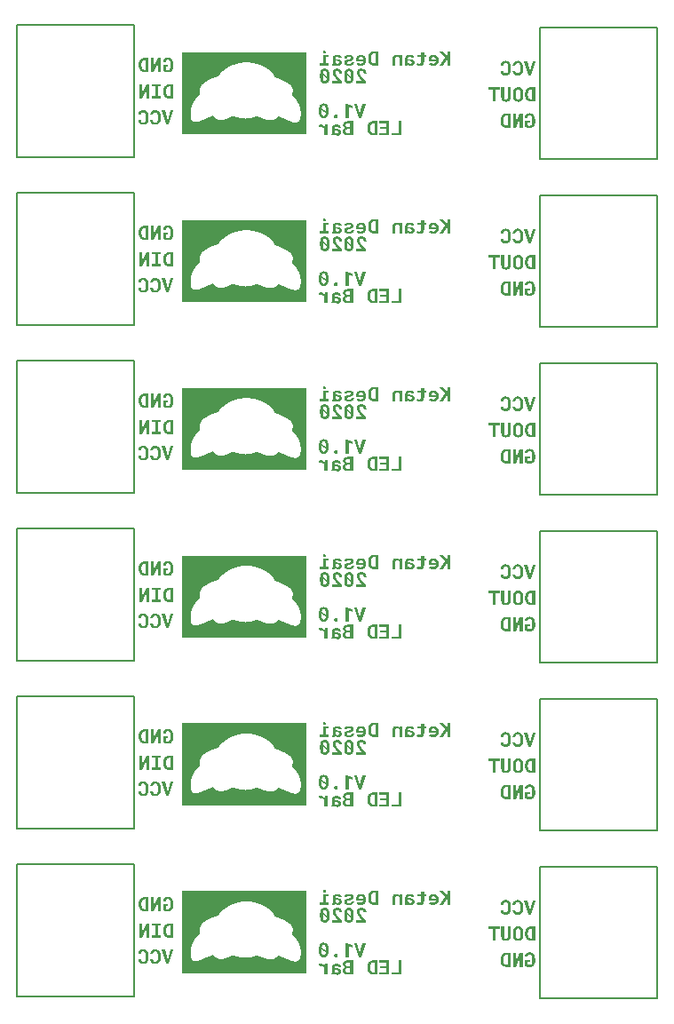
<source format=gbo>
G04*
G04 #@! TF.GenerationSoftware,Altium Limited,Altium Designer,20.1.12 (249)*
G04*
G04 Layer_Color=32896*
%FSLAX25Y25*%
%MOIN*%
G70*
G04*
G04 #@! TF.SameCoordinates,880ED213-D7CF-42DA-8A1E-0FEEA66E8632*
G04*
G04*
G04 #@! TF.FilePolarity,Positive*
G04*
G01*
G75*
%ADD31C,0.00787*%
G36*
X123758Y356510D02*
X123832Y356501D01*
X123888Y356482D01*
X123897Y356473D01*
X123907D01*
X123980Y356436D01*
X124036Y356408D01*
X124073Y356371D01*
X124091Y356362D01*
X124138Y356306D01*
X124175Y356251D01*
X124203Y356214D01*
X124212Y356205D01*
Y356195D01*
X124230Y356121D01*
X124240Y356047D01*
X124249Y355992D01*
Y355983D01*
Y355973D01*
X124240Y355890D01*
X124230Y355816D01*
X124221Y355770D01*
X124212Y355761D01*
Y355751D01*
X124175Y355677D01*
X124138Y355622D01*
X124101Y355585D01*
X124091Y355576D01*
X124027Y355529D01*
X123971Y355492D01*
X123925Y355474D01*
X123907Y355465D01*
X123823Y355446D01*
X123740Y355437D01*
X123675Y355428D01*
X123657D01*
X123564Y355437D01*
X123481Y355455D01*
X123407Y355474D01*
X123342Y355502D01*
X123296Y355529D01*
X123259Y355557D01*
X123240Y355566D01*
X123231Y355576D01*
X123176Y355640D01*
X123139Y355705D01*
X123102Y355770D01*
X123083Y355835D01*
X123074Y355890D01*
X123065Y355936D01*
Y355964D01*
Y355973D01*
X123074Y356057D01*
X123092Y356140D01*
X123120Y356205D01*
X123148Y356260D01*
X123176Y356306D01*
X123204Y356334D01*
X123222Y356353D01*
X123231Y356362D01*
X123296Y356417D01*
X123361Y356454D01*
X123435Y356482D01*
X123500Y356501D01*
X123564Y356510D01*
X123610Y356519D01*
X123657D01*
X123758Y356510D01*
D02*
G37*
G36*
X171054Y350951D02*
X170009D01*
Y352532D01*
X169444Y353161D01*
X168112Y350951D01*
X166873D01*
X168751Y353948D01*
X166937Y356334D01*
X168214D01*
X169518Y354521D01*
X170009Y353864D01*
Y356334D01*
X171054D01*
Y350951D01*
D02*
G37*
G36*
X155985Y355002D02*
X156106Y354993D01*
X156217Y354974D01*
X156300Y354956D01*
X156365Y354937D01*
X156402Y354928D01*
X156420Y354919D01*
X156531Y354882D01*
X156633Y354836D01*
X156726Y354789D01*
X156809Y354743D01*
X156874Y354706D01*
X156920Y354669D01*
X156948Y354651D01*
X156957Y354641D01*
X157031Y354577D01*
X157096Y354512D01*
X157151Y354447D01*
X157197Y354382D01*
X157234Y354327D01*
X157262Y354281D01*
X157271Y354253D01*
X157281Y354244D01*
X157317Y354160D01*
X157345Y354068D01*
X157364Y353985D01*
X157373Y353911D01*
X157382Y353846D01*
X157392Y353800D01*
Y353763D01*
Y353753D01*
X156365D01*
X156356Y353837D01*
X156346Y353911D01*
X156318Y353966D01*
X156291Y354022D01*
X156272Y354059D01*
X156245Y354086D01*
X156235Y354105D01*
X156226Y354114D01*
X156161Y354160D01*
X156087Y354197D01*
X156013Y354216D01*
X155939Y354234D01*
X155875Y354244D01*
X155819Y354253D01*
X155763D01*
X155634Y354244D01*
X155523Y354225D01*
X155430Y354197D01*
X155357Y354170D01*
X155292Y354142D01*
X155255Y354114D01*
X155227Y354096D01*
X155218Y354086D01*
X155153Y354022D01*
X155107Y353948D01*
X155070Y353864D01*
X155051Y353790D01*
X155033Y353726D01*
X155024Y353670D01*
Y353633D01*
Y353624D01*
Y353393D01*
X155763Y353393D01*
X155930Y353374D01*
X156078Y353365D01*
X156217Y353337D01*
X156346Y353309D01*
X156457Y353282D01*
X156568Y353254D01*
X156661Y353217D01*
X156744Y353180D01*
X156809Y353152D01*
X156874Y353124D01*
X156920Y353097D01*
X156966Y353078D01*
X156994Y353060D01*
X157003Y353041D01*
X157012D01*
X157096Y352976D01*
X157169Y352902D01*
X157234Y352828D01*
X157281Y352745D01*
X157373Y352588D01*
X157429Y352431D01*
X157456Y352283D01*
X157466Y352227D01*
X157475Y352172D01*
X157484Y352135D01*
Y352098D01*
Y352079D01*
Y352070D01*
X157475Y351977D01*
X157466Y351885D01*
X157447Y351802D01*
X157429Y351737D01*
X157410Y351672D01*
X157401Y351626D01*
X157382Y351598D01*
Y351589D01*
X157290Y351441D01*
X157244Y351376D01*
X157188Y351321D01*
X157151Y351274D01*
X157114Y351237D01*
X157096Y351219D01*
X157086Y351210D01*
X156938Y351108D01*
X156799Y351025D01*
X156744Y350997D01*
X156688Y350978D01*
X156661Y350960D01*
X156651D01*
X156448Y350914D01*
X156356Y350895D01*
X156263Y350886D01*
X156189D01*
X156133Y350877D01*
X156078D01*
X155948Y350886D01*
X155838Y350895D01*
X155791Y350904D01*
X155763D01*
X155745Y350914D01*
X155736D01*
X155615Y350941D01*
X155523Y350978D01*
X155486Y350988D01*
X155458Y350997D01*
X155449Y351006D01*
X155440D01*
X155338Y351052D01*
X155264Y351099D01*
X155209Y351136D01*
X155199Y351145D01*
X155190D01*
X155107Y351210D01*
X155042Y351265D01*
X155005Y351302D01*
X154987Y351321D01*
X154968Y351247D01*
X154959Y351182D01*
X154949Y351136D01*
Y351117D01*
X154931Y351052D01*
X154903Y350997D01*
X154894Y350960D01*
X154885Y350951D01*
X153840D01*
Y351006D01*
X153886Y351126D01*
X153923Y351247D01*
X153941Y351293D01*
X153951Y351330D01*
X153960Y351358D01*
Y351367D01*
X153969Y351450D01*
X153978Y351543D01*
X153988Y351626D01*
Y351718D01*
X153997Y351792D01*
Y351848D01*
Y351885D01*
Y351903D01*
Y353624D01*
X154006Y353744D01*
X154015Y353864D01*
X154034Y353966D01*
X154061Y354049D01*
X154089Y354123D01*
X154108Y354179D01*
X154117Y354216D01*
X154126Y354225D01*
X154182Y354318D01*
X154237Y354410D01*
X154293Y354484D01*
X154358Y354549D01*
X154404Y354595D01*
X154450Y354641D01*
X154478Y354660D01*
X154487Y354669D01*
X154672Y354780D01*
X154764Y354826D01*
X154848Y354863D01*
X154922Y354891D01*
X154977Y354910D01*
X155014Y354928D01*
X155033D01*
X155264Y354984D01*
X155384Y355002D01*
X155486Y355011D01*
X155578Y355021D01*
X155856D01*
X155985Y355002D01*
D02*
G37*
G36*
X128735Y355002D02*
X128855Y354993D01*
X128966Y354974D01*
X129050Y354956D01*
X129114Y354937D01*
X129151Y354928D01*
X129170Y354919D01*
X129281Y354882D01*
X129383Y354836D01*
X129475Y354789D01*
X129558Y354743D01*
X129623Y354706D01*
X129669Y354669D01*
X129697Y354651D01*
X129706Y354641D01*
X129780Y354577D01*
X129845Y354512D01*
X129901Y354447D01*
X129947Y354382D01*
X129984Y354327D01*
X130011Y354281D01*
X130021Y354253D01*
X130030Y354244D01*
X130067Y354160D01*
X130095Y354068D01*
X130113Y353985D01*
X130122Y353911D01*
X130132Y353846D01*
X130141Y353800D01*
Y353763D01*
Y353753D01*
X129114D01*
X129105Y353837D01*
X129096Y353911D01*
X129068Y353966D01*
X129040Y354022D01*
X129022Y354059D01*
X128994Y354086D01*
X128985Y354105D01*
X128975Y354114D01*
X128911Y354160D01*
X128837Y354197D01*
X128763Y354216D01*
X128689Y354234D01*
X128624Y354244D01*
X128568Y354253D01*
X128513D01*
X128384Y354244D01*
X128272Y354225D01*
X128180Y354197D01*
X128106Y354170D01*
X128041Y354142D01*
X128004Y354114D01*
X127977Y354096D01*
X127967Y354086D01*
X127902Y354022D01*
X127856Y353948D01*
X127819Y353864D01*
X127801Y353790D01*
X127782Y353726D01*
X127773Y353670D01*
Y353633D01*
Y353624D01*
Y353393D01*
X128513D01*
X128680Y353374D01*
X128828Y353365D01*
X128966Y353337D01*
X129096Y353309D01*
X129207Y353282D01*
X129318Y353254D01*
X129410Y353217D01*
X129493Y353180D01*
X129558Y353152D01*
X129623Y353124D01*
X129669Y353097D01*
X129716Y353078D01*
X129743Y353060D01*
X129753Y353041D01*
X129762D01*
X129845Y352976D01*
X129919Y352902D01*
X129984Y352828D01*
X130030Y352745D01*
X130122Y352588D01*
X130178Y352431D01*
X130206Y352283D01*
X130215Y352227D01*
X130224Y352172D01*
X130234Y352135D01*
Y352098D01*
Y352079D01*
Y352070D01*
X130224Y351977D01*
X130215Y351885D01*
X130196Y351802D01*
X130178Y351737D01*
X130159Y351672D01*
X130150Y351626D01*
X130132Y351598D01*
Y351589D01*
X130039Y351441D01*
X129993Y351376D01*
X129938Y351321D01*
X129901Y351274D01*
X129864Y351237D01*
X129845Y351219D01*
X129836Y351210D01*
X129688Y351108D01*
X129549Y351025D01*
X129493Y350997D01*
X129438Y350978D01*
X129410Y350960D01*
X129401D01*
X129198Y350914D01*
X129105Y350895D01*
X129013Y350886D01*
X128938D01*
X128883Y350877D01*
X128828D01*
X128698Y350886D01*
X128587Y350895D01*
X128541Y350904D01*
X128513D01*
X128495Y350914D01*
X128485D01*
X128365Y350941D01*
X128272Y350978D01*
X128235Y350988D01*
X128208Y350997D01*
X128199Y351006D01*
X128189D01*
X128087Y351052D01*
X128014Y351099D01*
X127958Y351136D01*
X127949Y351145D01*
X127939D01*
X127856Y351210D01*
X127792Y351265D01*
X127754Y351302D01*
X127736Y351321D01*
X127717Y351247D01*
X127708Y351182D01*
X127699Y351136D01*
Y351117D01*
X127681Y351052D01*
X127653Y350997D01*
X127644Y350960D01*
X127634Y350951D01*
X126589D01*
Y351006D01*
X126635Y351126D01*
X126672Y351247D01*
X126691Y351293D01*
X126700Y351330D01*
X126709Y351358D01*
Y351367D01*
X126718Y351450D01*
X126728Y351543D01*
X126737Y351626D01*
Y351718D01*
X126746Y351792D01*
Y351848D01*
Y351885D01*
Y351903D01*
Y353624D01*
X126755Y353744D01*
X126765Y353864D01*
X126783Y353966D01*
X126811Y354049D01*
X126839Y354123D01*
X126857Y354179D01*
X126866Y354216D01*
X126876Y354225D01*
X126931Y354318D01*
X126987Y354410D01*
X127042Y354484D01*
X127107Y354549D01*
X127153Y354595D01*
X127199Y354641D01*
X127227Y354660D01*
X127236Y354669D01*
X127421Y354780D01*
X127514Y354826D01*
X127597Y354863D01*
X127671Y354891D01*
X127727Y354910D01*
X127764Y354928D01*
X127782D01*
X128014Y354984D01*
X128134Y355002D01*
X128235Y355011D01*
X128328Y355021D01*
X128605D01*
X128735Y355002D01*
D02*
G37*
G36*
X161064Y354947D02*
X161979D01*
Y354188D01*
X161064D01*
Y352366D01*
X161055Y352227D01*
X161045Y352098D01*
X161027Y351977D01*
X161008Y351885D01*
X160990Y351802D01*
X160980Y351746D01*
X160962Y351700D01*
Y351691D01*
X160916Y351589D01*
X160870Y351496D01*
X160823Y351413D01*
X160777Y351348D01*
X160740Y351293D01*
X160703Y351256D01*
X160685Y351228D01*
X160675Y351219D01*
X160518Y351108D01*
X160370Y351025D01*
X160305Y350997D01*
X160259Y350978D01*
X160222Y350960D01*
X160213D01*
X160009Y350914D01*
X159907Y350895D01*
X159815Y350886D01*
X159732D01*
X159667Y350877D01*
X159491D01*
X159380Y350886D01*
X159334D01*
X159297Y350895D01*
X159269D01*
X159140Y350914D01*
X159038Y350923D01*
X158992Y350932D01*
X158964Y350941D01*
X158936D01*
X158816Y350960D01*
X158714Y350978D01*
X158677Y350988D01*
X158650Y350997D01*
X158631Y351006D01*
X158622D01*
X158520Y351043D01*
X158437Y351080D01*
X158390Y351108D01*
X158372Y351117D01*
X158474Y351820D01*
X158529Y351811D01*
X158585Y351792D01*
X158622Y351783D01*
X158640D01*
X158714Y351774D01*
X158779Y351755D01*
X158835Y351746D01*
X158853D01*
X158936Y351737D01*
X159010Y351728D01*
X159075Y351718D01*
X159093D01*
X159177Y351709D01*
X159325D01*
X159445Y351718D01*
X159537Y351728D01*
X159574Y351737D01*
X159593D01*
X159611Y351746D01*
X159621D01*
X159713Y351783D01*
X159778Y351820D01*
X159824Y351857D01*
X159843Y351866D01*
X159907Y351940D01*
X159954Y352024D01*
X159982Y352079D01*
X159991Y352098D01*
Y352107D01*
X160019Y352227D01*
X160028Y352347D01*
X160037Y352394D01*
Y352431D01*
Y352458D01*
Y352468D01*
Y354188D01*
X158548D01*
Y354947D01*
X160037D01*
Y355927D01*
X161064D01*
Y354947D01*
D02*
G37*
G36*
X164792Y355011D02*
X164939Y354993D01*
X165069Y354974D01*
X165189Y354947D01*
X165282Y354910D01*
X165356Y354891D01*
X165402Y354873D01*
X165420Y354863D01*
X165550Y354799D01*
X165661Y354734D01*
X165772Y354660D01*
X165855Y354595D01*
X165929Y354530D01*
X165985Y354484D01*
X166022Y354447D01*
X166031Y354438D01*
X166123Y354336D01*
X166207Y354225D01*
X166271Y354114D01*
X166327Y354012D01*
X166373Y353929D01*
X166410Y353855D01*
X166429Y353809D01*
X166438Y353790D01*
X166484Y353642D01*
X166521Y353504D01*
X166540Y353365D01*
X166558Y353235D01*
X166568Y353124D01*
X166577Y353032D01*
Y352976D01*
Y352967D01*
Y352958D01*
Y352810D01*
X166568Y352662D01*
X166549Y352523D01*
X166531Y352394D01*
X166503Y352283D01*
X166475Y352181D01*
X166447Y352116D01*
X166438Y352070D01*
X166429Y352051D01*
X166364Y351922D01*
X166299Y351811D01*
X166235Y351700D01*
X166161Y351607D01*
X166105Y351533D01*
X166059Y351478D01*
X166022Y351441D01*
X166013Y351432D01*
X165911Y351339D01*
X165800Y351256D01*
X165689Y351191D01*
X165587Y351136D01*
X165495Y351089D01*
X165430Y351052D01*
X165384Y351034D01*
X165365Y351025D01*
X165217Y350978D01*
X165069Y350941D01*
X164930Y350914D01*
X164801Y350895D01*
X164690Y350886D01*
X164597Y350877D01*
X164523D01*
X164311Y350886D01*
X164218Y350895D01*
X164135Y350914D01*
X164070Y350923D01*
X164024Y350932D01*
X163987Y350941D01*
X163978D01*
X163793Y350988D01*
X163718Y351015D01*
X163645Y351043D01*
X163589Y351062D01*
X163552Y351080D01*
X163524Y351099D01*
X163515D01*
X163367Y351182D01*
X163312Y351219D01*
X163256Y351256D01*
X163210Y351284D01*
X163182Y351311D01*
X163163Y351321D01*
X163154Y351330D01*
X163043Y351422D01*
X162969Y351515D01*
X162932Y351552D01*
X162914Y351570D01*
X162895Y351589D01*
Y351598D01*
X163413Y352153D01*
X163478Y352079D01*
X163543Y352014D01*
X163598Y351968D01*
X163608Y351950D01*
X163617D01*
X163709Y351894D01*
X163793Y351848D01*
X163830Y351829D01*
X163848Y351820D01*
X163866Y351811D01*
X163876D01*
X163978Y351774D01*
X164070Y351746D01*
X164107Y351737D01*
X164135D01*
X164153Y351728D01*
X164163D01*
X164274Y351709D01*
X164366Y351700D01*
X164459D01*
X164616Y351709D01*
X164681Y351718D01*
X164745Y351737D01*
X164792Y351746D01*
X164829Y351755D01*
X164856Y351765D01*
X164866D01*
X164986Y351820D01*
X165087Y351885D01*
X165124Y351913D01*
X165152Y351931D01*
X165171Y351940D01*
X165180Y351950D01*
X165272Y352042D01*
X165347Y352135D01*
X165374Y352181D01*
X165393Y352209D01*
X165411Y352227D01*
Y352236D01*
X165467Y352366D01*
X165504Y352495D01*
X165513Y352542D01*
X165522Y352579D01*
X165532Y352606D01*
Y352616D01*
X162812D01*
Y353050D01*
X162821Y353217D01*
X162830Y353365D01*
X162849Y353504D01*
X162877Y353624D01*
X162905Y353716D01*
X162923Y353790D01*
X162932Y353837D01*
X162942Y353855D01*
X162988Y353985D01*
X163052Y354105D01*
X163108Y354207D01*
X163163Y354299D01*
X163219Y354373D01*
X163265Y354429D01*
X163293Y354466D01*
X163302Y354475D01*
X163395Y354567D01*
X163487Y354651D01*
X163589Y354715D01*
X163672Y354771D01*
X163756Y354817D01*
X163820Y354845D01*
X163857Y354863D01*
X163876Y354873D01*
X164005Y354919D01*
X164135Y354956D01*
X164264Y354984D01*
X164384Y355002D01*
X164486Y355011D01*
X164569Y355021D01*
X164644D01*
X164792Y355011D01*
D02*
G37*
G36*
X137541Y355011D02*
X137689Y354993D01*
X137819Y354974D01*
X137939Y354947D01*
X138031Y354910D01*
X138105Y354891D01*
X138152Y354873D01*
X138170Y354863D01*
X138300Y354799D01*
X138410Y354734D01*
X138522Y354660D01*
X138605Y354595D01*
X138679Y354530D01*
X138734Y354484D01*
X138771Y354447D01*
X138780Y354438D01*
X138873Y354336D01*
X138956Y354225D01*
X139021Y354114D01*
X139076Y354012D01*
X139123Y353929D01*
X139160Y353855D01*
X139178Y353809D01*
X139188Y353790D01*
X139234Y353642D01*
X139271Y353504D01*
X139289Y353365D01*
X139308Y353235D01*
X139317Y353124D01*
X139326Y353032D01*
Y352976D01*
Y352967D01*
Y352958D01*
Y352810D01*
X139317Y352662D01*
X139298Y352523D01*
X139280Y352394D01*
X139252Y352283D01*
X139225Y352181D01*
X139197Y352116D01*
X139188Y352070D01*
X139178Y352051D01*
X139113Y351922D01*
X139049Y351811D01*
X138984Y351700D01*
X138910Y351607D01*
X138855Y351533D01*
X138808Y351478D01*
X138771Y351441D01*
X138762Y351432D01*
X138660Y351339D01*
X138549Y351256D01*
X138438Y351191D01*
X138337Y351136D01*
X138244Y351089D01*
X138179Y351052D01*
X138133Y351034D01*
X138115Y351025D01*
X137967Y350978D01*
X137819Y350941D01*
X137680Y350914D01*
X137550Y350895D01*
X137439Y350886D01*
X137347Y350877D01*
X137273D01*
X137060Y350886D01*
X136968Y350895D01*
X136884Y350914D01*
X136820Y350923D01*
X136773Y350932D01*
X136736Y350941D01*
X136727D01*
X136542Y350988D01*
X136468Y351015D01*
X136394Y351043D01*
X136338Y351062D01*
X136302Y351080D01*
X136274Y351099D01*
X136265D01*
X136117Y351182D01*
X136061Y351219D01*
X136005Y351256D01*
X135959Y351284D01*
X135932Y351311D01*
X135913Y351321D01*
X135904Y351330D01*
X135793Y351422D01*
X135719Y351515D01*
X135682Y351552D01*
X135663Y351570D01*
X135645Y351589D01*
Y351598D01*
X136163Y352153D01*
X136228Y352079D01*
X136292Y352014D01*
X136348Y351968D01*
X136357Y351950D01*
X136366D01*
X136459Y351894D01*
X136542Y351848D01*
X136579Y351829D01*
X136598Y351820D01*
X136616Y351811D01*
X136625D01*
X136727Y351774D01*
X136820Y351746D01*
X136856Y351737D01*
X136884D01*
X136903Y351728D01*
X136912D01*
X137023Y351709D01*
X137116Y351700D01*
X137208D01*
X137365Y351709D01*
X137430Y351718D01*
X137495Y351737D01*
X137541Y351746D01*
X137578Y351755D01*
X137606Y351765D01*
X137615D01*
X137735Y351820D01*
X137837Y351885D01*
X137874Y351913D01*
X137902Y351931D01*
X137920Y351940D01*
X137929Y351950D01*
X138022Y352042D01*
X138096Y352135D01*
X138124Y352181D01*
X138142Y352209D01*
X138161Y352227D01*
Y352236D01*
X138216Y352366D01*
X138253Y352495D01*
X138262Y352542D01*
X138272Y352579D01*
X138281Y352606D01*
Y352616D01*
X135562D01*
Y353050D01*
X135571Y353217D01*
X135580Y353365D01*
X135599Y353504D01*
X135626Y353624D01*
X135654Y353716D01*
X135672Y353790D01*
X135682Y353837D01*
X135691Y353855D01*
X135737Y353985D01*
X135802Y354105D01*
X135857Y354207D01*
X135913Y354299D01*
X135968Y354373D01*
X136015Y354429D01*
X136042Y354466D01*
X136052Y354475D01*
X136144Y354567D01*
X136237Y354651D01*
X136338Y354715D01*
X136422Y354771D01*
X136505Y354817D01*
X136570Y354845D01*
X136607Y354863D01*
X136625Y354873D01*
X136755Y354919D01*
X136884Y354956D01*
X137014Y354984D01*
X137134Y355002D01*
X137236Y355011D01*
X137319Y355021D01*
X137393D01*
X137541Y355011D01*
D02*
G37*
G36*
X150787D02*
X150907Y354993D01*
X151028Y354965D01*
X151120Y354937D01*
X151203Y354910D01*
X151268Y354882D01*
X151305Y354863D01*
X151323Y354854D01*
X151435Y354789D01*
X151536Y354715D01*
X151629Y354641D01*
X151703Y354567D01*
X151768Y354493D01*
X151814Y354438D01*
X151841Y354401D01*
X151851Y354392D01*
X151906Y354947D01*
X152840D01*
Y350951D01*
X151814D01*
Y353790D01*
X151712Y353911D01*
X151620Y354003D01*
X151573Y354031D01*
X151536Y354059D01*
X151518Y354077D01*
X151508D01*
X151435Y354114D01*
X151360Y354142D01*
X151213Y354179D01*
X151157D01*
X151111Y354188D01*
X151065D01*
X150944Y354179D01*
X150842Y354170D01*
X150805Y354160D01*
X150778D01*
X150759Y354151D01*
X150750D01*
X150648Y354114D01*
X150574Y354077D01*
X150528Y354040D01*
X150510Y354022D01*
X150445Y353948D01*
X150389Y353874D01*
X150371Y353837D01*
X150362Y353809D01*
X150352Y353790D01*
Y353781D01*
X150315Y353661D01*
X150306Y353531D01*
X150297Y353476D01*
Y353430D01*
Y353402D01*
Y353393D01*
Y350951D01*
X149270D01*
Y353411D01*
Y353568D01*
X149288Y353707D01*
X149298Y353837D01*
X149316Y353948D01*
X149335Y354031D01*
X149353Y354096D01*
X149363Y354142D01*
X149372Y354151D01*
X149409Y354262D01*
X149455Y354355D01*
X149511Y354447D01*
X149557Y354512D01*
X149594Y354577D01*
X149631Y354614D01*
X149649Y354641D01*
X149659Y354651D01*
X149723Y354715D01*
X149797Y354780D01*
X149871Y354826D01*
X149945Y354863D01*
X150001Y354891D01*
X150047Y354910D01*
X150084Y354928D01*
X150093D01*
X150287Y354984D01*
X150380Y355002D01*
X150463Y355011D01*
X150537Y355021D01*
X150648D01*
X150787Y355011D01*
D02*
G37*
G36*
X143822Y350951D02*
X142369D01*
X142184Y350960D01*
X142009Y350978D01*
X141851Y351006D01*
X141713Y351043D01*
X141593Y351071D01*
X141509Y351099D01*
X141454Y351117D01*
X141435Y351126D01*
X141278Y351200D01*
X141139Y351284D01*
X141019Y351367D01*
X140908Y351450D01*
X140825Y351524D01*
X140760Y351580D01*
X140714Y351617D01*
X140705Y351635D01*
X140594Y351765D01*
X140501Y351894D01*
X140418Y352024D01*
X140353Y352144D01*
X140297Y352255D01*
X140261Y352338D01*
X140242Y352394D01*
X140233Y352403D01*
Y352412D01*
X140177Y352588D01*
X140140Y352764D01*
X140103Y352930D01*
X140085Y353078D01*
X140076Y353217D01*
X140066Y353319D01*
Y353356D01*
Y353383D01*
Y353402D01*
Y353411D01*
Y353855D01*
X140076Y354059D01*
X140094Y354244D01*
X140122Y354410D01*
X140149Y354558D01*
X140177Y354678D01*
X140205Y354771D01*
X140214Y354808D01*
X140224Y354836D01*
X140233Y354845D01*
Y354854D01*
X140297Y355021D01*
X140381Y355169D01*
X140455Y355298D01*
X140538Y355409D01*
X140603Y355502D01*
X140658Y355576D01*
X140695Y355613D01*
X140714Y355631D01*
X140834Y355751D01*
X140954Y355853D01*
X141084Y355946D01*
X141195Y356020D01*
X141297Y356075D01*
X141380Y356112D01*
X141435Y356140D01*
X141445Y356149D01*
X141454D01*
X141620Y356214D01*
X141787Y356260D01*
X141953Y356288D01*
X142101Y356316D01*
X142231Y356325D01*
X142332Y356334D01*
X143822D01*
Y350951D01*
D02*
G37*
G36*
X125322Y354105D02*
X124175D01*
Y351783D01*
X125322D01*
Y350951D01*
X122056D01*
Y351783D01*
X123139D01*
Y354947D01*
X125322D01*
Y354105D01*
D02*
G37*
G36*
X133175Y355002D02*
X133305Y354993D01*
X133406Y354974D01*
X133499Y354956D01*
X133563Y354937D01*
X133600Y354928D01*
X133619Y354919D01*
X133730Y354882D01*
X133832Y354836D01*
X133924Y354789D01*
X134008Y354752D01*
X134072Y354715D01*
X134118Y354678D01*
X134146Y354660D01*
X134155Y354651D01*
X134230Y354586D01*
X134303Y354521D01*
X134359Y354456D01*
X134405Y354392D01*
X134451Y354336D01*
X134479Y354290D01*
X134488Y354262D01*
X134498Y354253D01*
X134535Y354170D01*
X134563Y354086D01*
X134590Y354003D01*
X134599Y353938D01*
X134609Y353874D01*
X134618Y353827D01*
Y353790D01*
Y353781D01*
X134609Y353689D01*
X134599Y353605D01*
X134581Y353531D01*
X134563Y353457D01*
X134544Y353402D01*
X134526Y353365D01*
X134507Y353337D01*
Y353328D01*
X134405Y353189D01*
X134303Y353087D01*
X134257Y353041D01*
X134220Y353013D01*
X134193Y352995D01*
X134183Y352986D01*
X134017Y352884D01*
X133933Y352838D01*
X133850Y352801D01*
X133785Y352773D01*
X133730Y352745D01*
X133693Y352736D01*
X133684Y352727D01*
X133462Y352653D01*
X133351Y352625D01*
X133249Y352597D01*
X133166Y352579D01*
X133092Y352560D01*
X133055Y352551D01*
X133036D01*
X132934Y352532D01*
X132851Y352514D01*
X132768Y352495D01*
X132703Y352486D01*
X132657Y352468D01*
X132611Y352458D01*
X132592Y352449D01*
X132583D01*
X132463Y352412D01*
X132361Y352375D01*
X132333Y352366D01*
X132306Y352347D01*
X132296Y352338D01*
X132287D01*
X132213Y352292D01*
X132167Y352246D01*
X132148Y352209D01*
X132139Y352199D01*
X132111Y352144D01*
X132102Y352098D01*
X132093Y352061D01*
Y352042D01*
X132102Y351977D01*
X132121Y351913D01*
X132158Y351857D01*
X132194Y351811D01*
X132231Y351774D01*
X132269Y351746D01*
X132287Y351737D01*
X132296Y351728D01*
X132379Y351691D01*
X132472Y351663D01*
X132657Y351626D01*
X132740Y351617D01*
X132805Y351607D01*
X132870D01*
X132990Y351617D01*
X133092Y351626D01*
X133138D01*
X133166Y351635D01*
X133194D01*
X133305Y351672D01*
X133397Y351709D01*
X133434Y351718D01*
X133462Y351737D01*
X133471Y351746D01*
X133480D01*
X133563Y351811D01*
X133628Y351866D01*
X133665Y351913D01*
X133684Y351931D01*
X133730Y352024D01*
X133748Y352116D01*
X133758Y352162D01*
X133767Y352190D01*
Y352209D01*
Y352218D01*
X134748D01*
X134738Y352125D01*
X134729Y352033D01*
X134711Y351950D01*
X134683Y351876D01*
X134664Y351820D01*
X134646Y351774D01*
X134636Y351737D01*
X134627Y351728D01*
X134581Y351644D01*
X134526Y351561D01*
X134461Y351487D01*
X134405Y351422D01*
X134359Y351367D01*
X134313Y351330D01*
X134285Y351302D01*
X134276Y351293D01*
X134183Y351228D01*
X134081Y351163D01*
X133989Y351117D01*
X133897Y351071D01*
X133813Y351034D01*
X133748Y351006D01*
X133712Y350997D01*
X133693Y350988D01*
X133563Y350951D01*
X133425Y350923D01*
X133286Y350904D01*
X133166Y350895D01*
X133055Y350886D01*
X132972Y350877D01*
X132749D01*
X132601Y350886D01*
X132481Y350904D01*
X132370Y350923D01*
X132278Y350932D01*
X132204Y350951D01*
X132167Y350960D01*
X132148D01*
X132028Y350997D01*
X131917Y351034D01*
X131825Y351080D01*
X131741Y351117D01*
X131676Y351154D01*
X131621Y351182D01*
X131593Y351200D01*
X131584Y351210D01*
X131501Y351274D01*
X131427Y351339D01*
X131371Y351404D01*
X131316Y351469D01*
X131279Y351515D01*
X131251Y351561D01*
X131233Y351589D01*
X131223Y351598D01*
X131177Y351681D01*
X131149Y351765D01*
X131122Y351848D01*
X131112Y351931D01*
X131103Y351996D01*
X131094Y352042D01*
Y352079D01*
Y352088D01*
X131103Y352190D01*
X131112Y352283D01*
X131131Y352366D01*
X131158Y352440D01*
X131186Y352495D01*
X131205Y352542D01*
X131214Y352569D01*
X131223Y352579D01*
X131334Y352727D01*
X131390Y352782D01*
X131445Y352838D01*
X131501Y352884D01*
X131538Y352912D01*
X131565Y352930D01*
X131575Y352939D01*
X131751Y353041D01*
X131843Y353078D01*
X131926Y353115D01*
X132000Y353143D01*
X132056Y353161D01*
X132093Y353180D01*
X132111D01*
X132352Y353245D01*
X132463Y353263D01*
X132564Y353291D01*
X132657Y353309D01*
X132722Y353319D01*
X132768Y353328D01*
X132787D01*
X132879Y353346D01*
X132953Y353356D01*
X133027Y353374D01*
X133092Y353383D01*
X133138Y353393D01*
X133175Y353402D01*
X133194Y353411D01*
X133203D01*
X133314Y353448D01*
X133388Y353485D01*
X133443Y353513D01*
X133452Y353522D01*
X133462D01*
X133517Y353568D01*
X133563Y353615D01*
X133582Y353652D01*
X133591Y353661D01*
X133610Y353726D01*
X133619Y353772D01*
X133628Y353809D01*
Y353827D01*
X133619Y353901D01*
X133600Y353957D01*
X133536Y354059D01*
X133499Y354096D01*
X133471Y354133D01*
X133452Y354142D01*
X133443Y354151D01*
X133369Y354197D01*
X133277Y354225D01*
X133101Y354262D01*
X133018Y354271D01*
X132953Y354281D01*
X132897D01*
X132768Y354271D01*
X132648Y354253D01*
X132555Y354234D01*
X132472Y354207D01*
X132407Y354170D01*
X132370Y354151D01*
X132343Y354133D01*
X132333Y354123D01*
X132269Y354059D01*
X132222Y353994D01*
X132185Y353929D01*
X132167Y353874D01*
X132148Y353818D01*
X132139Y353772D01*
Y353744D01*
Y353735D01*
X131112D01*
X131122Y353837D01*
X131131Y353929D01*
X131149Y354022D01*
X131168Y354096D01*
X131195Y354160D01*
X131214Y354207D01*
X131223Y354234D01*
X131233Y354244D01*
X131279Y354327D01*
X131334Y354410D01*
X131399Y354475D01*
X131455Y354540D01*
X131501Y354586D01*
X131547Y354623D01*
X131575Y354641D01*
X131584Y354651D01*
X131676Y354715D01*
X131769Y354771D01*
X131861Y354817D01*
X131954Y354854D01*
X132028Y354882D01*
X132093Y354900D01*
X132130Y354919D01*
X132148D01*
X132278Y354956D01*
X132407Y354974D01*
X132527Y354993D01*
X132648Y355011D01*
X132749D01*
X132824Y355021D01*
X133045D01*
X133175Y355002D01*
D02*
G37*
G36*
X62258Y348499D02*
X61213D01*
Y351968D01*
X59714Y348499D01*
X58678D01*
Y353883D01*
X59723D01*
Y350423D01*
X61213Y353883D01*
X62258D01*
Y348499D01*
D02*
G37*
G36*
X65125Y353947D02*
X65273Y353929D01*
X65403Y353901D01*
X65523Y353873D01*
X65616Y353846D01*
X65690Y353818D01*
X65736Y353800D01*
X65754Y353790D01*
X65884Y353726D01*
X65995Y353651D01*
X66106Y353568D01*
X66198Y353494D01*
X66272Y353430D01*
X66328Y353374D01*
X66365Y353337D01*
X66374Y353319D01*
X66467Y353198D01*
X66550Y353069D01*
X66624Y352939D01*
X66679Y352819D01*
X66726Y352717D01*
X66763Y352634D01*
X66781Y352578D01*
X66790Y352569D01*
Y352560D01*
X66837Y352394D01*
X66874Y352218D01*
X66901Y352042D01*
X66920Y351894D01*
X66929Y351755D01*
X66938Y351644D01*
Y351607D01*
Y351579D01*
Y351561D01*
Y351552D01*
Y350821D01*
X66929Y350618D01*
X66920Y350423D01*
X66892Y350248D01*
X66864Y350099D01*
X66846Y349970D01*
X66818Y349887D01*
X66809Y349850D01*
Y349822D01*
X66800Y349813D01*
Y349803D01*
X66735Y349646D01*
X66670Y349498D01*
X66605Y349369D01*
X66541Y349267D01*
X66485Y349174D01*
X66439Y349110D01*
X66402Y349073D01*
X66393Y349054D01*
X66291Y348943D01*
X66180Y348851D01*
X66069Y348767D01*
X65976Y348703D01*
X65884Y348647D01*
X65819Y348610D01*
X65773Y348592D01*
X65754Y348583D01*
X65616Y348527D01*
X65468Y348490D01*
X65329Y348462D01*
X65199Y348444D01*
X65098Y348434D01*
X65005Y348425D01*
X64802D01*
X64691Y348434D01*
X64580Y348444D01*
X64487Y348462D01*
X64404Y348471D01*
X64348Y348481D01*
X64302Y348490D01*
X64293D01*
X64182Y348509D01*
X64080Y348536D01*
X63997Y348564D01*
X63914Y348592D01*
X63849Y348610D01*
X63803Y348629D01*
X63766Y348647D01*
X63756D01*
X63590Y348721D01*
X63525Y348758D01*
X63460Y348795D01*
X63414Y348823D01*
X63377Y348851D01*
X63359Y348860D01*
X63349Y348869D01*
X63229Y348962D01*
X63146Y349045D01*
X63090Y349100D01*
X63072Y349110D01*
Y349119D01*
Y351247D01*
X65005D01*
Y350469D01*
X64108D01*
X64117Y349489D01*
X64154Y349452D01*
X64191Y349424D01*
X64219Y349406D01*
X64237Y349396D01*
X64293Y349369D01*
X64358Y349350D01*
X64404Y349332D01*
X64413Y349323D01*
X64422D01*
X64496Y349304D01*
X64570Y349286D01*
X64626Y349276D01*
X64644D01*
X64728Y349267D01*
X64802Y349258D01*
X64876D01*
X64968Y349267D01*
X65061Y349276D01*
X65218Y349323D01*
X65347Y349387D01*
X65449Y349461D01*
X65532Y349526D01*
X65597Y349591D01*
X65634Y349637D01*
X65643Y349656D01*
X65727Y349822D01*
X65782Y350007D01*
X65828Y350201D01*
X65856Y350395D01*
X65875Y350562D01*
X65884Y350636D01*
Y350701D01*
X65893Y350747D01*
Y350784D01*
Y350812D01*
Y350821D01*
Y351561D01*
Y351700D01*
X65884Y351829D01*
X65865Y351940D01*
X65856Y352033D01*
X65838Y352116D01*
X65828Y352181D01*
X65819Y352218D01*
Y352227D01*
X65791Y352329D01*
X65754Y352431D01*
X65717Y352514D01*
X65690Y352588D01*
X65662Y352643D01*
X65634Y352680D01*
X65625Y352708D01*
X65616Y352717D01*
X65514Y352847D01*
X65421Y352939D01*
X65375Y352967D01*
X65347Y352995D01*
X65329Y353013D01*
X65320D01*
X65255Y353050D01*
X65190Y353069D01*
X65070Y353106D01*
X65024D01*
X64987Y353115D01*
X64950D01*
X64802Y353106D01*
X64681Y353078D01*
X64570Y353050D01*
X64487Y353013D01*
X64422Y352967D01*
X64376Y352939D01*
X64348Y352911D01*
X64339Y352902D01*
X64265Y352819D01*
X64210Y352717D01*
X64173Y352615D01*
X64136Y352514D01*
X64117Y352421D01*
X64099Y352347D01*
X64089Y352301D01*
Y352292D01*
Y352283D01*
X63072D01*
X63090Y352421D01*
X63118Y352551D01*
X63146Y352671D01*
X63174Y352773D01*
X63201Y352856D01*
X63229Y352921D01*
X63238Y352967D01*
X63248Y352976D01*
X63303Y353087D01*
X63359Y353189D01*
X63414Y353281D01*
X63479Y353356D01*
X63525Y353420D01*
X63571Y353467D01*
X63599Y353494D01*
X63608Y353503D01*
X63701Y353577D01*
X63793Y353651D01*
X63895Y353707D01*
X63978Y353753D01*
X64062Y353790D01*
X64126Y353818D01*
X64163Y353827D01*
X64182Y353836D01*
X64311Y353873D01*
X64450Y353910D01*
X64580Y353929D01*
X64709Y353938D01*
X64820Y353947D01*
X64903Y353957D01*
X64977D01*
X65125Y353947D01*
D02*
G37*
G36*
X201336Y347298D02*
X200281D01*
X198644Y352682D01*
X199791D01*
X200808Y348797D01*
X201817Y352682D01*
X202963D01*
X201336Y347298D01*
D02*
G37*
G36*
X57716Y348499D02*
X56264D01*
X56079Y348509D01*
X55903Y348527D01*
X55746Y348555D01*
X55607Y348592D01*
X55487Y348620D01*
X55404Y348647D01*
X55348Y348666D01*
X55330Y348675D01*
X55172Y348749D01*
X55034Y348832D01*
X54913Y348916D01*
X54802Y348999D01*
X54719Y349073D01*
X54654Y349128D01*
X54608Y349165D01*
X54599Y349184D01*
X54488Y349313D01*
X54395Y349443D01*
X54312Y349572D01*
X54247Y349693D01*
X54192Y349803D01*
X54155Y349887D01*
X54136Y349942D01*
X54127Y349952D01*
Y349961D01*
X54072Y350136D01*
X54035Y350312D01*
X53998Y350479D01*
X53979Y350627D01*
X53970Y350765D01*
X53961Y350867D01*
Y350904D01*
Y350932D01*
Y350951D01*
Y350960D01*
Y351404D01*
X53970Y351607D01*
X53988Y351792D01*
X54016Y351959D01*
X54044Y352107D01*
X54072Y352227D01*
X54099Y352320D01*
X54109Y352357D01*
X54118Y352384D01*
X54127Y352394D01*
Y352403D01*
X54192Y352569D01*
X54275Y352717D01*
X54349Y352847D01*
X54432Y352958D01*
X54497Y353050D01*
X54553Y353124D01*
X54590Y353161D01*
X54608Y353180D01*
X54728Y353300D01*
X54849Y353402D01*
X54978Y353494D01*
X55089Y353568D01*
X55191Y353624D01*
X55274Y353661D01*
X55330Y353689D01*
X55339Y353698D01*
X55348D01*
X55515Y353763D01*
X55681Y353809D01*
X55848Y353836D01*
X55996Y353864D01*
X56125Y353873D01*
X56227Y353883D01*
X57716D01*
Y348499D01*
D02*
G37*
G36*
X196414Y352747D02*
X196572Y352728D01*
X196711Y352700D01*
X196840Y352673D01*
X196942Y352636D01*
X197016Y352608D01*
X197062Y352589D01*
X197081Y352580D01*
X197210Y352506D01*
X197330Y352432D01*
X197441Y352349D01*
X197534Y352266D01*
X197608Y352192D01*
X197663Y352136D01*
X197700Y352099D01*
X197710Y352081D01*
X197802Y351960D01*
X197876Y351831D01*
X197950Y351701D01*
X198005Y351581D01*
X198052Y351479D01*
X198080Y351396D01*
X198098Y351341D01*
X198107Y351331D01*
Y351322D01*
X198153Y351156D01*
X198190Y350980D01*
X198209Y350813D01*
X198228Y350665D01*
X198237Y350536D01*
X198246Y350434D01*
Y350397D01*
Y350369D01*
Y350351D01*
Y350342D01*
Y349620D01*
X198237Y349426D01*
X198228Y349241D01*
X198209Y349074D01*
X198181Y348926D01*
X198153Y348806D01*
X198135Y348714D01*
X198126Y348686D01*
Y348658D01*
X198117Y348649D01*
Y348640D01*
X198061Y348482D01*
X197996Y348334D01*
X197932Y348205D01*
X197867Y348094D01*
X197811Y348001D01*
X197765Y347937D01*
X197737Y347900D01*
X197728Y347881D01*
X197626Y347770D01*
X197524Y347668D01*
X197423Y347585D01*
X197321Y347520D01*
X197238Y347465D01*
X197173Y347428D01*
X197127Y347400D01*
X197108Y347391D01*
X196969Y347335D01*
X196821Y347298D01*
X196674Y347261D01*
X196544Y347243D01*
X196433Y347234D01*
X196341Y347224D01*
X196257D01*
X196100Y347234D01*
X195961Y347243D01*
X195832Y347261D01*
X195721Y347289D01*
X195619Y347308D01*
X195554Y347326D01*
X195508Y347335D01*
X195490Y347345D01*
X195360Y347391D01*
X195249Y347446D01*
X195147Y347502D01*
X195055Y347557D01*
X194990Y347613D01*
X194934Y347650D01*
X194897Y347678D01*
X194888Y347687D01*
X194796Y347779D01*
X194722Y347872D01*
X194648Y347964D01*
X194592Y348048D01*
X194546Y348131D01*
X194518Y348186D01*
X194500Y348223D01*
X194491Y348242D01*
X194444Y348371D01*
X194398Y348501D01*
X194370Y348621D01*
X194343Y348741D01*
X194333Y348834D01*
X194324Y348917D01*
X194315Y348963D01*
Y348982D01*
X195351D01*
X195369Y348815D01*
X195406Y348667D01*
X195443Y348547D01*
X195499Y348445D01*
X195545Y348371D01*
X195582Y348316D01*
X195610Y348288D01*
X195619Y348279D01*
X195712Y348205D01*
X195813Y348159D01*
X195924Y348122D01*
X196026Y348094D01*
X196118Y348075D01*
X196193Y348066D01*
X196257D01*
X196424Y348085D01*
X196572Y348122D01*
X196701Y348186D01*
X196794Y348260D01*
X196877Y348325D01*
X196923Y348390D01*
X196960Y348427D01*
X196969Y348445D01*
X197006Y348519D01*
X197044Y348603D01*
X197099Y348788D01*
X197136Y348982D01*
X197164Y349176D01*
X197182Y349352D01*
Y349426D01*
X197192Y349491D01*
Y349546D01*
Y349583D01*
Y349611D01*
Y349620D01*
Y350351D01*
Y350490D01*
X197182Y350610D01*
X197173Y350721D01*
X197164Y350823D01*
X197154Y350897D01*
X197145Y350961D01*
X197136Y350998D01*
Y351008D01*
X197108Y351109D01*
X197090Y351211D01*
X197062Y351294D01*
X197034Y351368D01*
X197006Y351424D01*
X196988Y351461D01*
X196969Y351489D01*
Y351498D01*
X196923Y351572D01*
X196868Y351627D01*
X196821Y351683D01*
X196775Y351729D01*
X196738Y351757D01*
X196701Y351785D01*
X196683Y351803D01*
X196674D01*
X196599Y351840D01*
X196526Y351868D01*
X196387Y351905D01*
X196331D01*
X196285Y351914D01*
X196248D01*
X196091Y351905D01*
X196026Y351896D01*
X195970Y351886D01*
X195924Y351868D01*
X195887Y351859D01*
X195869Y351849D01*
X195860D01*
X195748Y351794D01*
X195656Y351729D01*
X195600Y351683D01*
X195591Y351674D01*
X195582Y351664D01*
X195508Y351563D01*
X195452Y351470D01*
X195434Y351424D01*
X195425Y351387D01*
X195415Y351368D01*
Y351359D01*
X195378Y351220D01*
X195360Y351082D01*
X195351Y351026D01*
X195342Y350980D01*
Y350952D01*
Y350943D01*
X194306D01*
X194324Y351100D01*
X194352Y351239D01*
X194379Y351368D01*
X194407Y351479D01*
X194444Y351572D01*
X194463Y351646D01*
X194481Y351683D01*
X194491Y351701D01*
X194546Y351822D01*
X194611Y351933D01*
X194676Y352034D01*
X194740Y352118D01*
X194796Y352182D01*
X194842Y352238D01*
X194870Y352266D01*
X194879Y352275D01*
X194972Y352358D01*
X195073Y352432D01*
X195166Y352488D01*
X195258Y352534D01*
X195342Y352580D01*
X195406Y352608D01*
X195443Y352617D01*
X195462Y352626D01*
X195591Y352673D01*
X195730Y352700D01*
X195860Y352728D01*
X195980Y352737D01*
X196091Y352747D01*
X196174Y352756D01*
X196248D01*
X196414Y352747D01*
D02*
G37*
G36*
X191873D02*
X192030Y352728D01*
X192169Y352700D01*
X192298Y352673D01*
X192400Y352636D01*
X192474Y352608D01*
X192520Y352589D01*
X192539Y352580D01*
X192668Y352506D01*
X192789Y352432D01*
X192900Y352349D01*
X192992Y352266D01*
X193066Y352192D01*
X193122Y352136D01*
X193158Y352099D01*
X193168Y352081D01*
X193260Y351960D01*
X193334Y351831D01*
X193408Y351701D01*
X193464Y351581D01*
X193510Y351479D01*
X193538Y351396D01*
X193556Y351341D01*
X193565Y351331D01*
Y351322D01*
X193612Y351156D01*
X193649Y350980D01*
X193667Y350813D01*
X193686Y350665D01*
X193695Y350536D01*
X193704Y350434D01*
Y350397D01*
Y350369D01*
Y350351D01*
Y350342D01*
Y349620D01*
X193695Y349426D01*
X193686Y349241D01*
X193667Y349074D01*
X193640Y348926D01*
X193612Y348806D01*
X193593Y348714D01*
X193584Y348686D01*
Y348658D01*
X193575Y348649D01*
Y348640D01*
X193519Y348482D01*
X193455Y348334D01*
X193390Y348205D01*
X193325Y348094D01*
X193270Y348001D01*
X193223Y347937D01*
X193195Y347900D01*
X193186Y347881D01*
X193085Y347770D01*
X192983Y347668D01*
X192881Y347585D01*
X192779Y347520D01*
X192696Y347465D01*
X192631Y347428D01*
X192585Y347400D01*
X192567Y347391D01*
X192428Y347335D01*
X192280Y347298D01*
X192132Y347261D01*
X192002Y347243D01*
X191891Y347234D01*
X191799Y347224D01*
X191716D01*
X191558Y347234D01*
X191419Y347243D01*
X191290Y347261D01*
X191179Y347289D01*
X191077Y347308D01*
X191013Y347326D01*
X190966Y347335D01*
X190948Y347345D01*
X190818Y347391D01*
X190707Y347446D01*
X190605Y347502D01*
X190513Y347557D01*
X190448Y347613D01*
X190393Y347650D01*
X190356Y347678D01*
X190347Y347687D01*
X190254Y347779D01*
X190180Y347872D01*
X190106Y347964D01*
X190050Y348048D01*
X190004Y348131D01*
X189977Y348186D01*
X189958Y348223D01*
X189949Y348242D01*
X189902Y348371D01*
X189856Y348501D01*
X189829Y348621D01*
X189801Y348741D01*
X189792Y348834D01*
X189782Y348917D01*
X189773Y348963D01*
Y348982D01*
X190809D01*
X190828Y348815D01*
X190865Y348667D01*
X190902Y348547D01*
X190957Y348445D01*
X191003Y348371D01*
X191040Y348316D01*
X191068Y348288D01*
X191077Y348279D01*
X191170Y348205D01*
X191271Y348159D01*
X191383Y348122D01*
X191484Y348094D01*
X191577Y348075D01*
X191651Y348066D01*
X191716D01*
X191882Y348085D01*
X192030Y348122D01*
X192159Y348186D01*
X192252Y348260D01*
X192335Y348325D01*
X192382Y348390D01*
X192419Y348427D01*
X192428Y348445D01*
X192465Y348519D01*
X192502Y348603D01*
X192557Y348788D01*
X192594Y348982D01*
X192622Y349176D01*
X192640Y349352D01*
Y349426D01*
X192650Y349491D01*
Y349546D01*
Y349583D01*
Y349611D01*
Y349620D01*
Y350351D01*
Y350490D01*
X192640Y350610D01*
X192631Y350721D01*
X192622Y350823D01*
X192613Y350897D01*
X192604Y350961D01*
X192594Y350998D01*
Y351008D01*
X192567Y351109D01*
X192548Y351211D01*
X192520Y351294D01*
X192492Y351368D01*
X192465Y351424D01*
X192446Y351461D01*
X192428Y351489D01*
Y351498D01*
X192382Y351572D01*
X192326Y351627D01*
X192280Y351683D01*
X192234Y351729D01*
X192197Y351757D01*
X192159Y351785D01*
X192141Y351803D01*
X192132D01*
X192058Y351840D01*
X191984Y351868D01*
X191845Y351905D01*
X191789D01*
X191743Y351914D01*
X191706D01*
X191549Y351905D01*
X191484Y351896D01*
X191429Y351886D01*
X191383Y351868D01*
X191346Y351859D01*
X191327Y351849D01*
X191318D01*
X191207Y351794D01*
X191114Y351729D01*
X191059Y351683D01*
X191050Y351674D01*
X191040Y351664D01*
X190966Y351563D01*
X190911Y351470D01*
X190892Y351424D01*
X190883Y351387D01*
X190874Y351368D01*
Y351359D01*
X190837Y351220D01*
X190818Y351082D01*
X190809Y351026D01*
X190800Y350980D01*
Y350952D01*
Y350943D01*
X189764D01*
X189782Y351100D01*
X189810Y351239D01*
X189838Y351368D01*
X189866Y351479D01*
X189902Y351572D01*
X189921Y351646D01*
X189939Y351683D01*
X189949Y351701D01*
X190004Y351822D01*
X190069Y351933D01*
X190134Y352034D01*
X190199Y352118D01*
X190254Y352182D01*
X190300Y352238D01*
X190328Y352266D01*
X190337Y352275D01*
X190430Y352358D01*
X190532Y352432D01*
X190624Y352488D01*
X190717Y352534D01*
X190800Y352580D01*
X190865Y352608D01*
X190902Y352617D01*
X190920Y352626D01*
X191050Y352673D01*
X191188Y352700D01*
X191318Y352728D01*
X191438Y352737D01*
X191549Y352747D01*
X191632Y352756D01*
X191706D01*
X191873Y352747D01*
D02*
G37*
G36*
X137689Y349791D02*
X137837Y349781D01*
X137976Y349754D01*
X138087Y349735D01*
X138179Y349707D01*
X138253Y349680D01*
X138300Y349670D01*
X138318Y349661D01*
X138447Y349606D01*
X138558Y349541D01*
X138660Y349476D01*
X138753Y349421D01*
X138818Y349365D01*
X138873Y349319D01*
X138910Y349291D01*
X138919Y349282D01*
X139012Y349189D01*
X139086Y349097D01*
X139151Y348995D01*
X139206Y348912D01*
X139252Y348829D01*
X139280Y348773D01*
X139298Y348736D01*
X139308Y348718D01*
X139354Y348597D01*
X139382Y348477D01*
X139409Y348366D01*
X139419Y348264D01*
X139428Y348172D01*
X139437Y348107D01*
Y348061D01*
Y348042D01*
X138410D01*
X138401Y348190D01*
X138383Y348329D01*
X138346Y348440D01*
X138309Y348533D01*
X138272Y348607D01*
X138235Y348653D01*
X138216Y348690D01*
X138207Y348699D01*
X138115Y348782D01*
X138013Y348838D01*
X137911Y348884D01*
X137809Y348912D01*
X137717Y348930D01*
X137643Y348940D01*
X137569D01*
X137458Y348930D01*
X137365Y348912D01*
X137328Y348903D01*
X137301Y348893D01*
X137291Y348884D01*
X137282D01*
X137189Y348838D01*
X137116Y348792D01*
X137069Y348755D01*
X137051Y348745D01*
Y348736D01*
X136986Y348662D01*
X136949Y348579D01*
X136921Y348523D01*
X136912Y348505D01*
Y348496D01*
X136875Y348385D01*
X136866Y348283D01*
X136856Y348246D01*
Y348209D01*
Y348190D01*
Y348181D01*
X136866Y348089D01*
X136875Y348005D01*
X136884Y347941D01*
X136893Y347931D01*
Y347922D01*
X136931Y347820D01*
X136968Y347737D01*
X136995Y347700D01*
X137004Y347672D01*
X137023Y347654D01*
Y347645D01*
X137097Y347534D01*
X137162Y347423D01*
X137199Y347376D01*
X137217Y347339D01*
X137236Y347321D01*
X137245Y347312D01*
X137356Y347173D01*
X137467Y347043D01*
X137513Y346997D01*
X137550Y346951D01*
X137578Y346923D01*
X137587Y346914D01*
X139336Y345036D01*
Y344342D01*
X135654D01*
Y345166D01*
X138022D01*
X137004Y346239D01*
X136820Y346433D01*
X136746Y346516D01*
X136671Y346590D01*
X136616Y346655D01*
X136570Y346710D01*
X136542Y346738D01*
X136533Y346747D01*
X136385Y346932D01*
X136320Y347006D01*
X136265Y347080D01*
X136228Y347145D01*
X136190Y347191D01*
X136172Y347219D01*
X136163Y347228D01*
X136061Y347404D01*
X136015Y347487D01*
X135987Y347561D01*
X135959Y347617D01*
X135941Y347672D01*
X135922Y347700D01*
Y347709D01*
X135876Y347894D01*
X135857Y347978D01*
X135848Y348061D01*
X135839Y348126D01*
Y348172D01*
Y348209D01*
Y348218D01*
Y348348D01*
X135857Y348468D01*
X135876Y348579D01*
X135895Y348671D01*
X135913Y348745D01*
X135932Y348810D01*
X135941Y348847D01*
X135950Y348856D01*
X135996Y348967D01*
X136042Y349060D01*
X136098Y349143D01*
X136153Y349217D01*
X136200Y349273D01*
X136237Y349319D01*
X136265Y349347D01*
X136274Y349356D01*
X136357Y349430D01*
X136450Y349495D01*
X136533Y349550D01*
X136625Y349596D01*
X136699Y349633D01*
X136755Y349661D01*
X136792Y349670D01*
X136810Y349680D01*
X136931Y349717D01*
X137051Y349754D01*
X137180Y349772D01*
X137291Y349781D01*
X137384Y349791D01*
X137467Y349800D01*
X137532D01*
X137689Y349791D01*
D02*
G37*
G36*
X128605D02*
X128753Y349781D01*
X128892Y349754D01*
X129003Y349735D01*
X129096Y349707D01*
X129170Y349680D01*
X129216Y349670D01*
X129235Y349661D01*
X129364Y349606D01*
X129475Y349541D01*
X129577Y349476D01*
X129669Y349421D01*
X129734Y349365D01*
X129789Y349319D01*
X129826Y349291D01*
X129836Y349282D01*
X129928Y349189D01*
X130002Y349097D01*
X130067Y348995D01*
X130122Y348912D01*
X130169Y348829D01*
X130196Y348773D01*
X130215Y348736D01*
X130224Y348718D01*
X130271Y348597D01*
X130298Y348477D01*
X130326Y348366D01*
X130335Y348264D01*
X130344Y348172D01*
X130354Y348107D01*
Y348061D01*
Y348042D01*
X129327D01*
X129318Y348190D01*
X129299Y348329D01*
X129262Y348440D01*
X129225Y348533D01*
X129188Y348607D01*
X129151Y348653D01*
X129133Y348690D01*
X129123Y348699D01*
X129031Y348782D01*
X128929Y348838D01*
X128828Y348884D01*
X128726Y348912D01*
X128633Y348930D01*
X128559Y348940D01*
X128485D01*
X128374Y348930D01*
X128282Y348912D01*
X128245Y348903D01*
X128217Y348893D01*
X128208Y348884D01*
X128199D01*
X128106Y348838D01*
X128032Y348792D01*
X127986Y348755D01*
X127967Y348745D01*
Y348736D01*
X127902Y348662D01*
X127866Y348579D01*
X127838Y348523D01*
X127829Y348505D01*
Y348496D01*
X127792Y348385D01*
X127782Y348283D01*
X127773Y348246D01*
Y348209D01*
Y348190D01*
Y348181D01*
X127782Y348089D01*
X127792Y348005D01*
X127801Y347941D01*
X127810Y347931D01*
Y347922D01*
X127847Y347820D01*
X127884Y347737D01*
X127912Y347700D01*
X127921Y347672D01*
X127939Y347654D01*
Y347645D01*
X128014Y347534D01*
X128078Y347423D01*
X128115Y347376D01*
X128134Y347339D01*
X128152Y347321D01*
X128162Y347312D01*
X128272Y347173D01*
X128384Y347043D01*
X128430Y346997D01*
X128467Y346951D01*
X128495Y346923D01*
X128504Y346914D01*
X130252Y345036D01*
Y344342D01*
X126570D01*
Y345166D01*
X128938D01*
X127921Y346239D01*
X127736Y346433D01*
X127662Y346516D01*
X127588Y346590D01*
X127532Y346655D01*
X127486Y346710D01*
X127459Y346738D01*
X127449Y346747D01*
X127301Y346932D01*
X127236Y347006D01*
X127181Y347080D01*
X127144Y347145D01*
X127107Y347191D01*
X127088Y347219D01*
X127079Y347228D01*
X126978Y347404D01*
X126931Y347487D01*
X126903Y347561D01*
X126876Y347617D01*
X126857Y347672D01*
X126839Y347700D01*
Y347709D01*
X126793Y347894D01*
X126774Y347978D01*
X126765Y348061D01*
X126755Y348126D01*
Y348172D01*
Y348209D01*
Y348218D01*
Y348348D01*
X126774Y348468D01*
X126793Y348579D01*
X126811Y348671D01*
X126830Y348745D01*
X126848Y348810D01*
X126857Y348847D01*
X126866Y348856D01*
X126913Y348967D01*
X126959Y349060D01*
X127015Y349143D01*
X127070Y349217D01*
X127116Y349273D01*
X127153Y349319D01*
X127181Y349347D01*
X127190Y349356D01*
X127273Y349430D01*
X127366Y349495D01*
X127449Y349550D01*
X127542Y349596D01*
X127616Y349633D01*
X127671Y349661D01*
X127708Y349670D01*
X127727Y349680D01*
X127847Y349717D01*
X127967Y349754D01*
X128097Y349772D01*
X128208Y349781D01*
X128300Y349791D01*
X128384Y349800D01*
X128448D01*
X128605Y349791D01*
D02*
G37*
G36*
X133036D02*
X133175Y349781D01*
X133295Y349754D01*
X133406Y349735D01*
X133499Y349707D01*
X133563Y349680D01*
X133600Y349670D01*
X133619Y349661D01*
X133739Y349606D01*
X133841Y349541D01*
X133933Y349476D01*
X134017Y349411D01*
X134081Y349356D01*
X134137Y349310D01*
X134165Y349273D01*
X134174Y349263D01*
X134248Y349162D01*
X134322Y349051D01*
X134378Y348940D01*
X134424Y348829D01*
X134470Y348736D01*
X134498Y348662D01*
X134507Y348616D01*
X134516Y348607D01*
Y348597D01*
X134553Y348440D01*
X134581Y348283D01*
X134609Y348126D01*
X134618Y347987D01*
X134627Y347857D01*
X134636Y347765D01*
Y347728D01*
Y347700D01*
Y347682D01*
Y347672D01*
Y346387D01*
X134627Y346202D01*
X134618Y346026D01*
X134599Y345869D01*
X134572Y345739D01*
X134553Y345628D01*
X134535Y345545D01*
X134526Y345489D01*
X134516Y345480D01*
Y345471D01*
X134461Y345332D01*
X134405Y345203D01*
X134350Y345082D01*
X134294Y344990D01*
X134239Y344907D01*
X134202Y344851D01*
X134174Y344814D01*
X134165Y344805D01*
X134072Y344712D01*
X133980Y344629D01*
X133887Y344555D01*
X133804Y344500D01*
X133721Y344453D01*
X133665Y344426D01*
X133628Y344407D01*
X133610Y344398D01*
X133490Y344352D01*
X133360Y344324D01*
X133240Y344296D01*
X133119Y344287D01*
X133027Y344278D01*
X132944Y344268D01*
X132879D01*
X132731Y344278D01*
X132592Y344287D01*
X132472Y344305D01*
X132361Y344333D01*
X132269Y344361D01*
X132204Y344379D01*
X132167Y344389D01*
X132148Y344398D01*
X132028Y344453D01*
X131926Y344518D01*
X131834Y344592D01*
X131751Y344657D01*
X131686Y344712D01*
X131640Y344759D01*
X131612Y344796D01*
X131603Y344805D01*
X131519Y344907D01*
X131445Y345027D01*
X131390Y345138D01*
X131343Y345240D01*
X131297Y345332D01*
X131270Y345406D01*
X131260Y345452D01*
X131251Y345471D01*
X131214Y345628D01*
X131177Y345785D01*
X131158Y345933D01*
X131149Y346081D01*
X131140Y346202D01*
X131131Y346303D01*
Y346340D01*
Y346368D01*
Y346377D01*
Y346387D01*
Y347672D01*
X131140Y347867D01*
X131149Y348042D01*
X131168Y348200D01*
X131186Y348329D01*
X131214Y348440D01*
X131233Y348523D01*
X131242Y348579D01*
X131251Y348597D01*
X131297Y348736D01*
X131353Y348866D01*
X131418Y348986D01*
X131473Y349078D01*
X131519Y349162D01*
X131565Y349217D01*
X131593Y349254D01*
X131603Y349263D01*
X131695Y349356D01*
X131788Y349439D01*
X131880Y349504D01*
X131963Y349559D01*
X132046Y349606D01*
X132102Y349633D01*
X132139Y349652D01*
X132158Y349661D01*
X132278Y349707D01*
X132407Y349744D01*
X132527Y349763D01*
X132648Y349781D01*
X132740Y349791D01*
X132824Y349800D01*
X132888D01*
X133036Y349791D01*
D02*
G37*
G36*
X123953D02*
X124091Y349781D01*
X124212Y349754D01*
X124323Y349735D01*
X124415Y349707D01*
X124480Y349680D01*
X124517Y349670D01*
X124536Y349661D01*
X124656Y349606D01*
X124758Y349541D01*
X124850Y349476D01*
X124933Y349411D01*
X124998Y349356D01*
X125054Y349310D01*
X125081Y349273D01*
X125091Y349263D01*
X125164Y349162D01*
X125239Y349051D01*
X125294Y348940D01*
X125340Y348829D01*
X125387Y348736D01*
X125414Y348662D01*
X125424Y348616D01*
X125433Y348607D01*
Y348597D01*
X125470Y348440D01*
X125497Y348283D01*
X125525Y348126D01*
X125534Y347987D01*
X125544Y347857D01*
X125553Y347765D01*
Y347728D01*
Y347700D01*
Y347682D01*
Y347672D01*
Y346387D01*
X125544Y346202D01*
X125534Y346026D01*
X125516Y345869D01*
X125488Y345739D01*
X125470Y345628D01*
X125451Y345545D01*
X125442Y345489D01*
X125433Y345480D01*
Y345471D01*
X125377Y345332D01*
X125322Y345203D01*
X125266Y345082D01*
X125211Y344990D01*
X125155Y344907D01*
X125118Y344851D01*
X125091Y344814D01*
X125081Y344805D01*
X124989Y344712D01*
X124896Y344629D01*
X124804Y344555D01*
X124721Y344500D01*
X124637Y344453D01*
X124582Y344426D01*
X124545Y344407D01*
X124526Y344398D01*
X124406Y344352D01*
X124276Y344324D01*
X124156Y344296D01*
X124036Y344287D01*
X123943Y344278D01*
X123860Y344268D01*
X123795D01*
X123647Y344278D01*
X123509Y344287D01*
X123389Y344305D01*
X123277Y344333D01*
X123185Y344361D01*
X123120Y344379D01*
X123083Y344389D01*
X123065Y344398D01*
X122944Y344453D01*
X122843Y344518D01*
X122750Y344592D01*
X122667Y344657D01*
X122602Y344712D01*
X122556Y344759D01*
X122528Y344796D01*
X122519Y344805D01*
X122436Y344907D01*
X122362Y345027D01*
X122306Y345138D01*
X122260Y345240D01*
X122214Y345332D01*
X122186Y345406D01*
X122177Y345452D01*
X122168Y345471D01*
X122131Y345628D01*
X122093Y345785D01*
X122075Y345933D01*
X122066Y346081D01*
X122056Y346202D01*
X122047Y346303D01*
Y346340D01*
Y346368D01*
Y346377D01*
Y346387D01*
Y347672D01*
X122056Y347867D01*
X122066Y348042D01*
X122084Y348200D01*
X122103Y348329D01*
X122131Y348440D01*
X122149Y348523D01*
X122158Y348579D01*
X122168Y348597D01*
X122214Y348736D01*
X122269Y348866D01*
X122334Y348986D01*
X122389Y349078D01*
X122436Y349162D01*
X122482Y349217D01*
X122510Y349254D01*
X122519Y349263D01*
X122611Y349356D01*
X122704Y349439D01*
X122796Y349504D01*
X122880Y349559D01*
X122963Y349606D01*
X123019Y349633D01*
X123056Y349652D01*
X123074Y349661D01*
X123194Y349707D01*
X123324Y349744D01*
X123444Y349763D01*
X123564Y349781D01*
X123657Y349791D01*
X123740Y349800D01*
X123805D01*
X123953Y349791D01*
D02*
G37*
G36*
X57855Y338583D02*
X56810D01*
Y342052D01*
X55311Y338583D01*
X54275D01*
Y343966D01*
X55320D01*
Y340507D01*
X56810Y343966D01*
X57855D01*
Y338583D01*
D02*
G37*
G36*
X66938D02*
X65486D01*
X65301Y338592D01*
X65125Y338610D01*
X64968Y338638D01*
X64829Y338675D01*
X64709Y338703D01*
X64626Y338731D01*
X64570Y338749D01*
X64552Y338758D01*
X64395Y338832D01*
X64256Y338916D01*
X64136Y338999D01*
X64025Y339082D01*
X63941Y339156D01*
X63877Y339212D01*
X63830Y339249D01*
X63821Y339267D01*
X63710Y339397D01*
X63618Y339526D01*
X63534Y339656D01*
X63470Y339776D01*
X63414Y339887D01*
X63377Y339970D01*
X63359Y340026D01*
X63349Y340035D01*
Y340044D01*
X63294Y340220D01*
X63257Y340396D01*
X63220Y340562D01*
X63201Y340710D01*
X63192Y340849D01*
X63183Y340951D01*
Y340988D01*
Y341016D01*
Y341034D01*
Y341043D01*
Y341487D01*
X63192Y341691D01*
X63211Y341876D01*
X63238Y342042D01*
X63266Y342190D01*
X63294Y342310D01*
X63322Y342403D01*
X63331Y342440D01*
X63340Y342468D01*
X63349Y342477D01*
Y342486D01*
X63414Y342653D01*
X63497Y342801D01*
X63571Y342930D01*
X63655Y343041D01*
X63719Y343134D01*
X63775Y343208D01*
X63812Y343245D01*
X63830Y343263D01*
X63951Y343383D01*
X64071Y343485D01*
X64200Y343578D01*
X64311Y343652D01*
X64413Y343707D01*
X64496Y343744D01*
X64552Y343772D01*
X64561Y343781D01*
X64570D01*
X64737Y343846D01*
X64903Y343892D01*
X65070Y343920D01*
X65218Y343948D01*
X65347Y343957D01*
X65449Y343966D01*
X66938D01*
Y338583D01*
D02*
G37*
G36*
X62138Y343124D02*
X61120D01*
Y339415D01*
X62138D01*
Y338583D01*
X59030D01*
Y339415D01*
X60075D01*
Y343124D01*
X59030D01*
Y343966D01*
X62138D01*
Y343124D01*
D02*
G37*
G36*
X193658Y339269D02*
X193649Y339102D01*
X193640Y338954D01*
X193621Y338816D01*
X193593Y338695D01*
X193575Y338603D01*
X193556Y338529D01*
X193547Y338483D01*
X193538Y338464D01*
X193482Y338335D01*
X193427Y338224D01*
X193362Y338122D01*
X193307Y338039D01*
X193260Y337965D01*
X193214Y337918D01*
X193186Y337881D01*
X193177Y337872D01*
X193085Y337789D01*
X192983Y337715D01*
X192890Y337650D01*
X192807Y337595D01*
X192724Y337558D01*
X192668Y337530D01*
X192631Y337511D01*
X192613Y337502D01*
X192483Y337465D01*
X192354Y337437D01*
X192234Y337410D01*
X192113Y337400D01*
X192021Y337391D01*
X191937Y337382D01*
X191873D01*
X191716Y337391D01*
X191577Y337400D01*
X191438Y337419D01*
X191327Y337447D01*
X191235Y337465D01*
X191161Y337484D01*
X191123Y337493D01*
X191105Y337502D01*
X190985Y337558D01*
X190874Y337613D01*
X190772Y337678D01*
X190689Y337733D01*
X190624Y337789D01*
X190568Y337835D01*
X190541Y337863D01*
X190532Y337872D01*
X190448Y337965D01*
X190374Y338066D01*
X190319Y338168D01*
X190272Y338261D01*
X190226Y338344D01*
X190199Y338409D01*
X190189Y338446D01*
X190180Y338464D01*
X190134Y338603D01*
X190106Y338742D01*
X190078Y338871D01*
X190069Y339001D01*
X190060Y339112D01*
X190050Y339195D01*
Y339250D01*
Y339260D01*
Y339269D01*
Y342839D01*
X191086D01*
Y339269D01*
X191096Y339084D01*
X191123Y338927D01*
X191161Y338788D01*
X191198Y338677D01*
X191235Y338584D01*
X191271Y338520D01*
X191290Y338483D01*
X191299Y338473D01*
X191383Y338390D01*
X191475Y338325D01*
X191568Y338279D01*
X191660Y338251D01*
X191743Y338233D01*
X191808Y338214D01*
X191873D01*
X192002Y338224D01*
X192113Y338251D01*
X192206Y338298D01*
X192289Y338344D01*
X192344Y338390D01*
X192391Y338436D01*
X192419Y338464D01*
X192428Y338473D01*
X192492Y338584D01*
X192539Y338714D01*
X192567Y338843D01*
X192585Y338973D01*
X192604Y339084D01*
X192613Y339186D01*
Y339223D01*
Y339250D01*
Y339260D01*
Y339269D01*
Y342839D01*
X193658D01*
Y339269D01*
D02*
G37*
G36*
X202751Y337456D02*
X201298D01*
X201114Y337465D01*
X200938Y337484D01*
X200781Y337511D01*
X200642Y337548D01*
X200521Y337576D01*
X200438Y337604D01*
X200383Y337622D01*
X200364Y337632D01*
X200207Y337706D01*
X200068Y337789D01*
X199948Y337872D01*
X199837Y337955D01*
X199754Y338029D01*
X199689Y338085D01*
X199643Y338122D01*
X199634Y338140D01*
X199522Y338270D01*
X199430Y338399D01*
X199347Y338529D01*
X199282Y338649D01*
X199226Y338760D01*
X199189Y338843D01*
X199171Y338899D01*
X199162Y338908D01*
Y338917D01*
X199106Y339093D01*
X199069Y339269D01*
X199032Y339435D01*
X199014Y339583D01*
X199004Y339722D01*
X198995Y339824D01*
Y339861D01*
Y339889D01*
Y339907D01*
Y339916D01*
Y340360D01*
X199004Y340564D01*
X199023Y340749D01*
X199051Y340915D01*
X199079Y341063D01*
X199106Y341184D01*
X199134Y341276D01*
X199143Y341313D01*
X199153Y341341D01*
X199162Y341350D01*
Y341359D01*
X199226Y341526D01*
X199310Y341674D01*
X199384Y341803D01*
X199467Y341914D01*
X199532Y342007D01*
X199587Y342081D01*
X199624Y342118D01*
X199643Y342136D01*
X199763Y342257D01*
X199883Y342358D01*
X200013Y342451D01*
X200124Y342525D01*
X200225Y342580D01*
X200309Y342617D01*
X200364Y342645D01*
X200374Y342654D01*
X200383D01*
X200549Y342719D01*
X200716Y342765D01*
X200882Y342793D01*
X201030Y342821D01*
X201160Y342830D01*
X201261Y342839D01*
X202751D01*
Y337456D01*
D02*
G37*
G36*
X189486Y341988D02*
X187849D01*
Y337456D01*
X186804D01*
Y341988D01*
X185139D01*
Y342839D01*
X189486D01*
Y341988D01*
D02*
G37*
G36*
X196599Y342904D02*
X196757Y342886D01*
X196896Y342858D01*
X197016Y342821D01*
X197117Y342784D01*
X197192Y342756D01*
X197238Y342738D01*
X197256Y342728D01*
X197386Y342654D01*
X197506Y342580D01*
X197608Y342497D01*
X197700Y342414D01*
X197765Y342349D01*
X197820Y342294D01*
X197857Y342257D01*
X197867Y342238D01*
X197950Y342118D01*
X198033Y341988D01*
X198098Y341859D01*
X198153Y341748D01*
X198190Y341646D01*
X198218Y341563D01*
X198237Y341507D01*
X198246Y341498D01*
Y341489D01*
X198283Y341322D01*
X198311Y341156D01*
X198338Y340999D01*
X198348Y340851D01*
X198357Y340721D01*
X198366Y340629D01*
Y340592D01*
Y340564D01*
Y340545D01*
Y340536D01*
Y339750D01*
X198357Y339565D01*
X198348Y339380D01*
X198329Y339223D01*
X198301Y339084D01*
X198283Y338964D01*
X198265Y338871D01*
X198255Y338816D01*
X198246Y338806D01*
Y338797D01*
X198190Y338640D01*
X198135Y338501D01*
X198070Y338372D01*
X198005Y338261D01*
X197950Y338168D01*
X197904Y338103D01*
X197876Y338066D01*
X197867Y338048D01*
X197765Y337937D01*
X197663Y337835D01*
X197562Y337752D01*
X197469Y337687D01*
X197386Y337632D01*
X197312Y337595D01*
X197275Y337567D01*
X197256Y337558D01*
X197117Y337502D01*
X196969Y337456D01*
X196831Y337428D01*
X196701Y337400D01*
X196590Y337391D01*
X196507Y337382D01*
X196424D01*
X196257Y337391D01*
X196100Y337410D01*
X195961Y337437D01*
X195832Y337474D01*
X195730Y337502D01*
X195656Y337530D01*
X195610Y337548D01*
X195591Y337558D01*
X195452Y337632D01*
X195332Y337706D01*
X195221Y337789D01*
X195129Y337863D01*
X195055Y337937D01*
X194999Y337992D01*
X194962Y338029D01*
X194953Y338039D01*
X194860Y338159D01*
X194787Y338288D01*
X194712Y338418D01*
X194657Y338529D01*
X194620Y338631D01*
X194592Y338714D01*
X194574Y338769D01*
X194564Y338779D01*
Y338788D01*
X194518Y338954D01*
X194481Y339130D01*
X194463Y339287D01*
X194444Y339435D01*
X194435Y339565D01*
X194426Y339667D01*
Y339704D01*
Y339731D01*
Y339741D01*
Y339750D01*
Y340536D01*
X194435Y340730D01*
X194444Y340906D01*
X194472Y341063D01*
X194491Y341211D01*
X194518Y341322D01*
X194546Y341415D01*
X194555Y341470D01*
X194564Y341480D01*
Y341489D01*
X194620Y341646D01*
X194676Y341794D01*
X194740Y341914D01*
X194805Y342025D01*
X194860Y342118D01*
X194907Y342183D01*
X194944Y342220D01*
X194953Y342238D01*
X195055Y342349D01*
X195166Y342451D01*
X195267Y342534D01*
X195369Y342599D01*
X195462Y342654D01*
X195527Y342701D01*
X195573Y342719D01*
X195591Y342728D01*
X195730Y342793D01*
X195878Y342839D01*
X196017Y342867D01*
X196146Y342895D01*
X196266Y342904D01*
X196350Y342913D01*
X196433D01*
X196599Y342904D01*
D02*
G37*
G36*
X134123Y335817D02*
Y334919D01*
X132763Y335409D01*
Y331284D01*
X131727D01*
Y336667D01*
X131782D01*
X134123Y335817D01*
D02*
G37*
G36*
X137564Y331284D02*
X136509D01*
X134872Y336667D01*
X136019D01*
X137036Y332783D01*
X138045Y336667D01*
X139191D01*
X137564Y331284D01*
D02*
G37*
G36*
X128073Y332542D02*
X128165Y332523D01*
X128202Y332514D01*
X128221Y332505D01*
X128240Y332496D01*
X128249D01*
X128341Y332459D01*
X128406Y332413D01*
X128452Y332376D01*
X128471Y332357D01*
X128535Y332283D01*
X128582Y332209D01*
X128610Y332154D01*
X128619Y332144D01*
Y332135D01*
X128647Y332043D01*
X128656Y331959D01*
X128665Y331922D01*
Y331904D01*
Y331885D01*
Y331876D01*
X128656Y331774D01*
X128637Y331691D01*
Y331654D01*
X128628Y331626D01*
X128619Y331617D01*
Y331608D01*
X128572Y331524D01*
X128526Y331460D01*
X128489Y331414D01*
X128471Y331395D01*
X128397Y331340D01*
X128323Y331302D01*
X128267Y331275D01*
X128258Y331265D01*
X128249D01*
X128147Y331238D01*
X128054Y331219D01*
X128008Y331210D01*
X127953D01*
X127832Y331219D01*
X127740Y331238D01*
X127703Y331247D01*
X127675Y331256D01*
X127666Y331265D01*
X127657D01*
X127564Y331302D01*
X127490Y331349D01*
X127444Y331386D01*
X127426Y331395D01*
X127361Y331469D01*
X127324Y331534D01*
X127296Y331589D01*
X127287Y331598D01*
Y331608D01*
X127250Y331700D01*
X127241Y331793D01*
X127231Y331830D01*
Y331848D01*
Y331867D01*
Y331876D01*
X127241Y331978D01*
X127259Y332061D01*
X127278Y332117D01*
X127287Y332126D01*
Y332135D01*
X127324Y332227D01*
X127370Y332292D01*
X127407Y332339D01*
X127426Y332357D01*
X127499Y332422D01*
X127574Y332459D01*
X127629Y332487D01*
X127647Y332496D01*
X127657D01*
X127759Y332533D01*
X127851Y332542D01*
X127897Y332551D01*
X127953D01*
X128073Y332542D01*
D02*
G37*
G36*
X123559Y336732D02*
X123698Y336723D01*
X123818Y336695D01*
X123929Y336677D01*
X124021Y336649D01*
X124086Y336621D01*
X124123Y336612D01*
X124142Y336603D01*
X124262Y336547D01*
X124364Y336483D01*
X124456Y336418D01*
X124539Y336353D01*
X124604Y336297D01*
X124660Y336251D01*
X124688Y336214D01*
X124697Y336205D01*
X124771Y336103D01*
X124845Y335992D01*
X124900Y335881D01*
X124946Y335770D01*
X124993Y335678D01*
X125021Y335604D01*
X125030Y335558D01*
X125039Y335548D01*
Y335539D01*
X125076Y335382D01*
X125104Y335225D01*
X125131Y335067D01*
X125141Y334928D01*
X125150Y334799D01*
X125159Y334706D01*
Y334669D01*
Y334642D01*
Y334623D01*
Y334614D01*
Y333328D01*
X125150Y333143D01*
X125141Y332967D01*
X125122Y332810D01*
X125094Y332681D01*
X125076Y332570D01*
X125057Y332487D01*
X125048Y332431D01*
X125039Y332422D01*
Y332413D01*
X124984Y332274D01*
X124928Y332144D01*
X124873Y332024D01*
X124817Y331931D01*
X124761Y331848D01*
X124724Y331793D01*
X124697Y331756D01*
X124688Y331747D01*
X124595Y331654D01*
X124503Y331571D01*
X124410Y331497D01*
X124327Y331441D01*
X124243Y331395D01*
X124188Y331367D01*
X124151Y331349D01*
X124133Y331340D01*
X124012Y331293D01*
X123883Y331265D01*
X123763Y331238D01*
X123642Y331228D01*
X123550Y331219D01*
X123467Y331210D01*
X123402D01*
X123254Y331219D01*
X123115Y331228D01*
X122995Y331247D01*
X122884Y331275D01*
X122791Y331302D01*
X122727Y331321D01*
X122689Y331330D01*
X122671Y331340D01*
X122551Y331395D01*
X122449Y331460D01*
X122356Y331534D01*
X122273Y331598D01*
X122208Y331654D01*
X122162Y331700D01*
X122134Y331737D01*
X122125Y331747D01*
X122042Y331848D01*
X121968Y331968D01*
X121913Y332080D01*
X121866Y332181D01*
X121820Y332274D01*
X121792Y332348D01*
X121783Y332394D01*
X121774Y332413D01*
X121737Y332570D01*
X121700Y332727D01*
X121681Y332875D01*
X121672Y333023D01*
X121663Y333143D01*
X121653Y333245D01*
Y333282D01*
Y333310D01*
Y333319D01*
Y333328D01*
Y334614D01*
X121663Y334808D01*
X121672Y334984D01*
X121690Y335141D01*
X121709Y335271D01*
X121737Y335382D01*
X121755Y335465D01*
X121765Y335521D01*
X121774Y335539D01*
X121820Y335678D01*
X121876Y335807D01*
X121940Y335928D01*
X121996Y336020D01*
X122042Y336103D01*
X122088Y336159D01*
X122116Y336196D01*
X122125Y336205D01*
X122218Y336297D01*
X122310Y336381D01*
X122403Y336445D01*
X122486Y336501D01*
X122569Y336547D01*
X122625Y336575D01*
X122662Y336594D01*
X122680Y336603D01*
X122801Y336649D01*
X122930Y336686D01*
X123050Y336704D01*
X123170Y336723D01*
X123263Y336732D01*
X123346Y336741D01*
X123411D01*
X123559Y336732D01*
D02*
G37*
G36*
X65301Y328814D02*
X64247D01*
X62609Y334198D01*
X63756D01*
X64774Y330313D01*
X65782Y334198D01*
X66929D01*
X65301Y328814D01*
D02*
G37*
G36*
X60380Y334262D02*
X60537Y334244D01*
X60676Y334216D01*
X60806Y334188D01*
X60907Y334151D01*
X60981Y334124D01*
X61028Y334105D01*
X61046Y334096D01*
X61176Y334022D01*
X61296Y333948D01*
X61407Y333865D01*
X61499Y333781D01*
X61573Y333707D01*
X61629Y333652D01*
X61666Y333615D01*
X61675Y333596D01*
X61768Y333476D01*
X61842Y333347D01*
X61916Y333217D01*
X61971Y333097D01*
X62017Y332995D01*
X62045Y332912D01*
X62064Y332856D01*
X62073Y332847D01*
Y332838D01*
X62119Y332671D01*
X62156Y332496D01*
X62175Y332329D01*
X62193Y332181D01*
X62202Y332052D01*
X62212Y331950D01*
Y331913D01*
Y331885D01*
Y331867D01*
Y331857D01*
Y331136D01*
X62202Y330942D01*
X62193Y330757D01*
X62175Y330590D01*
X62147Y330442D01*
X62119Y330322D01*
X62101Y330229D01*
X62091Y330202D01*
Y330174D01*
X62082Y330165D01*
Y330155D01*
X62027Y329998D01*
X61962Y329850D01*
X61897Y329721D01*
X61832Y329610D01*
X61777Y329517D01*
X61731Y329452D01*
X61703Y329415D01*
X61694Y329397D01*
X61592Y329286D01*
X61490Y329184D01*
X61388Y329101D01*
X61287Y329036D01*
X61203Y328981D01*
X61139Y328944D01*
X61092Y328916D01*
X61074Y328907D01*
X60935Y328851D01*
X60787Y328814D01*
X60639Y328777D01*
X60510Y328759D01*
X60399Y328749D01*
X60306Y328740D01*
X60223D01*
X60066Y328749D01*
X59927Y328759D01*
X59797Y328777D01*
X59686Y328805D01*
X59585Y328823D01*
X59520Y328842D01*
X59474Y328851D01*
X59455Y328860D01*
X59326Y328907D01*
X59215Y328962D01*
X59113Y329018D01*
X59020Y329073D01*
X58956Y329129D01*
X58900Y329166D01*
X58863Y329193D01*
X58854Y329203D01*
X58761Y329295D01*
X58687Y329388D01*
X58613Y329480D01*
X58558Y329563D01*
X58512Y329647D01*
X58484Y329702D01*
X58465Y329739D01*
X58456Y329758D01*
X58410Y329887D01*
X58364Y330017D01*
X58336Y330137D01*
X58308Y330257D01*
X58299Y330350D01*
X58290Y330433D01*
X58280Y330479D01*
Y330498D01*
X59316D01*
X59335Y330331D01*
X59372Y330183D01*
X59409Y330063D01*
X59464Y329961D01*
X59511Y329887D01*
X59548Y329832D01*
X59575Y329804D01*
X59585Y329795D01*
X59677Y329721D01*
X59779Y329674D01*
X59890Y329637D01*
X59992Y329610D01*
X60084Y329591D01*
X60158Y329582D01*
X60223D01*
X60389Y329600D01*
X60537Y329637D01*
X60667Y329702D01*
X60759Y329776D01*
X60843Y329841D01*
X60889Y329906D01*
X60926Y329943D01*
X60935Y329961D01*
X60972Y330035D01*
X61009Y330118D01*
X61065Y330303D01*
X61102Y330498D01*
X61129Y330692D01*
X61148Y330868D01*
Y330942D01*
X61157Y331006D01*
Y331062D01*
Y331099D01*
Y331127D01*
Y331136D01*
Y331867D01*
Y332005D01*
X61148Y332126D01*
X61139Y332237D01*
X61129Y332338D01*
X61120Y332412D01*
X61111Y332477D01*
X61102Y332514D01*
Y332523D01*
X61074Y332625D01*
X61055Y332727D01*
X61028Y332810D01*
X61000Y332884D01*
X60972Y332940D01*
X60954Y332977D01*
X60935Y333004D01*
Y333014D01*
X60889Y333088D01*
X60833Y333143D01*
X60787Y333199D01*
X60741Y333245D01*
X60704Y333273D01*
X60667Y333300D01*
X60648Y333319D01*
X60639D01*
X60565Y333356D01*
X60491Y333384D01*
X60352Y333421D01*
X60297D01*
X60251Y333430D01*
X60214D01*
X60056Y333421D01*
X59992Y333411D01*
X59936Y333402D01*
X59890Y333384D01*
X59853Y333374D01*
X59834Y333365D01*
X59825D01*
X59714Y333310D01*
X59622Y333245D01*
X59566Y333199D01*
X59557Y333189D01*
X59548Y333180D01*
X59474Y333078D01*
X59418Y332986D01*
X59400Y332940D01*
X59390Y332903D01*
X59381Y332884D01*
Y332875D01*
X59344Y332736D01*
X59326Y332597D01*
X59316Y332542D01*
X59307Y332496D01*
Y332468D01*
Y332459D01*
X58271D01*
X58290Y332616D01*
X58317Y332755D01*
X58345Y332884D01*
X58373Y332995D01*
X58410Y333088D01*
X58428Y333162D01*
X58447Y333199D01*
X58456Y333217D01*
X58512Y333337D01*
X58576Y333448D01*
X58641Y333550D01*
X58706Y333633D01*
X58761Y333698D01*
X58808Y333754D01*
X58835Y333781D01*
X58845Y333791D01*
X58937Y333874D01*
X59039Y333948D01*
X59131Y334003D01*
X59224Y334050D01*
X59307Y334096D01*
X59372Y334124D01*
X59409Y334133D01*
X59427Y334142D01*
X59557Y334188D01*
X59696Y334216D01*
X59825Y334244D01*
X59945Y334253D01*
X60056Y334262D01*
X60140Y334272D01*
X60214D01*
X60380Y334262D01*
D02*
G37*
G36*
X55838D02*
X55996Y334244D01*
X56134Y334216D01*
X56264Y334188D01*
X56366Y334151D01*
X56440Y334124D01*
X56486Y334105D01*
X56504Y334096D01*
X56634Y334022D01*
X56754Y333948D01*
X56865Y333865D01*
X56958Y333781D01*
X57032Y333707D01*
X57087Y333652D01*
X57124Y333615D01*
X57133Y333596D01*
X57226Y333476D01*
X57300Y333347D01*
X57374Y333217D01*
X57429Y333097D01*
X57476Y332995D01*
X57503Y332912D01*
X57522Y332856D01*
X57531Y332847D01*
Y332838D01*
X57577Y332671D01*
X57614Y332496D01*
X57633Y332329D01*
X57651Y332181D01*
X57661Y332052D01*
X57670Y331950D01*
Y331913D01*
Y331885D01*
Y331867D01*
Y331857D01*
Y331136D01*
X57661Y330942D01*
X57651Y330757D01*
X57633Y330590D01*
X57605Y330442D01*
X57577Y330322D01*
X57559Y330229D01*
X57550Y330202D01*
Y330174D01*
X57540Y330165D01*
Y330155D01*
X57485Y329998D01*
X57420Y329850D01*
X57355Y329721D01*
X57291Y329610D01*
X57235Y329517D01*
X57189Y329452D01*
X57161Y329415D01*
X57152Y329397D01*
X57050Y329286D01*
X56948Y329184D01*
X56847Y329101D01*
X56745Y329036D01*
X56662Y328981D01*
X56597Y328944D01*
X56551Y328916D01*
X56532Y328907D01*
X56393Y328851D01*
X56245Y328814D01*
X56097Y328777D01*
X55968Y328759D01*
X55857Y328749D01*
X55764Y328740D01*
X55681D01*
X55524Y328749D01*
X55385Y328759D01*
X55256Y328777D01*
X55145Y328805D01*
X55043Y328823D01*
X54978Y328842D01*
X54932Y328851D01*
X54913Y328860D01*
X54784Y328907D01*
X54673Y328962D01*
X54571Y329018D01*
X54479Y329073D01*
X54414Y329129D01*
X54358Y329166D01*
X54321Y329193D01*
X54312Y329203D01*
X54220Y329295D01*
X54146Y329388D01*
X54072Y329480D01*
X54016Y329563D01*
X53970Y329647D01*
X53942Y329702D01*
X53924Y329739D01*
X53914Y329758D01*
X53868Y329887D01*
X53822Y330017D01*
X53794Y330137D01*
X53766Y330257D01*
X53757Y330350D01*
X53748Y330433D01*
X53739Y330479D01*
Y330498D01*
X54775D01*
X54793Y330331D01*
X54830Y330183D01*
X54867Y330063D01*
X54923Y329961D01*
X54969Y329887D01*
X55006Y329832D01*
X55034Y329804D01*
X55043Y329795D01*
X55135Y329721D01*
X55237Y329674D01*
X55348Y329637D01*
X55450Y329610D01*
X55542Y329591D01*
X55616Y329582D01*
X55681D01*
X55848Y329600D01*
X55996Y329637D01*
X56125Y329702D01*
X56218Y329776D01*
X56301Y329841D01*
X56347Y329906D01*
X56384Y329943D01*
X56393Y329961D01*
X56430Y330035D01*
X56467Y330118D01*
X56523Y330303D01*
X56560Y330498D01*
X56588Y330692D01*
X56606Y330868D01*
Y330942D01*
X56615Y331006D01*
Y331062D01*
Y331099D01*
Y331127D01*
Y331136D01*
Y331867D01*
Y332005D01*
X56606Y332126D01*
X56597Y332237D01*
X56588Y332338D01*
X56578Y332412D01*
X56569Y332477D01*
X56560Y332514D01*
Y332523D01*
X56532Y332625D01*
X56514Y332727D01*
X56486Y332810D01*
X56458Y332884D01*
X56430Y332940D01*
X56412Y332977D01*
X56393Y333004D01*
Y333014D01*
X56347Y333088D01*
X56292Y333143D01*
X56245Y333199D01*
X56199Y333245D01*
X56162Y333273D01*
X56125Y333300D01*
X56107Y333319D01*
X56097D01*
X56023Y333356D01*
X55949Y333384D01*
X55811Y333421D01*
X55755D01*
X55709Y333430D01*
X55672D01*
X55515Y333421D01*
X55450Y333411D01*
X55394Y333402D01*
X55348Y333384D01*
X55311Y333374D01*
X55293Y333365D01*
X55283D01*
X55172Y333310D01*
X55080Y333245D01*
X55024Y333199D01*
X55015Y333189D01*
X55006Y333180D01*
X54932Y333078D01*
X54876Y332986D01*
X54858Y332940D01*
X54849Y332903D01*
X54839Y332884D01*
Y332875D01*
X54802Y332736D01*
X54784Y332597D01*
X54775Y332542D01*
X54765Y332496D01*
Y332468D01*
Y332459D01*
X53729D01*
X53748Y332616D01*
X53776Y332755D01*
X53803Y332884D01*
X53831Y332995D01*
X53868Y333088D01*
X53887Y333162D01*
X53905Y333199D01*
X53914Y333217D01*
X53970Y333337D01*
X54035Y333448D01*
X54099Y333550D01*
X54164Y333633D01*
X54220Y333698D01*
X54266Y333754D01*
X54294Y333781D01*
X54303Y333791D01*
X54395Y333874D01*
X54497Y333948D01*
X54590Y334003D01*
X54682Y334050D01*
X54765Y334096D01*
X54830Y334124D01*
X54867Y334133D01*
X54886Y334142D01*
X55015Y334188D01*
X55154Y334216D01*
X55283Y334244D01*
X55404Y334253D01*
X55515Y334262D01*
X55598Y334272D01*
X55672D01*
X55838Y334262D01*
D02*
G37*
G36*
X198070Y327613D02*
X197025D01*
Y331082D01*
X195527Y327613D01*
X194491D01*
Y332997D01*
X195536D01*
Y329537D01*
X197025Y332997D01*
X198070D01*
Y327613D01*
D02*
G37*
G36*
X200938Y333062D02*
X201086Y333043D01*
X201215Y333015D01*
X201336Y332988D01*
X201428Y332960D01*
X201502Y332932D01*
X201548Y332914D01*
X201567Y332904D01*
X201696Y332840D01*
X201807Y332766D01*
X201918Y332682D01*
X202011Y332608D01*
X202085Y332544D01*
X202140Y332488D01*
X202177Y332451D01*
X202186Y332433D01*
X202279Y332312D01*
X202362Y332183D01*
X202436Y332053D01*
X202492Y331933D01*
X202538Y331831D01*
X202575Y331748D01*
X202593Y331693D01*
X202603Y331683D01*
Y331674D01*
X202649Y331508D01*
X202686Y331332D01*
X202714Y331156D01*
X202732Y331008D01*
X202742Y330869D01*
X202751Y330758D01*
Y330721D01*
Y330694D01*
Y330675D01*
Y330666D01*
Y329935D01*
X202742Y329732D01*
X202732Y329537D01*
X202705Y329362D01*
X202677Y329214D01*
X202658Y329084D01*
X202630Y329001D01*
X202621Y328964D01*
Y328936D01*
X202612Y328927D01*
Y328918D01*
X202547Y328760D01*
X202483Y328612D01*
X202418Y328483D01*
X202353Y328381D01*
X202297Y328289D01*
X202251Y328224D01*
X202214Y328187D01*
X202205Y328168D01*
X202103Y328057D01*
X201992Y327965D01*
X201881Y327882D01*
X201789Y327817D01*
X201696Y327761D01*
X201631Y327724D01*
X201585Y327706D01*
X201567Y327697D01*
X201428Y327641D01*
X201280Y327604D01*
X201141Y327576D01*
X201012Y327558D01*
X200910Y327549D01*
X200817Y327539D01*
X200614D01*
X200503Y327549D01*
X200392Y327558D01*
X200300Y327576D01*
X200216Y327586D01*
X200161Y327595D01*
X200114Y327604D01*
X200105D01*
X199994Y327623D01*
X199892Y327650D01*
X199809Y327678D01*
X199726Y327706D01*
X199661Y327724D01*
X199615Y327743D01*
X199578Y327761D01*
X199569D01*
X199402Y327835D01*
X199337Y327872D01*
X199273Y327909D01*
X199226Y327937D01*
X199189Y327965D01*
X199171Y327974D01*
X199162Y327983D01*
X199041Y328076D01*
X198958Y328159D01*
X198903Y328215D01*
X198884Y328224D01*
Y328233D01*
Y330361D01*
X200817D01*
Y329584D01*
X199920D01*
X199929Y328603D01*
X199967Y328566D01*
X200004Y328538D01*
X200031Y328520D01*
X200050Y328511D01*
X200105Y328483D01*
X200170Y328464D01*
X200216Y328446D01*
X200225Y328437D01*
X200235D01*
X200309Y328418D01*
X200383Y328400D01*
X200438Y328390D01*
X200457D01*
X200540Y328381D01*
X200614Y328372D01*
X200688D01*
X200781Y328381D01*
X200873Y328390D01*
X201030Y328437D01*
X201160Y328501D01*
X201261Y328575D01*
X201345Y328640D01*
X201410Y328705D01*
X201447Y328751D01*
X201456Y328770D01*
X201539Y328936D01*
X201594Y329121D01*
X201641Y329315D01*
X201669Y329510D01*
X201687Y329676D01*
X201696Y329750D01*
Y329815D01*
X201706Y329861D01*
Y329898D01*
Y329926D01*
Y329935D01*
Y330675D01*
Y330814D01*
X201696Y330943D01*
X201678Y331054D01*
X201669Y331147D01*
X201650Y331230D01*
X201641Y331295D01*
X201631Y331332D01*
Y331341D01*
X201604Y331443D01*
X201567Y331545D01*
X201530Y331628D01*
X201502Y331702D01*
X201474Y331757D01*
X201447Y331794D01*
X201437Y331822D01*
X201428Y331831D01*
X201326Y331961D01*
X201234Y332053D01*
X201187Y332081D01*
X201160Y332109D01*
X201141Y332127D01*
X201132D01*
X201067Y332164D01*
X201003Y332183D01*
X200882Y332220D01*
X200836D01*
X200799Y332229D01*
X200762D01*
X200614Y332220D01*
X200494Y332192D01*
X200383Y332164D01*
X200300Y332127D01*
X200235Y332081D01*
X200188Y332053D01*
X200161Y332026D01*
X200151Y332016D01*
X200078Y331933D01*
X200022Y331831D01*
X199985Y331730D01*
X199948Y331628D01*
X199929Y331535D01*
X199911Y331461D01*
X199902Y331415D01*
Y331406D01*
Y331397D01*
X198884D01*
X198903Y331535D01*
X198931Y331665D01*
X198958Y331785D01*
X198986Y331887D01*
X199014Y331970D01*
X199041Y332035D01*
X199051Y332081D01*
X199060Y332090D01*
X199116Y332201D01*
X199171Y332303D01*
X199226Y332396D01*
X199291Y332470D01*
X199337Y332534D01*
X199384Y332581D01*
X199411Y332608D01*
X199421Y332618D01*
X199513Y332692D01*
X199606Y332766D01*
X199707Y332821D01*
X199791Y332867D01*
X199874Y332904D01*
X199939Y332932D01*
X199976Y332941D01*
X199994Y332951D01*
X200124Y332988D01*
X200262Y333025D01*
X200392Y333043D01*
X200521Y333052D01*
X200633Y333062D01*
X200716Y333071D01*
X200790D01*
X200938Y333062D01*
D02*
G37*
G36*
X193528Y327613D02*
X192076D01*
X191891Y327623D01*
X191716Y327641D01*
X191558Y327669D01*
X191419Y327706D01*
X191299Y327734D01*
X191216Y327761D01*
X191161Y327780D01*
X191142Y327789D01*
X190985Y327863D01*
X190846Y327946D01*
X190726Y328030D01*
X190615Y328113D01*
X190532Y328187D01*
X190467Y328242D01*
X190420Y328279D01*
X190411Y328298D01*
X190300Y328427D01*
X190208Y328557D01*
X190124Y328686D01*
X190060Y328807D01*
X190004Y328918D01*
X189967Y329001D01*
X189949Y329056D01*
X189939Y329066D01*
Y329075D01*
X189884Y329251D01*
X189847Y329426D01*
X189810Y329593D01*
X189792Y329741D01*
X189782Y329880D01*
X189773Y329981D01*
Y330018D01*
Y330046D01*
Y330065D01*
Y330074D01*
Y330518D01*
X189782Y330721D01*
X189801Y330906D01*
X189829Y331073D01*
X189856Y331221D01*
X189884Y331341D01*
X189912Y331434D01*
X189921Y331471D01*
X189930Y331498D01*
X189939Y331508D01*
Y331517D01*
X190004Y331683D01*
X190087Y331831D01*
X190162Y331961D01*
X190245Y332072D01*
X190310Y332164D01*
X190365Y332238D01*
X190402Y332275D01*
X190420Y332294D01*
X190541Y332414D01*
X190661Y332516D01*
X190790Y332608D01*
X190902Y332682D01*
X191003Y332738D01*
X191086Y332775D01*
X191142Y332803D01*
X191151Y332812D01*
X191161D01*
X191327Y332877D01*
X191493Y332923D01*
X191660Y332951D01*
X191808Y332978D01*
X191937Y332988D01*
X192039Y332997D01*
X193528D01*
Y327613D01*
D02*
G37*
G36*
X128434Y328801D02*
X128554Y328792D01*
X128665Y328774D01*
X128748Y328755D01*
X128813Y328737D01*
X128850Y328727D01*
X128868Y328718D01*
X128980Y328681D01*
X129081Y328635D01*
X129174Y328589D01*
X129257Y328542D01*
X129322Y328505D01*
X129368Y328468D01*
X129396Y328450D01*
X129405Y328441D01*
X129479Y328376D01*
X129544Y328311D01*
X129599Y328246D01*
X129646Y328182D01*
X129683Y328126D01*
X129710Y328080D01*
X129719Y328052D01*
X129729Y328043D01*
X129766Y327960D01*
X129794Y327867D01*
X129812Y327784D01*
X129821Y327710D01*
X129831Y327645D01*
X129840Y327599D01*
Y327562D01*
Y327553D01*
X128813D01*
X128804Y327636D01*
X128795Y327710D01*
X128767Y327765D01*
X128739Y327821D01*
X128720Y327858D01*
X128693Y327886D01*
X128683Y327904D01*
X128674Y327913D01*
X128610Y327960D01*
X128535Y327997D01*
X128462Y328015D01*
X128387Y328034D01*
X128323Y328043D01*
X128267Y328052D01*
X128212D01*
X128082Y328043D01*
X127971Y328024D01*
X127879Y327997D01*
X127805Y327969D01*
X127740Y327941D01*
X127703Y327913D01*
X127675Y327895D01*
X127666Y327886D01*
X127601Y327821D01*
X127555Y327747D01*
X127518Y327664D01*
X127499Y327590D01*
X127481Y327525D01*
X127472Y327469D01*
Y327432D01*
Y327423D01*
Y327192D01*
X128212D01*
X128378Y327173D01*
X128526Y327164D01*
X128665Y327136D01*
X128795Y327109D01*
X128905Y327081D01*
X129016Y327053D01*
X129109Y327016D01*
X129192Y326979D01*
X129257Y326951D01*
X129322Y326924D01*
X129368Y326896D01*
X129414Y326877D01*
X129442Y326859D01*
X129451Y326840D01*
X129461D01*
X129544Y326776D01*
X129618Y326702D01*
X129683Y326628D01*
X129729Y326544D01*
X129821Y326387D01*
X129877Y326230D01*
X129904Y326082D01*
X129914Y326026D01*
X129923Y325971D01*
X129932Y325934D01*
Y325897D01*
Y325878D01*
Y325869D01*
X129923Y325777D01*
X129914Y325684D01*
X129895Y325601D01*
X129877Y325536D01*
X129858Y325471D01*
X129849Y325425D01*
X129831Y325397D01*
Y325388D01*
X129738Y325240D01*
X129692Y325175D01*
X129636Y325120D01*
X129599Y325074D01*
X129562Y325037D01*
X129544Y325018D01*
X129534Y325009D01*
X129386Y324907D01*
X129248Y324824D01*
X129192Y324796D01*
X129137Y324778D01*
X129109Y324759D01*
X129100D01*
X128896Y324713D01*
X128804Y324694D01*
X128711Y324685D01*
X128637D01*
X128582Y324676D01*
X128526D01*
X128397Y324685D01*
X128286Y324694D01*
X128240Y324704D01*
X128212D01*
X128193Y324713D01*
X128184D01*
X128064Y324741D01*
X127971Y324778D01*
X127934Y324787D01*
X127907Y324796D01*
X127897Y324805D01*
X127888D01*
X127786Y324852D01*
X127712Y324898D01*
X127657Y324935D01*
X127647Y324944D01*
X127638D01*
X127555Y325009D01*
X127490Y325064D01*
X127453Y325101D01*
X127435Y325120D01*
X127416Y325046D01*
X127407Y324981D01*
X127398Y324935D01*
Y324916D01*
X127379Y324852D01*
X127351Y324796D01*
X127342Y324759D01*
X127333Y324750D01*
X126288Y324750D01*
Y324805D01*
X126334Y324926D01*
X126371Y325046D01*
X126390Y325092D01*
X126399Y325129D01*
X126408Y325157D01*
Y325166D01*
X126417Y325249D01*
X126426Y325342D01*
X126436Y325425D01*
Y325518D01*
X126445Y325592D01*
Y325647D01*
Y325684D01*
Y325703D01*
Y327423D01*
X126454Y327543D01*
X126463Y327664D01*
X126482Y327765D01*
X126510Y327849D01*
X126538Y327923D01*
X126556Y327978D01*
X126565Y328015D01*
X126575Y328024D01*
X126630Y328117D01*
X126686Y328209D01*
X126741Y328283D01*
X126806Y328348D01*
X126852Y328394D01*
X126898Y328441D01*
X126926Y328459D01*
X126935Y328468D01*
X127120Y328579D01*
X127213Y328626D01*
X127296Y328663D01*
X127370Y328690D01*
X127426Y328709D01*
X127462Y328727D01*
X127481D01*
X127712Y328783D01*
X127832Y328801D01*
X127934Y328811D01*
X128027Y328820D01*
X128304D01*
X128434Y328801D01*
D02*
G37*
G36*
X116957Y355960D02*
Y355879D01*
Y355797D01*
Y355716D01*
Y355634D01*
Y355553D01*
Y355471D01*
Y355390D01*
Y355309D01*
Y355227D01*
Y355146D01*
Y355064D01*
Y354983D01*
Y354901D01*
Y354820D01*
Y354738D01*
Y354657D01*
Y354575D01*
Y354494D01*
Y354413D01*
Y354331D01*
Y354250D01*
Y354168D01*
Y354087D01*
Y354005D01*
Y353924D01*
Y353842D01*
Y353761D01*
Y353679D01*
Y353598D01*
Y353517D01*
Y353435D01*
Y353354D01*
Y353272D01*
Y353191D01*
Y353109D01*
Y353028D01*
Y352946D01*
Y352865D01*
Y352783D01*
Y352702D01*
Y352621D01*
Y352539D01*
Y352457D01*
Y352376D01*
Y352295D01*
Y352213D01*
Y352132D01*
Y352050D01*
Y351969D01*
Y351887D01*
Y351806D01*
Y351724D01*
Y351643D01*
Y351561D01*
Y351480D01*
Y351399D01*
Y351317D01*
Y351236D01*
Y351154D01*
Y351073D01*
Y350991D01*
Y350910D01*
Y350828D01*
Y350747D01*
Y350665D01*
Y350584D01*
Y350502D01*
Y350421D01*
Y350340D01*
Y350258D01*
Y350177D01*
Y350095D01*
Y350014D01*
Y349932D01*
Y349851D01*
Y349769D01*
Y349688D01*
Y349606D01*
Y349525D01*
Y349444D01*
Y349362D01*
Y349281D01*
Y349199D01*
Y349118D01*
Y349036D01*
Y348955D01*
Y348873D01*
Y348792D01*
Y348710D01*
Y348629D01*
Y348548D01*
Y348466D01*
Y348385D01*
Y348303D01*
Y348222D01*
Y348140D01*
Y348059D01*
Y347977D01*
Y347896D01*
Y347814D01*
Y347733D01*
Y347652D01*
Y347570D01*
Y347489D01*
Y347407D01*
Y347326D01*
Y347244D01*
Y347163D01*
Y347081D01*
Y347000D01*
Y346918D01*
Y346837D01*
Y346756D01*
Y346674D01*
Y346592D01*
Y346511D01*
Y346430D01*
Y346348D01*
Y346267D01*
Y346185D01*
Y346104D01*
Y346022D01*
Y345941D01*
Y345859D01*
Y345778D01*
Y345696D01*
Y345615D01*
Y345534D01*
Y345452D01*
Y345371D01*
Y345289D01*
Y345208D01*
Y345126D01*
Y345045D01*
Y344963D01*
Y344882D01*
Y344800D01*
Y344719D01*
Y344637D01*
Y344556D01*
Y344475D01*
Y344393D01*
Y344312D01*
Y344230D01*
Y344149D01*
Y344067D01*
Y343986D01*
Y343904D01*
Y343823D01*
Y343741D01*
Y343660D01*
Y343579D01*
Y343497D01*
Y343416D01*
Y343334D01*
Y343253D01*
Y343171D01*
Y343090D01*
Y343008D01*
Y342927D01*
Y342846D01*
Y342764D01*
Y342683D01*
Y342601D01*
Y342520D01*
Y342438D01*
Y342357D01*
Y342275D01*
Y342194D01*
Y342112D01*
Y342031D01*
Y341949D01*
Y341868D01*
Y341787D01*
Y341705D01*
Y341624D01*
Y341542D01*
Y341461D01*
Y341379D01*
Y341298D01*
Y341216D01*
Y341135D01*
Y341053D01*
Y340972D01*
Y340891D01*
Y340809D01*
Y340727D01*
Y340646D01*
Y340565D01*
Y340483D01*
Y340402D01*
Y340320D01*
Y340239D01*
Y340157D01*
Y340076D01*
Y339994D01*
Y339913D01*
Y339831D01*
Y339750D01*
Y339669D01*
Y339587D01*
Y339506D01*
Y339424D01*
Y339343D01*
Y339261D01*
Y339180D01*
Y339098D01*
Y339017D01*
Y338935D01*
Y338854D01*
Y338773D01*
Y338691D01*
Y338610D01*
Y338528D01*
Y338447D01*
Y338365D01*
Y338284D01*
Y338202D01*
Y338121D01*
Y338039D01*
Y337958D01*
Y337877D01*
Y337795D01*
Y337714D01*
Y337632D01*
Y337551D01*
Y337469D01*
Y337388D01*
Y337306D01*
Y337225D01*
Y337143D01*
Y337062D01*
Y336981D01*
Y336899D01*
Y336818D01*
Y336736D01*
Y336655D01*
Y336573D01*
Y336492D01*
Y336410D01*
Y336329D01*
Y336247D01*
Y336166D01*
Y336084D01*
Y336003D01*
Y335922D01*
Y335840D01*
Y335759D01*
Y335677D01*
Y335596D01*
Y335514D01*
Y335433D01*
Y335351D01*
Y335270D01*
Y335188D01*
Y335107D01*
Y335026D01*
Y334944D01*
Y334862D01*
Y334781D01*
Y334700D01*
Y334618D01*
Y334537D01*
Y334455D01*
Y334374D01*
Y334292D01*
Y334211D01*
Y334129D01*
Y334048D01*
Y333966D01*
Y333885D01*
Y333804D01*
Y333722D01*
Y333641D01*
Y333559D01*
Y333478D01*
Y333396D01*
Y333315D01*
Y333233D01*
Y333152D01*
Y333070D01*
Y332989D01*
Y332908D01*
Y332826D01*
Y332745D01*
Y332663D01*
Y332582D01*
Y332500D01*
Y332419D01*
Y332337D01*
Y332256D01*
Y332174D01*
Y332093D01*
Y332012D01*
Y331930D01*
Y331849D01*
Y331767D01*
Y331686D01*
Y331604D01*
Y331523D01*
Y331441D01*
Y331360D01*
Y331278D01*
Y331197D01*
Y331115D01*
Y331034D01*
Y330953D01*
Y330871D01*
Y330790D01*
Y330708D01*
Y330627D01*
Y330545D01*
Y330464D01*
Y330382D01*
Y330301D01*
Y330219D01*
Y330138D01*
Y330057D01*
Y329975D01*
Y329894D01*
Y329812D01*
Y329731D01*
Y329649D01*
Y329568D01*
Y329486D01*
Y329405D01*
Y329323D01*
Y329242D01*
Y329160D01*
Y329079D01*
Y328997D01*
Y328916D01*
Y328835D01*
Y328753D01*
Y328672D01*
Y328590D01*
Y328509D01*
Y328427D01*
Y328346D01*
Y328264D01*
Y328183D01*
Y328101D01*
Y328020D01*
Y327939D01*
Y327857D01*
Y327776D01*
Y327694D01*
Y327613D01*
Y327531D01*
Y327450D01*
Y327368D01*
Y327287D01*
Y327205D01*
Y327124D01*
Y327043D01*
Y326961D01*
Y326880D01*
Y326798D01*
Y326717D01*
Y326635D01*
Y326554D01*
Y326472D01*
Y326391D01*
Y326309D01*
Y326228D01*
Y326147D01*
Y326065D01*
Y325984D01*
Y325902D01*
Y325821D01*
Y325739D01*
Y325658D01*
Y325576D01*
Y325495D01*
Y325413D01*
Y325332D01*
Y325251D01*
X70281D01*
Y325332D01*
Y325413D01*
Y325495D01*
Y325576D01*
Y325658D01*
Y325739D01*
Y325821D01*
Y325902D01*
Y325984D01*
Y326065D01*
Y326147D01*
Y326228D01*
Y326309D01*
Y326391D01*
Y326472D01*
Y326554D01*
Y326635D01*
Y326717D01*
Y326798D01*
Y326880D01*
Y326961D01*
Y327043D01*
Y327124D01*
Y327205D01*
Y327287D01*
Y327368D01*
Y327450D01*
Y327531D01*
Y327613D01*
Y327694D01*
Y327776D01*
Y327857D01*
Y327939D01*
Y328020D01*
Y328101D01*
Y328183D01*
Y328264D01*
Y328346D01*
Y328427D01*
Y328509D01*
Y328590D01*
Y328672D01*
Y328753D01*
Y328835D01*
Y328916D01*
Y328997D01*
Y329079D01*
Y329160D01*
Y329242D01*
Y329323D01*
Y329405D01*
Y329486D01*
Y329568D01*
Y329649D01*
Y329731D01*
Y329812D01*
Y329894D01*
Y329975D01*
Y330057D01*
Y330138D01*
Y330219D01*
Y330301D01*
Y330382D01*
Y330464D01*
Y330545D01*
Y330627D01*
Y330708D01*
Y330790D01*
Y330871D01*
Y330953D01*
Y331034D01*
Y331115D01*
Y331197D01*
Y331278D01*
Y331360D01*
Y331441D01*
Y331523D01*
Y331604D01*
Y331686D01*
Y331767D01*
Y331849D01*
Y331930D01*
Y332012D01*
Y332093D01*
Y332174D01*
Y332256D01*
Y332337D01*
Y332419D01*
Y332500D01*
Y332582D01*
Y332663D01*
Y332745D01*
Y332826D01*
Y332908D01*
Y332989D01*
Y333070D01*
Y333152D01*
Y333233D01*
Y333315D01*
Y333396D01*
Y333478D01*
Y333559D01*
Y333641D01*
Y333722D01*
Y333804D01*
Y333885D01*
Y333966D01*
Y334048D01*
Y334129D01*
Y334211D01*
Y334292D01*
Y334374D01*
Y334455D01*
Y334537D01*
Y334618D01*
Y334700D01*
Y334781D01*
Y334862D01*
Y334944D01*
Y335026D01*
Y335107D01*
Y335188D01*
Y335270D01*
Y335351D01*
Y335433D01*
Y335514D01*
Y335596D01*
Y335677D01*
Y335759D01*
Y335840D01*
Y335922D01*
Y336003D01*
Y336084D01*
Y336166D01*
Y336247D01*
Y336329D01*
Y336410D01*
Y336492D01*
Y336573D01*
Y336655D01*
Y336736D01*
Y336818D01*
Y336899D01*
Y336981D01*
Y337062D01*
Y337143D01*
Y337225D01*
Y337306D01*
Y337388D01*
Y337469D01*
Y337551D01*
Y337632D01*
Y337714D01*
Y337795D01*
Y337877D01*
Y337958D01*
Y338039D01*
Y338121D01*
Y338202D01*
Y338284D01*
Y338365D01*
Y338447D01*
Y338528D01*
Y338610D01*
Y338691D01*
Y338773D01*
Y338854D01*
Y338935D01*
Y339017D01*
Y339098D01*
Y339180D01*
Y339261D01*
Y339343D01*
Y339424D01*
Y339506D01*
Y339587D01*
Y339669D01*
Y339750D01*
Y339831D01*
Y339913D01*
Y339994D01*
Y340076D01*
Y340157D01*
Y340239D01*
Y340320D01*
Y340402D01*
Y340483D01*
Y340565D01*
Y340646D01*
Y340727D01*
Y340809D01*
Y340891D01*
Y340972D01*
Y341053D01*
Y341135D01*
Y341216D01*
Y341298D01*
Y341379D01*
Y341461D01*
Y341542D01*
Y341624D01*
Y341705D01*
Y341787D01*
Y341868D01*
Y341949D01*
Y342031D01*
Y342112D01*
Y342194D01*
Y342275D01*
Y342357D01*
Y342438D01*
Y342520D01*
Y342601D01*
Y342683D01*
Y342764D01*
Y342846D01*
Y342927D01*
Y343008D01*
Y343090D01*
Y343171D01*
Y343253D01*
Y343334D01*
Y343416D01*
Y343497D01*
Y343579D01*
Y343660D01*
Y343741D01*
Y343823D01*
Y343904D01*
Y343986D01*
Y344067D01*
Y344149D01*
Y344230D01*
Y344312D01*
Y344393D01*
Y344475D01*
Y344556D01*
Y344637D01*
Y344719D01*
Y344800D01*
Y344882D01*
Y344963D01*
Y345045D01*
Y345126D01*
Y345208D01*
Y345289D01*
Y345371D01*
Y345452D01*
Y345534D01*
Y345615D01*
Y345696D01*
Y345778D01*
Y345859D01*
Y345941D01*
Y346022D01*
Y346104D01*
Y346185D01*
Y346267D01*
Y346348D01*
Y346430D01*
Y346511D01*
Y346592D01*
Y346674D01*
Y346756D01*
Y346837D01*
Y346918D01*
Y347000D01*
Y347081D01*
Y347163D01*
Y347244D01*
Y347326D01*
Y347407D01*
Y347489D01*
Y347570D01*
Y347652D01*
Y347733D01*
Y347814D01*
Y347896D01*
Y347977D01*
Y348059D01*
Y348140D01*
Y348222D01*
Y348303D01*
Y348385D01*
Y348466D01*
Y348548D01*
Y348629D01*
Y348710D01*
Y348792D01*
Y348873D01*
Y348955D01*
Y349036D01*
Y349118D01*
Y349199D01*
Y349281D01*
Y349362D01*
Y349444D01*
Y349525D01*
Y349606D01*
Y349688D01*
Y349769D01*
Y349851D01*
Y349932D01*
Y350014D01*
Y350095D01*
Y350177D01*
Y350258D01*
Y350340D01*
Y350421D01*
Y350502D01*
Y350584D01*
Y350665D01*
Y350747D01*
Y350828D01*
Y350910D01*
Y350991D01*
Y351073D01*
Y351154D01*
Y351236D01*
Y351317D01*
Y351399D01*
Y351480D01*
Y351561D01*
Y351643D01*
Y351724D01*
Y351806D01*
Y351887D01*
Y351969D01*
Y352050D01*
Y352132D01*
Y352213D01*
Y352295D01*
Y352376D01*
Y352457D01*
Y352539D01*
Y352621D01*
Y352702D01*
Y352783D01*
Y352865D01*
Y352946D01*
Y353028D01*
Y353109D01*
Y353191D01*
Y353272D01*
Y353354D01*
Y353435D01*
Y353517D01*
Y353598D01*
Y353679D01*
Y353761D01*
Y353842D01*
Y353924D01*
Y354005D01*
Y354087D01*
Y354168D01*
Y354250D01*
Y354331D01*
Y354413D01*
Y354494D01*
Y354575D01*
Y354657D01*
Y354738D01*
Y354820D01*
Y354901D01*
Y354983D01*
Y355064D01*
Y355146D01*
Y355227D01*
Y355309D01*
Y355390D01*
Y355471D01*
Y355553D01*
Y355634D01*
Y355716D01*
Y355797D01*
Y355879D01*
Y355960D01*
Y356042D01*
X116957D01*
Y355960D01*
D02*
G37*
G36*
X152512Y324750D02*
X148941D01*
Y325582D01*
X151466D01*
Y330133D01*
X152512D01*
Y324750D01*
D02*
G37*
G36*
X147979D02*
X144344D01*
Y325582D01*
X146934D01*
Y327109D01*
X144723D01*
Y327923D01*
X146934D01*
Y329282D01*
X144362D01*
Y330133D01*
X147979D01*
Y324750D01*
D02*
G37*
G36*
X143520D02*
X142068D01*
X141883Y324759D01*
X141708Y324778D01*
X141550Y324805D01*
X141411Y324842D01*
X141291Y324870D01*
X141208Y324898D01*
X141153Y324916D01*
X141134Y324926D01*
X140977Y325000D01*
X140838Y325083D01*
X140718Y325166D01*
X140607Y325249D01*
X140524Y325323D01*
X140459Y325379D01*
X140412Y325416D01*
X140403Y325434D01*
X140292Y325564D01*
X140200Y325693D01*
X140117Y325823D01*
X140052Y325943D01*
X139996Y326054D01*
X139959Y326137D01*
X139941Y326193D01*
X139931Y326202D01*
Y326211D01*
X139876Y326387D01*
X139839Y326563D01*
X139802Y326729D01*
X139784Y326877D01*
X139774Y327016D01*
X139765Y327118D01*
Y327155D01*
Y327183D01*
Y327201D01*
Y327210D01*
Y327654D01*
X139774Y327858D01*
X139793Y328043D01*
X139821Y328209D01*
X139848Y328357D01*
X139876Y328478D01*
X139904Y328570D01*
X139913Y328607D01*
X139922Y328635D01*
X139931Y328644D01*
Y328653D01*
X139996Y328820D01*
X140079Y328968D01*
X140154Y329097D01*
X140237Y329208D01*
X140302Y329301D01*
X140357Y329375D01*
X140394Y329412D01*
X140412Y329430D01*
X140533Y329551D01*
X140653Y329652D01*
X140782Y329745D01*
X140893Y329819D01*
X140995Y329874D01*
X141078Y329911D01*
X141134Y329939D01*
X141143Y329948D01*
X141153D01*
X141319Y330013D01*
X141486Y330059D01*
X141652Y330087D01*
X141800Y330115D01*
X141929Y330124D01*
X142031Y330133D01*
X143520D01*
Y324750D01*
D02*
G37*
G36*
X134418D02*
X132291D01*
X132143Y324768D01*
X132013Y324778D01*
X131893Y324796D01*
X131801Y324815D01*
X131727Y324824D01*
X131681Y324842D01*
X131662D01*
X131533Y324889D01*
X131412Y324935D01*
X131310Y324981D01*
X131218Y325027D01*
X131153Y325074D01*
X131098Y325111D01*
X131061Y325129D01*
X131052Y325138D01*
X130959Y325222D01*
X130885Y325305D01*
X130820Y325388D01*
X130765Y325462D01*
X130728Y325536D01*
X130700Y325592D01*
X130682Y325629D01*
X130672Y325638D01*
X130626Y325749D01*
X130589Y325869D01*
X130570Y325989D01*
X130552Y326091D01*
X130543Y326184D01*
X130534Y326258D01*
Y326304D01*
Y326322D01*
X130543Y326470D01*
X130552Y326535D01*
X130561Y326591D01*
X130570Y326646D01*
X130580Y326683D01*
X130589Y326702D01*
Y326711D01*
X130635Y326850D01*
X130691Y326961D01*
X130719Y327007D01*
X130737Y327035D01*
X130746Y327053D01*
X130755Y327062D01*
X130848Y327173D01*
X130940Y327266D01*
X130977Y327303D01*
X131015Y327331D01*
X131033Y327340D01*
X131042Y327349D01*
X131172Y327423D01*
X131301Y327479D01*
X131357Y327497D01*
X131403Y327516D01*
X131431Y327525D01*
X131440D01*
X131310Y327590D01*
X131190Y327664D01*
X131088Y327738D01*
X131015Y327812D01*
X130950Y327876D01*
X130903Y327932D01*
X130876Y327969D01*
X130867Y327978D01*
X130802Y328098D01*
X130746Y328219D01*
X130709Y328330D01*
X130691Y328431D01*
X130672Y328524D01*
X130663Y328598D01*
Y328644D01*
Y328663D01*
X130672Y328801D01*
X130682Y328922D01*
X130709Y329033D01*
X130728Y329125D01*
X130755Y329199D01*
X130783Y329264D01*
X130792Y329301D01*
X130802Y329310D01*
X130857Y329412D01*
X130922Y329504D01*
X130987Y329578D01*
X131052Y329643D01*
X131107Y329699D01*
X131153Y329736D01*
X131190Y329763D01*
X131200Y329773D01*
X131301Y329837D01*
X131403Y329893D01*
X131505Y329939D01*
X131597Y329976D01*
X131681Y330004D01*
X131745Y330022D01*
X131791Y330041D01*
X131810D01*
X132088Y330096D01*
X132217Y330115D01*
X132346Y330124D01*
X132448Y330133D01*
X134418D01*
Y324750D01*
D02*
G37*
G36*
X122560Y328811D02*
X122699Y328792D01*
X122828Y328755D01*
X122939Y328727D01*
X123032Y328690D01*
X123097Y328653D01*
X123143Y328635D01*
X123161Y328626D01*
X123282Y328552D01*
X123392Y328459D01*
X123494Y328367D01*
X123577Y328283D01*
X123652Y328209D01*
X123698Y328145D01*
X123735Y328108D01*
X123744Y328089D01*
X123790Y328746D01*
X124752D01*
Y324750D01*
X123725D01*
Y327146D01*
X123670Y327257D01*
X123605Y327358D01*
X123550Y327432D01*
X123485Y327506D01*
X123430Y327562D01*
X123383Y327599D01*
X123346Y327617D01*
X123337Y327627D01*
X123226Y327682D01*
X123115Y327719D01*
X122995Y327756D01*
X122884Y327775D01*
X122782Y327784D01*
X122708Y327793D01*
X122495D01*
X122366Y327784D01*
X122310Y327775D01*
X122273D01*
X122246Y327765D01*
X122236D01*
X122079Y327747D01*
X122014Y327738D01*
X121950Y327728D01*
X121894Y327719D01*
X121857Y327710D01*
X121829Y327701D01*
X121820D01*
X121663Y328718D01*
X121765Y328746D01*
X121866Y328764D01*
X121913Y328774D01*
X121950Y328783D01*
X121986D01*
X122134Y328801D01*
X122273Y328820D01*
X122412D01*
X122560Y328811D01*
D02*
G37*
G36*
X123758Y293518D02*
X123832Y293508D01*
X123888Y293490D01*
X123897Y293481D01*
X123907D01*
X123980Y293444D01*
X124036Y293416D01*
X124073Y293379D01*
X124091Y293370D01*
X124138Y293314D01*
X124175Y293259D01*
X124203Y293222D01*
X124212Y293212D01*
Y293203D01*
X124230Y293129D01*
X124240Y293055D01*
X124249Y293000D01*
Y292990D01*
Y292981D01*
X124240Y292898D01*
X124230Y292824D01*
X124221Y292778D01*
X124212Y292768D01*
Y292759D01*
X124175Y292685D01*
X124138Y292630D01*
X124101Y292593D01*
X124091Y292583D01*
X124027Y292537D01*
X123971Y292500D01*
X123925Y292482D01*
X123907Y292472D01*
X123823Y292454D01*
X123740Y292445D01*
X123675Y292435D01*
X123657D01*
X123564Y292445D01*
X123481Y292463D01*
X123407Y292482D01*
X123342Y292509D01*
X123296Y292537D01*
X123259Y292565D01*
X123240Y292574D01*
X123231Y292583D01*
X123176Y292648D01*
X123139Y292713D01*
X123102Y292778D01*
X123083Y292842D01*
X123074Y292898D01*
X123065Y292944D01*
Y292972D01*
Y292981D01*
X123074Y293064D01*
X123092Y293148D01*
X123120Y293212D01*
X123148Y293268D01*
X123176Y293314D01*
X123204Y293342D01*
X123222Y293360D01*
X123231Y293370D01*
X123296Y293425D01*
X123361Y293462D01*
X123435Y293490D01*
X123500Y293508D01*
X123564Y293518D01*
X123610Y293527D01*
X123657D01*
X123758Y293518D01*
D02*
G37*
G36*
X171054Y287958D02*
X170009D01*
Y289540D01*
X169444Y290169D01*
X168112Y287958D01*
X166873D01*
X168751Y290955D01*
X166937Y293342D01*
X168214D01*
X169518Y291529D01*
X170009Y290872D01*
Y293342D01*
X171054D01*
Y287958D01*
D02*
G37*
G36*
X155985Y292010D02*
X156106Y292001D01*
X156217Y291982D01*
X156300Y291964D01*
X156365Y291945D01*
X156402Y291936D01*
X156420Y291927D01*
X156531Y291890D01*
X156633Y291843D01*
X156726Y291797D01*
X156809Y291751D01*
X156874Y291714D01*
X156920Y291677D01*
X156948Y291658D01*
X156957Y291649D01*
X157031Y291584D01*
X157096Y291520D01*
X157151Y291455D01*
X157197Y291390D01*
X157234Y291335D01*
X157262Y291288D01*
X157271Y291261D01*
X157281Y291251D01*
X157317Y291168D01*
X157345Y291076D01*
X157364Y290992D01*
X157373Y290918D01*
X157382Y290854D01*
X157392Y290807D01*
Y290770D01*
Y290761D01*
X156365D01*
X156356Y290844D01*
X156346Y290918D01*
X156318Y290974D01*
X156291Y291029D01*
X156272Y291066D01*
X156245Y291094D01*
X156235Y291113D01*
X156226Y291122D01*
X156161Y291168D01*
X156087Y291205D01*
X156013Y291224D01*
X155939Y291242D01*
X155875Y291251D01*
X155819Y291261D01*
X155763D01*
X155634Y291251D01*
X155523Y291233D01*
X155430Y291205D01*
X155357Y291177D01*
X155292Y291150D01*
X155255Y291122D01*
X155227Y291103D01*
X155218Y291094D01*
X155153Y291029D01*
X155107Y290955D01*
X155070Y290872D01*
X155051Y290798D01*
X155033Y290733D01*
X155024Y290678D01*
Y290641D01*
Y290632D01*
Y290400D01*
X155763Y290400D01*
X155930Y290382D01*
X156078Y290373D01*
X156217Y290345D01*
X156346Y290317D01*
X156457Y290289D01*
X156568Y290262D01*
X156661Y290225D01*
X156744Y290188D01*
X156809Y290160D01*
X156874Y290132D01*
X156920Y290104D01*
X156966Y290086D01*
X156994Y290067D01*
X157003Y290049D01*
X157012D01*
X157096Y289984D01*
X157169Y289910D01*
X157234Y289836D01*
X157281Y289753D01*
X157373Y289596D01*
X157429Y289438D01*
X157456Y289290D01*
X157466Y289235D01*
X157475Y289179D01*
X157484Y289142D01*
Y289105D01*
Y289087D01*
Y289078D01*
X157475Y288985D01*
X157466Y288893D01*
X157447Y288809D01*
X157429Y288745D01*
X157410Y288680D01*
X157401Y288634D01*
X157382Y288606D01*
Y288597D01*
X157290Y288449D01*
X157244Y288384D01*
X157188Y288328D01*
X157151Y288282D01*
X157114Y288245D01*
X157096Y288227D01*
X157086Y288217D01*
X156938Y288116D01*
X156799Y288032D01*
X156744Y288005D01*
X156688Y287986D01*
X156661Y287968D01*
X156651D01*
X156448Y287921D01*
X156356Y287903D01*
X156263Y287894D01*
X156189D01*
X156133Y287884D01*
X156078D01*
X155948Y287894D01*
X155838Y287903D01*
X155791Y287912D01*
X155763D01*
X155745Y287921D01*
X155736D01*
X155615Y287949D01*
X155523Y287986D01*
X155486Y287995D01*
X155458Y288005D01*
X155449Y288014D01*
X155440D01*
X155338Y288060D01*
X155264Y288106D01*
X155209Y288143D01*
X155199Y288153D01*
X155190D01*
X155107Y288217D01*
X155042Y288273D01*
X155005Y288310D01*
X154987Y288328D01*
X154968Y288254D01*
X154959Y288190D01*
X154949Y288143D01*
Y288125D01*
X154931Y288060D01*
X154903Y288005D01*
X154894Y287968D01*
X154885Y287958D01*
X153840D01*
Y288014D01*
X153886Y288134D01*
X153923Y288254D01*
X153941Y288301D01*
X153951Y288338D01*
X153960Y288365D01*
Y288375D01*
X153969Y288458D01*
X153978Y288550D01*
X153988Y288634D01*
Y288726D01*
X153997Y288800D01*
Y288856D01*
Y288893D01*
Y288911D01*
Y290632D01*
X154006Y290752D01*
X154015Y290872D01*
X154034Y290974D01*
X154061Y291057D01*
X154089Y291131D01*
X154108Y291187D01*
X154117Y291224D01*
X154126Y291233D01*
X154182Y291325D01*
X154237Y291418D01*
X154293Y291492D01*
X154358Y291557D01*
X154404Y291603D01*
X154450Y291649D01*
X154478Y291668D01*
X154487Y291677D01*
X154672Y291788D01*
X154764Y291834D01*
X154848Y291871D01*
X154922Y291899D01*
X154977Y291917D01*
X155014Y291936D01*
X155033D01*
X155264Y291991D01*
X155384Y292010D01*
X155486Y292019D01*
X155578Y292028D01*
X155856D01*
X155985Y292010D01*
D02*
G37*
G36*
X128735Y292010D02*
X128855Y292001D01*
X128966Y291982D01*
X129050Y291964D01*
X129114Y291945D01*
X129151Y291936D01*
X129170Y291927D01*
X129281Y291890D01*
X129383Y291843D01*
X129475Y291797D01*
X129558Y291751D01*
X129623Y291714D01*
X129669Y291677D01*
X129697Y291658D01*
X129706Y291649D01*
X129780Y291584D01*
X129845Y291520D01*
X129901Y291455D01*
X129947Y291390D01*
X129984Y291335D01*
X130011Y291288D01*
X130021Y291261D01*
X130030Y291251D01*
X130067Y291168D01*
X130095Y291076D01*
X130113Y290992D01*
X130122Y290918D01*
X130132Y290854D01*
X130141Y290807D01*
Y290770D01*
Y290761D01*
X129114D01*
X129105Y290844D01*
X129096Y290918D01*
X129068Y290974D01*
X129040Y291029D01*
X129022Y291066D01*
X128994Y291094D01*
X128985Y291113D01*
X128975Y291122D01*
X128911Y291168D01*
X128837Y291205D01*
X128763Y291224D01*
X128689Y291242D01*
X128624Y291251D01*
X128568Y291261D01*
X128513D01*
X128384Y291251D01*
X128272Y291233D01*
X128180Y291205D01*
X128106Y291177D01*
X128041Y291150D01*
X128004Y291122D01*
X127977Y291103D01*
X127967Y291094D01*
X127902Y291029D01*
X127856Y290955D01*
X127819Y290872D01*
X127801Y290798D01*
X127782Y290733D01*
X127773Y290678D01*
Y290641D01*
Y290632D01*
Y290400D01*
X128513D01*
X128680Y290382D01*
X128828Y290373D01*
X128966Y290345D01*
X129096Y290317D01*
X129207Y290289D01*
X129318Y290262D01*
X129410Y290225D01*
X129493Y290188D01*
X129558Y290160D01*
X129623Y290132D01*
X129669Y290104D01*
X129716Y290086D01*
X129743Y290067D01*
X129753Y290049D01*
X129762D01*
X129845Y289984D01*
X129919Y289910D01*
X129984Y289836D01*
X130030Y289753D01*
X130122Y289596D01*
X130178Y289438D01*
X130206Y289290D01*
X130215Y289235D01*
X130224Y289179D01*
X130234Y289142D01*
Y289105D01*
Y289087D01*
Y289078D01*
X130224Y288985D01*
X130215Y288893D01*
X130196Y288809D01*
X130178Y288745D01*
X130159Y288680D01*
X130150Y288634D01*
X130132Y288606D01*
Y288597D01*
X130039Y288449D01*
X129993Y288384D01*
X129938Y288328D01*
X129901Y288282D01*
X129864Y288245D01*
X129845Y288227D01*
X129836Y288217D01*
X129688Y288116D01*
X129549Y288032D01*
X129493Y288005D01*
X129438Y287986D01*
X129410Y287968D01*
X129401D01*
X129198Y287921D01*
X129105Y287903D01*
X129013Y287894D01*
X128938D01*
X128883Y287884D01*
X128828D01*
X128698Y287894D01*
X128587Y287903D01*
X128541Y287912D01*
X128513D01*
X128495Y287921D01*
X128485D01*
X128365Y287949D01*
X128272Y287986D01*
X128235Y287995D01*
X128208Y288005D01*
X128199Y288014D01*
X128189D01*
X128087Y288060D01*
X128014Y288106D01*
X127958Y288143D01*
X127949Y288153D01*
X127939D01*
X127856Y288217D01*
X127792Y288273D01*
X127754Y288310D01*
X127736Y288328D01*
X127717Y288254D01*
X127708Y288190D01*
X127699Y288143D01*
Y288125D01*
X127681Y288060D01*
X127653Y288005D01*
X127644Y287968D01*
X127634Y287958D01*
X126589D01*
Y288014D01*
X126635Y288134D01*
X126672Y288254D01*
X126691Y288301D01*
X126700Y288338D01*
X126709Y288365D01*
Y288375D01*
X126718Y288458D01*
X126728Y288550D01*
X126737Y288634D01*
Y288726D01*
X126746Y288800D01*
Y288856D01*
Y288893D01*
Y288911D01*
Y290632D01*
X126755Y290752D01*
X126765Y290872D01*
X126783Y290974D01*
X126811Y291057D01*
X126839Y291131D01*
X126857Y291187D01*
X126866Y291224D01*
X126876Y291233D01*
X126931Y291325D01*
X126987Y291418D01*
X127042Y291492D01*
X127107Y291557D01*
X127153Y291603D01*
X127199Y291649D01*
X127227Y291668D01*
X127236Y291677D01*
X127421Y291788D01*
X127514Y291834D01*
X127597Y291871D01*
X127671Y291899D01*
X127727Y291917D01*
X127764Y291936D01*
X127782D01*
X128014Y291991D01*
X128134Y292010D01*
X128235Y292019D01*
X128328Y292028D01*
X128605D01*
X128735Y292010D01*
D02*
G37*
G36*
X161064Y291954D02*
X161979D01*
Y291196D01*
X161064D01*
Y289374D01*
X161055Y289235D01*
X161045Y289105D01*
X161027Y288985D01*
X161008Y288893D01*
X160990Y288809D01*
X160980Y288754D01*
X160962Y288708D01*
Y288698D01*
X160916Y288597D01*
X160870Y288504D01*
X160823Y288421D01*
X160777Y288356D01*
X160740Y288301D01*
X160703Y288264D01*
X160685Y288236D01*
X160675Y288227D01*
X160518Y288116D01*
X160370Y288032D01*
X160305Y288005D01*
X160259Y287986D01*
X160222Y287968D01*
X160213D01*
X160009Y287921D01*
X159907Y287903D01*
X159815Y287894D01*
X159732D01*
X159667Y287884D01*
X159491D01*
X159380Y287894D01*
X159334D01*
X159297Y287903D01*
X159269D01*
X159140Y287921D01*
X159038Y287931D01*
X158992Y287940D01*
X158964Y287949D01*
X158936D01*
X158816Y287968D01*
X158714Y287986D01*
X158677Y287995D01*
X158650Y288005D01*
X158631Y288014D01*
X158622D01*
X158520Y288051D01*
X158437Y288088D01*
X158390Y288116D01*
X158372Y288125D01*
X158474Y288828D01*
X158529Y288819D01*
X158585Y288800D01*
X158622Y288791D01*
X158640D01*
X158714Y288782D01*
X158779Y288763D01*
X158835Y288754D01*
X158853D01*
X158936Y288745D01*
X159010Y288735D01*
X159075Y288726D01*
X159093D01*
X159177Y288717D01*
X159325D01*
X159445Y288726D01*
X159537Y288735D01*
X159574Y288745D01*
X159593D01*
X159611Y288754D01*
X159621D01*
X159713Y288791D01*
X159778Y288828D01*
X159824Y288865D01*
X159843Y288874D01*
X159907Y288948D01*
X159954Y289031D01*
X159982Y289087D01*
X159991Y289105D01*
Y289115D01*
X160019Y289235D01*
X160028Y289355D01*
X160037Y289401D01*
Y289438D01*
Y289466D01*
Y289475D01*
Y291196D01*
X158548D01*
Y291954D01*
X160037D01*
Y292935D01*
X161064D01*
Y291954D01*
D02*
G37*
G36*
X164792Y292019D02*
X164939Y292001D01*
X165069Y291982D01*
X165189Y291954D01*
X165282Y291917D01*
X165356Y291899D01*
X165402Y291880D01*
X165420Y291871D01*
X165550Y291806D01*
X165661Y291742D01*
X165772Y291668D01*
X165855Y291603D01*
X165929Y291538D01*
X165985Y291492D01*
X166022Y291455D01*
X166031Y291446D01*
X166123Y291344D01*
X166207Y291233D01*
X166271Y291122D01*
X166327Y291020D01*
X166373Y290937D01*
X166410Y290863D01*
X166429Y290817D01*
X166438Y290798D01*
X166484Y290650D01*
X166521Y290511D01*
X166540Y290373D01*
X166558Y290243D01*
X166568Y290132D01*
X166577Y290040D01*
Y289984D01*
Y289975D01*
Y289966D01*
Y289818D01*
X166568Y289670D01*
X166549Y289531D01*
X166531Y289401D01*
X166503Y289290D01*
X166475Y289189D01*
X166447Y289124D01*
X166438Y289078D01*
X166429Y289059D01*
X166364Y288930D01*
X166299Y288819D01*
X166235Y288708D01*
X166161Y288615D01*
X166105Y288541D01*
X166059Y288486D01*
X166022Y288449D01*
X166013Y288439D01*
X165911Y288347D01*
X165800Y288264D01*
X165689Y288199D01*
X165587Y288143D01*
X165495Y288097D01*
X165430Y288060D01*
X165384Y288042D01*
X165365Y288032D01*
X165217Y287986D01*
X165069Y287949D01*
X164930Y287921D01*
X164801Y287903D01*
X164690Y287894D01*
X164597Y287884D01*
X164523D01*
X164311Y287894D01*
X164218Y287903D01*
X164135Y287921D01*
X164070Y287931D01*
X164024Y287940D01*
X163987Y287949D01*
X163978D01*
X163793Y287995D01*
X163718Y288023D01*
X163645Y288051D01*
X163589Y288069D01*
X163552Y288088D01*
X163524Y288106D01*
X163515D01*
X163367Y288190D01*
X163312Y288227D01*
X163256Y288264D01*
X163210Y288291D01*
X163182Y288319D01*
X163163Y288328D01*
X163154Y288338D01*
X163043Y288430D01*
X162969Y288523D01*
X162932Y288560D01*
X162914Y288578D01*
X162895Y288597D01*
Y288606D01*
X163413Y289161D01*
X163478Y289087D01*
X163543Y289022D01*
X163598Y288976D01*
X163608Y288957D01*
X163617D01*
X163709Y288902D01*
X163793Y288856D01*
X163830Y288837D01*
X163848Y288828D01*
X163866Y288819D01*
X163876D01*
X163978Y288782D01*
X164070Y288754D01*
X164107Y288745D01*
X164135D01*
X164153Y288735D01*
X164163D01*
X164274Y288717D01*
X164366Y288708D01*
X164459D01*
X164616Y288717D01*
X164681Y288726D01*
X164745Y288745D01*
X164792Y288754D01*
X164829Y288763D01*
X164856Y288772D01*
X164866D01*
X164986Y288828D01*
X165087Y288893D01*
X165124Y288920D01*
X165152Y288939D01*
X165171Y288948D01*
X165180Y288957D01*
X165272Y289050D01*
X165347Y289142D01*
X165374Y289189D01*
X165393Y289216D01*
X165411Y289235D01*
Y289244D01*
X165467Y289374D01*
X165504Y289503D01*
X165513Y289549D01*
X165522Y289586D01*
X165532Y289614D01*
Y289623D01*
X162812D01*
Y290058D01*
X162821Y290225D01*
X162830Y290373D01*
X162849Y290511D01*
X162877Y290632D01*
X162905Y290724D01*
X162923Y290798D01*
X162932Y290844D01*
X162942Y290863D01*
X162988Y290992D01*
X163052Y291113D01*
X163108Y291214D01*
X163163Y291307D01*
X163219Y291381D01*
X163265Y291436D01*
X163293Y291473D01*
X163302Y291483D01*
X163395Y291575D01*
X163487Y291658D01*
X163589Y291723D01*
X163672Y291779D01*
X163756Y291825D01*
X163820Y291853D01*
X163857Y291871D01*
X163876Y291880D01*
X164005Y291927D01*
X164135Y291964D01*
X164264Y291991D01*
X164384Y292010D01*
X164486Y292019D01*
X164569Y292028D01*
X164644D01*
X164792Y292019D01*
D02*
G37*
G36*
X137541Y292019D02*
X137689Y292001D01*
X137819Y291982D01*
X137939Y291954D01*
X138031Y291917D01*
X138105Y291899D01*
X138152Y291880D01*
X138170Y291871D01*
X138300Y291806D01*
X138410Y291742D01*
X138522Y291668D01*
X138605Y291603D01*
X138679Y291538D01*
X138734Y291492D01*
X138771Y291455D01*
X138780Y291446D01*
X138873Y291344D01*
X138956Y291233D01*
X139021Y291122D01*
X139076Y291020D01*
X139123Y290937D01*
X139160Y290863D01*
X139178Y290817D01*
X139188Y290798D01*
X139234Y290650D01*
X139271Y290511D01*
X139289Y290373D01*
X139308Y290243D01*
X139317Y290132D01*
X139326Y290040D01*
Y289984D01*
Y289975D01*
Y289966D01*
Y289818D01*
X139317Y289670D01*
X139298Y289531D01*
X139280Y289401D01*
X139252Y289290D01*
X139225Y289189D01*
X139197Y289124D01*
X139188Y289078D01*
X139178Y289059D01*
X139113Y288930D01*
X139049Y288819D01*
X138984Y288708D01*
X138910Y288615D01*
X138855Y288541D01*
X138808Y288486D01*
X138771Y288449D01*
X138762Y288439D01*
X138660Y288347D01*
X138549Y288264D01*
X138438Y288199D01*
X138337Y288143D01*
X138244Y288097D01*
X138179Y288060D01*
X138133Y288042D01*
X138115Y288032D01*
X137967Y287986D01*
X137819Y287949D01*
X137680Y287921D01*
X137550Y287903D01*
X137439Y287894D01*
X137347Y287884D01*
X137273D01*
X137060Y287894D01*
X136968Y287903D01*
X136884Y287921D01*
X136820Y287931D01*
X136773Y287940D01*
X136736Y287949D01*
X136727D01*
X136542Y287995D01*
X136468Y288023D01*
X136394Y288051D01*
X136338Y288069D01*
X136302Y288088D01*
X136274Y288106D01*
X136265D01*
X136117Y288190D01*
X136061Y288227D01*
X136005Y288264D01*
X135959Y288291D01*
X135932Y288319D01*
X135913Y288328D01*
X135904Y288338D01*
X135793Y288430D01*
X135719Y288523D01*
X135682Y288560D01*
X135663Y288578D01*
X135645Y288597D01*
Y288606D01*
X136163Y289161D01*
X136228Y289087D01*
X136292Y289022D01*
X136348Y288976D01*
X136357Y288957D01*
X136366D01*
X136459Y288902D01*
X136542Y288856D01*
X136579Y288837D01*
X136598Y288828D01*
X136616Y288819D01*
X136625D01*
X136727Y288782D01*
X136820Y288754D01*
X136856Y288745D01*
X136884D01*
X136903Y288735D01*
X136912D01*
X137023Y288717D01*
X137116Y288708D01*
X137208D01*
X137365Y288717D01*
X137430Y288726D01*
X137495Y288745D01*
X137541Y288754D01*
X137578Y288763D01*
X137606Y288772D01*
X137615D01*
X137735Y288828D01*
X137837Y288893D01*
X137874Y288920D01*
X137902Y288939D01*
X137920Y288948D01*
X137929Y288957D01*
X138022Y289050D01*
X138096Y289142D01*
X138124Y289189D01*
X138142Y289216D01*
X138161Y289235D01*
Y289244D01*
X138216Y289374D01*
X138253Y289503D01*
X138262Y289549D01*
X138272Y289586D01*
X138281Y289614D01*
Y289623D01*
X135562D01*
Y290058D01*
X135571Y290225D01*
X135580Y290373D01*
X135599Y290511D01*
X135626Y290632D01*
X135654Y290724D01*
X135672Y290798D01*
X135682Y290844D01*
X135691Y290863D01*
X135737Y290992D01*
X135802Y291113D01*
X135857Y291214D01*
X135913Y291307D01*
X135968Y291381D01*
X136015Y291436D01*
X136042Y291473D01*
X136052Y291483D01*
X136144Y291575D01*
X136237Y291658D01*
X136338Y291723D01*
X136422Y291779D01*
X136505Y291825D01*
X136570Y291853D01*
X136607Y291871D01*
X136625Y291880D01*
X136755Y291927D01*
X136884Y291964D01*
X137014Y291991D01*
X137134Y292010D01*
X137236Y292019D01*
X137319Y292028D01*
X137393D01*
X137541Y292019D01*
D02*
G37*
G36*
X150787D02*
X150907Y292001D01*
X151028Y291973D01*
X151120Y291945D01*
X151203Y291917D01*
X151268Y291890D01*
X151305Y291871D01*
X151323Y291862D01*
X151435Y291797D01*
X151536Y291723D01*
X151629Y291649D01*
X151703Y291575D01*
X151768Y291501D01*
X151814Y291446D01*
X151841Y291409D01*
X151851Y291399D01*
X151906Y291954D01*
X152840D01*
Y287958D01*
X151814D01*
Y290798D01*
X151712Y290918D01*
X151620Y291011D01*
X151573Y291039D01*
X151536Y291066D01*
X151518Y291085D01*
X151508D01*
X151435Y291122D01*
X151360Y291150D01*
X151213Y291187D01*
X151157D01*
X151111Y291196D01*
X151065D01*
X150944Y291187D01*
X150842Y291177D01*
X150805Y291168D01*
X150778D01*
X150759Y291159D01*
X150750D01*
X150648Y291122D01*
X150574Y291085D01*
X150528Y291048D01*
X150510Y291029D01*
X150445Y290955D01*
X150389Y290881D01*
X150371Y290844D01*
X150362Y290817D01*
X150352Y290798D01*
Y290789D01*
X150315Y290669D01*
X150306Y290539D01*
X150297Y290484D01*
Y290437D01*
Y290410D01*
Y290400D01*
Y287958D01*
X149270D01*
Y290419D01*
Y290576D01*
X149288Y290715D01*
X149298Y290844D01*
X149316Y290955D01*
X149335Y291039D01*
X149353Y291103D01*
X149363Y291150D01*
X149372Y291159D01*
X149409Y291270D01*
X149455Y291362D01*
X149511Y291455D01*
X149557Y291520D01*
X149594Y291584D01*
X149631Y291621D01*
X149649Y291649D01*
X149659Y291658D01*
X149723Y291723D01*
X149797Y291788D01*
X149871Y291834D01*
X149945Y291871D01*
X150001Y291899D01*
X150047Y291917D01*
X150084Y291936D01*
X150093D01*
X150287Y291991D01*
X150380Y292010D01*
X150463Y292019D01*
X150537Y292028D01*
X150648D01*
X150787Y292019D01*
D02*
G37*
G36*
X143822Y287958D02*
X142369D01*
X142184Y287968D01*
X142009Y287986D01*
X141851Y288014D01*
X141713Y288051D01*
X141593Y288079D01*
X141509Y288106D01*
X141454Y288125D01*
X141435Y288134D01*
X141278Y288208D01*
X141139Y288291D01*
X141019Y288375D01*
X140908Y288458D01*
X140825Y288532D01*
X140760Y288587D01*
X140714Y288624D01*
X140705Y288643D01*
X140594Y288772D01*
X140501Y288902D01*
X140418Y289031D01*
X140353Y289152D01*
X140297Y289263D01*
X140261Y289346D01*
X140242Y289401D01*
X140233Y289411D01*
Y289420D01*
X140177Y289596D01*
X140140Y289771D01*
X140103Y289938D01*
X140085Y290086D01*
X140076Y290225D01*
X140066Y290326D01*
Y290363D01*
Y290391D01*
Y290410D01*
Y290419D01*
Y290863D01*
X140076Y291066D01*
X140094Y291251D01*
X140122Y291418D01*
X140149Y291566D01*
X140177Y291686D01*
X140205Y291779D01*
X140214Y291816D01*
X140224Y291843D01*
X140233Y291853D01*
Y291862D01*
X140297Y292028D01*
X140381Y292176D01*
X140455Y292306D01*
X140538Y292417D01*
X140603Y292509D01*
X140658Y292583D01*
X140695Y292620D01*
X140714Y292639D01*
X140834Y292759D01*
X140954Y292861D01*
X141084Y292953D01*
X141195Y293027D01*
X141297Y293083D01*
X141380Y293120D01*
X141435Y293148D01*
X141445Y293157D01*
X141454D01*
X141620Y293222D01*
X141787Y293268D01*
X141953Y293296D01*
X142101Y293323D01*
X142231Y293333D01*
X142332Y293342D01*
X143822D01*
Y287958D01*
D02*
G37*
G36*
X125322Y291113D02*
X124175D01*
Y288791D01*
X125322D01*
Y287958D01*
X122056D01*
Y288791D01*
X123139D01*
Y291954D01*
X125322D01*
Y291113D01*
D02*
G37*
G36*
X133175Y292010D02*
X133305Y292001D01*
X133406Y291982D01*
X133499Y291964D01*
X133563Y291945D01*
X133600Y291936D01*
X133619Y291927D01*
X133730Y291890D01*
X133832Y291843D01*
X133924Y291797D01*
X134008Y291760D01*
X134072Y291723D01*
X134118Y291686D01*
X134146Y291668D01*
X134155Y291658D01*
X134230Y291594D01*
X134303Y291529D01*
X134359Y291464D01*
X134405Y291399D01*
X134451Y291344D01*
X134479Y291298D01*
X134488Y291270D01*
X134498Y291261D01*
X134535Y291177D01*
X134563Y291094D01*
X134590Y291011D01*
X134599Y290946D01*
X134609Y290881D01*
X134618Y290835D01*
Y290798D01*
Y290789D01*
X134609Y290696D01*
X134599Y290613D01*
X134581Y290539D01*
X134563Y290465D01*
X134544Y290410D01*
X134526Y290373D01*
X134507Y290345D01*
Y290336D01*
X134405Y290197D01*
X134303Y290095D01*
X134257Y290049D01*
X134220Y290021D01*
X134193Y290003D01*
X134183Y289993D01*
X134017Y289892D01*
X133933Y289845D01*
X133850Y289808D01*
X133785Y289781D01*
X133730Y289753D01*
X133693Y289744D01*
X133684Y289734D01*
X133462Y289660D01*
X133351Y289633D01*
X133249Y289605D01*
X133166Y289586D01*
X133092Y289568D01*
X133055Y289559D01*
X133036D01*
X132934Y289540D01*
X132851Y289522D01*
X132768Y289503D01*
X132703Y289494D01*
X132657Y289475D01*
X132611Y289466D01*
X132592Y289457D01*
X132583D01*
X132463Y289420D01*
X132361Y289383D01*
X132333Y289374D01*
X132306Y289355D01*
X132296Y289346D01*
X132287D01*
X132213Y289300D01*
X132167Y289253D01*
X132148Y289216D01*
X132139Y289207D01*
X132111Y289152D01*
X132102Y289105D01*
X132093Y289068D01*
Y289050D01*
X132102Y288985D01*
X132121Y288920D01*
X132158Y288865D01*
X132194Y288819D01*
X132231Y288782D01*
X132269Y288754D01*
X132287Y288745D01*
X132296Y288735D01*
X132379Y288698D01*
X132472Y288671D01*
X132657Y288634D01*
X132740Y288624D01*
X132805Y288615D01*
X132870D01*
X132990Y288624D01*
X133092Y288634D01*
X133138D01*
X133166Y288643D01*
X133194D01*
X133305Y288680D01*
X133397Y288717D01*
X133434Y288726D01*
X133462Y288745D01*
X133471Y288754D01*
X133480D01*
X133563Y288819D01*
X133628Y288874D01*
X133665Y288920D01*
X133684Y288939D01*
X133730Y289031D01*
X133748Y289124D01*
X133758Y289170D01*
X133767Y289198D01*
Y289216D01*
Y289226D01*
X134748D01*
X134738Y289133D01*
X134729Y289041D01*
X134711Y288957D01*
X134683Y288883D01*
X134664Y288828D01*
X134646Y288782D01*
X134636Y288745D01*
X134627Y288735D01*
X134581Y288652D01*
X134526Y288569D01*
X134461Y288495D01*
X134405Y288430D01*
X134359Y288375D01*
X134313Y288338D01*
X134285Y288310D01*
X134276Y288301D01*
X134183Y288236D01*
X134081Y288171D01*
X133989Y288125D01*
X133897Y288079D01*
X133813Y288042D01*
X133748Y288014D01*
X133712Y288005D01*
X133693Y287995D01*
X133563Y287958D01*
X133425Y287931D01*
X133286Y287912D01*
X133166Y287903D01*
X133055Y287894D01*
X132972Y287884D01*
X132749D01*
X132601Y287894D01*
X132481Y287912D01*
X132370Y287931D01*
X132278Y287940D01*
X132204Y287958D01*
X132167Y287968D01*
X132148D01*
X132028Y288005D01*
X131917Y288042D01*
X131825Y288088D01*
X131741Y288125D01*
X131676Y288162D01*
X131621Y288190D01*
X131593Y288208D01*
X131584Y288217D01*
X131501Y288282D01*
X131427Y288347D01*
X131371Y288412D01*
X131316Y288476D01*
X131279Y288523D01*
X131251Y288569D01*
X131233Y288597D01*
X131223Y288606D01*
X131177Y288689D01*
X131149Y288772D01*
X131122Y288856D01*
X131112Y288939D01*
X131103Y289004D01*
X131094Y289050D01*
Y289087D01*
Y289096D01*
X131103Y289198D01*
X131112Y289290D01*
X131131Y289374D01*
X131158Y289448D01*
X131186Y289503D01*
X131205Y289549D01*
X131214Y289577D01*
X131223Y289586D01*
X131334Y289734D01*
X131390Y289790D01*
X131445Y289845D01*
X131501Y289892D01*
X131538Y289919D01*
X131565Y289938D01*
X131575Y289947D01*
X131751Y290049D01*
X131843Y290086D01*
X131926Y290123D01*
X132000Y290151D01*
X132056Y290169D01*
X132093Y290188D01*
X132111D01*
X132352Y290252D01*
X132463Y290271D01*
X132564Y290299D01*
X132657Y290317D01*
X132722Y290326D01*
X132768Y290336D01*
X132787D01*
X132879Y290354D01*
X132953Y290363D01*
X133027Y290382D01*
X133092Y290391D01*
X133138Y290400D01*
X133175Y290410D01*
X133194Y290419D01*
X133203D01*
X133314Y290456D01*
X133388Y290493D01*
X133443Y290521D01*
X133452Y290530D01*
X133462D01*
X133517Y290576D01*
X133563Y290622D01*
X133582Y290659D01*
X133591Y290669D01*
X133610Y290733D01*
X133619Y290780D01*
X133628Y290817D01*
Y290835D01*
X133619Y290909D01*
X133600Y290965D01*
X133536Y291066D01*
X133499Y291103D01*
X133471Y291140D01*
X133452Y291150D01*
X133443Y291159D01*
X133369Y291205D01*
X133277Y291233D01*
X133101Y291270D01*
X133018Y291279D01*
X132953Y291288D01*
X132897D01*
X132768Y291279D01*
X132648Y291261D01*
X132555Y291242D01*
X132472Y291214D01*
X132407Y291177D01*
X132370Y291159D01*
X132343Y291140D01*
X132333Y291131D01*
X132269Y291066D01*
X132222Y291002D01*
X132185Y290937D01*
X132167Y290881D01*
X132148Y290826D01*
X132139Y290780D01*
Y290752D01*
Y290743D01*
X131112D01*
X131122Y290844D01*
X131131Y290937D01*
X131149Y291029D01*
X131168Y291103D01*
X131195Y291168D01*
X131214Y291214D01*
X131223Y291242D01*
X131233Y291251D01*
X131279Y291335D01*
X131334Y291418D01*
X131399Y291483D01*
X131455Y291547D01*
X131501Y291594D01*
X131547Y291631D01*
X131575Y291649D01*
X131584Y291658D01*
X131676Y291723D01*
X131769Y291779D01*
X131861Y291825D01*
X131954Y291862D01*
X132028Y291890D01*
X132093Y291908D01*
X132130Y291927D01*
X132148D01*
X132278Y291964D01*
X132407Y291982D01*
X132527Y292001D01*
X132648Y292019D01*
X132749D01*
X132824Y292028D01*
X133045D01*
X133175Y292010D01*
D02*
G37*
G36*
X62258Y285507D02*
X61213D01*
Y288976D01*
X59714Y285507D01*
X58678D01*
Y290891D01*
X59723D01*
Y287431D01*
X61213Y290891D01*
X62258D01*
Y285507D01*
D02*
G37*
G36*
X65125Y290955D02*
X65273Y290937D01*
X65403Y290909D01*
X65523Y290881D01*
X65616Y290854D01*
X65690Y290826D01*
X65736Y290807D01*
X65754Y290798D01*
X65884Y290733D01*
X65995Y290659D01*
X66106Y290576D01*
X66198Y290502D01*
X66272Y290437D01*
X66328Y290382D01*
X66365Y290345D01*
X66374Y290326D01*
X66467Y290206D01*
X66550Y290077D01*
X66624Y289947D01*
X66679Y289827D01*
X66726Y289725D01*
X66763Y289642D01*
X66781Y289586D01*
X66790Y289577D01*
Y289568D01*
X66837Y289401D01*
X66874Y289226D01*
X66901Y289050D01*
X66920Y288902D01*
X66929Y288763D01*
X66938Y288652D01*
Y288615D01*
Y288587D01*
Y288569D01*
Y288560D01*
Y287829D01*
X66929Y287625D01*
X66920Y287431D01*
X66892Y287255D01*
X66864Y287107D01*
X66846Y286978D01*
X66818Y286895D01*
X66809Y286858D01*
Y286830D01*
X66800Y286821D01*
Y286811D01*
X66735Y286654D01*
X66670Y286506D01*
X66605Y286377D01*
X66541Y286275D01*
X66485Y286182D01*
X66439Y286118D01*
X66402Y286081D01*
X66393Y286062D01*
X66291Y285951D01*
X66180Y285859D01*
X66069Y285775D01*
X65976Y285711D01*
X65884Y285655D01*
X65819Y285618D01*
X65773Y285600D01*
X65754Y285590D01*
X65616Y285535D01*
X65468Y285498D01*
X65329Y285470D01*
X65199Y285452D01*
X65098Y285442D01*
X65005Y285433D01*
X64802D01*
X64691Y285442D01*
X64580Y285452D01*
X64487Y285470D01*
X64404Y285479D01*
X64348Y285489D01*
X64302Y285498D01*
X64293D01*
X64182Y285516D01*
X64080Y285544D01*
X63997Y285572D01*
X63914Y285600D01*
X63849Y285618D01*
X63803Y285637D01*
X63766Y285655D01*
X63756D01*
X63590Y285729D01*
X63525Y285766D01*
X63460Y285803D01*
X63414Y285831D01*
X63377Y285859D01*
X63359Y285868D01*
X63349Y285877D01*
X63229Y285970D01*
X63146Y286053D01*
X63090Y286108D01*
X63072Y286118D01*
Y286127D01*
Y288254D01*
X65005D01*
Y287477D01*
X64108D01*
X64117Y286497D01*
X64154Y286460D01*
X64191Y286432D01*
X64219Y286414D01*
X64237Y286404D01*
X64293Y286377D01*
X64358Y286358D01*
X64404Y286340D01*
X64413Y286330D01*
X64422D01*
X64496Y286312D01*
X64570Y286293D01*
X64626Y286284D01*
X64644D01*
X64728Y286275D01*
X64802Y286266D01*
X64876D01*
X64968Y286275D01*
X65061Y286284D01*
X65218Y286330D01*
X65347Y286395D01*
X65449Y286469D01*
X65532Y286534D01*
X65597Y286599D01*
X65634Y286645D01*
X65643Y286663D01*
X65727Y286830D01*
X65782Y287015D01*
X65828Y287209D01*
X65856Y287403D01*
X65875Y287570D01*
X65884Y287644D01*
Y287709D01*
X65893Y287755D01*
Y287792D01*
Y287820D01*
Y287829D01*
Y288569D01*
Y288708D01*
X65884Y288837D01*
X65865Y288948D01*
X65856Y289041D01*
X65838Y289124D01*
X65828Y289189D01*
X65819Y289226D01*
Y289235D01*
X65791Y289337D01*
X65754Y289438D01*
X65717Y289522D01*
X65690Y289596D01*
X65662Y289651D01*
X65634Y289688D01*
X65625Y289716D01*
X65616Y289725D01*
X65514Y289855D01*
X65421Y289947D01*
X65375Y289975D01*
X65347Y290003D01*
X65329Y290021D01*
X65320D01*
X65255Y290058D01*
X65190Y290077D01*
X65070Y290114D01*
X65024D01*
X64987Y290123D01*
X64950D01*
X64802Y290114D01*
X64681Y290086D01*
X64570Y290058D01*
X64487Y290021D01*
X64422Y289975D01*
X64376Y289947D01*
X64348Y289919D01*
X64339Y289910D01*
X64265Y289827D01*
X64210Y289725D01*
X64173Y289623D01*
X64136Y289522D01*
X64117Y289429D01*
X64099Y289355D01*
X64089Y289309D01*
Y289300D01*
Y289290D01*
X63072D01*
X63090Y289429D01*
X63118Y289559D01*
X63146Y289679D01*
X63174Y289781D01*
X63201Y289864D01*
X63229Y289929D01*
X63238Y289975D01*
X63248Y289984D01*
X63303Y290095D01*
X63359Y290197D01*
X63414Y290289D01*
X63479Y290363D01*
X63525Y290428D01*
X63571Y290474D01*
X63599Y290502D01*
X63608Y290511D01*
X63701Y290585D01*
X63793Y290659D01*
X63895Y290715D01*
X63978Y290761D01*
X64062Y290798D01*
X64126Y290826D01*
X64163Y290835D01*
X64182Y290844D01*
X64311Y290881D01*
X64450Y290918D01*
X64580Y290937D01*
X64709Y290946D01*
X64820Y290955D01*
X64903Y290965D01*
X64977D01*
X65125Y290955D01*
D02*
G37*
G36*
X201336Y284306D02*
X200281D01*
X198644Y289690D01*
X199791D01*
X200808Y285805D01*
X201817Y289690D01*
X202963D01*
X201336Y284306D01*
D02*
G37*
G36*
X57716Y285507D02*
X56264D01*
X56079Y285516D01*
X55903Y285535D01*
X55746Y285563D01*
X55607Y285600D01*
X55487Y285627D01*
X55404Y285655D01*
X55348Y285674D01*
X55330Y285683D01*
X55172Y285757D01*
X55034Y285840D01*
X54913Y285923D01*
X54802Y286007D01*
X54719Y286081D01*
X54654Y286136D01*
X54608Y286173D01*
X54599Y286192D01*
X54488Y286321D01*
X54395Y286451D01*
X54312Y286580D01*
X54247Y286700D01*
X54192Y286811D01*
X54155Y286895D01*
X54136Y286950D01*
X54127Y286959D01*
Y286969D01*
X54072Y287144D01*
X54035Y287320D01*
X53998Y287487D01*
X53979Y287635D01*
X53970Y287773D01*
X53961Y287875D01*
Y287912D01*
Y287940D01*
Y287958D01*
Y287968D01*
Y288412D01*
X53970Y288615D01*
X53988Y288800D01*
X54016Y288967D01*
X54044Y289115D01*
X54072Y289235D01*
X54099Y289327D01*
X54109Y289364D01*
X54118Y289392D01*
X54127Y289401D01*
Y289411D01*
X54192Y289577D01*
X54275Y289725D01*
X54349Y289855D01*
X54432Y289966D01*
X54497Y290058D01*
X54553Y290132D01*
X54590Y290169D01*
X54608Y290188D01*
X54728Y290308D01*
X54849Y290410D01*
X54978Y290502D01*
X55089Y290576D01*
X55191Y290632D01*
X55274Y290669D01*
X55330Y290696D01*
X55339Y290706D01*
X55348D01*
X55515Y290770D01*
X55681Y290817D01*
X55848Y290844D01*
X55996Y290872D01*
X56125Y290881D01*
X56227Y290891D01*
X57716D01*
Y285507D01*
D02*
G37*
G36*
X196414Y289755D02*
X196572Y289736D01*
X196711Y289708D01*
X196840Y289681D01*
X196942Y289644D01*
X197016Y289616D01*
X197062Y289597D01*
X197081Y289588D01*
X197210Y289514D01*
X197330Y289440D01*
X197441Y289357D01*
X197534Y289274D01*
X197608Y289199D01*
X197663Y289144D01*
X197700Y289107D01*
X197710Y289089D01*
X197802Y288968D01*
X197876Y288839D01*
X197950Y288709D01*
X198005Y288589D01*
X198052Y288487D01*
X198080Y288404D01*
X198098Y288349D01*
X198107Y288339D01*
Y288330D01*
X198153Y288163D01*
X198190Y287988D01*
X198209Y287821D01*
X198228Y287673D01*
X198237Y287544D01*
X198246Y287442D01*
Y287405D01*
Y287377D01*
Y287359D01*
Y287350D01*
Y286628D01*
X198237Y286434D01*
X198228Y286249D01*
X198209Y286082D01*
X198181Y285934D01*
X198153Y285814D01*
X198135Y285721D01*
X198126Y285694D01*
Y285666D01*
X198117Y285657D01*
Y285648D01*
X198061Y285490D01*
X197996Y285342D01*
X197932Y285213D01*
X197867Y285102D01*
X197811Y285009D01*
X197765Y284945D01*
X197737Y284908D01*
X197728Y284889D01*
X197626Y284778D01*
X197524Y284676D01*
X197423Y284593D01*
X197321Y284528D01*
X197238Y284473D01*
X197173Y284436D01*
X197127Y284408D01*
X197108Y284399D01*
X196969Y284343D01*
X196821Y284306D01*
X196674Y284269D01*
X196544Y284251D01*
X196433Y284242D01*
X196341Y284232D01*
X196257D01*
X196100Y284242D01*
X195961Y284251D01*
X195832Y284269D01*
X195721Y284297D01*
X195619Y284315D01*
X195554Y284334D01*
X195508Y284343D01*
X195490Y284352D01*
X195360Y284399D01*
X195249Y284454D01*
X195147Y284510D01*
X195055Y284565D01*
X194990Y284621D01*
X194934Y284658D01*
X194897Y284685D01*
X194888Y284695D01*
X194796Y284787D01*
X194722Y284880D01*
X194648Y284972D01*
X194592Y285055D01*
X194546Y285139D01*
X194518Y285194D01*
X194500Y285231D01*
X194491Y285250D01*
X194444Y285379D01*
X194398Y285509D01*
X194370Y285629D01*
X194343Y285749D01*
X194333Y285842D01*
X194324Y285925D01*
X194315Y285971D01*
Y285990D01*
X195351D01*
X195369Y285823D01*
X195406Y285675D01*
X195443Y285555D01*
X195499Y285453D01*
X195545Y285379D01*
X195582Y285324D01*
X195610Y285296D01*
X195619Y285287D01*
X195712Y285213D01*
X195813Y285167D01*
X195924Y285129D01*
X196026Y285102D01*
X196118Y285083D01*
X196193Y285074D01*
X196257D01*
X196424Y285092D01*
X196572Y285129D01*
X196701Y285194D01*
X196794Y285268D01*
X196877Y285333D01*
X196923Y285398D01*
X196960Y285435D01*
X196969Y285453D01*
X197006Y285527D01*
X197044Y285611D01*
X197099Y285795D01*
X197136Y285990D01*
X197164Y286184D01*
X197182Y286360D01*
Y286434D01*
X197192Y286498D01*
Y286554D01*
Y286591D01*
Y286619D01*
Y286628D01*
Y287359D01*
Y287497D01*
X197182Y287618D01*
X197173Y287729D01*
X197164Y287830D01*
X197154Y287905D01*
X197145Y287969D01*
X197136Y288006D01*
Y288016D01*
X197108Y288117D01*
X197090Y288219D01*
X197062Y288302D01*
X197034Y288376D01*
X197006Y288432D01*
X196988Y288469D01*
X196969Y288496D01*
Y288506D01*
X196923Y288580D01*
X196868Y288635D01*
X196821Y288691D01*
X196775Y288737D01*
X196738Y288765D01*
X196701Y288792D01*
X196683Y288811D01*
X196674D01*
X196599Y288848D01*
X196526Y288876D01*
X196387Y288913D01*
X196331D01*
X196285Y288922D01*
X196248D01*
X196091Y288913D01*
X196026Y288903D01*
X195970Y288894D01*
X195924Y288876D01*
X195887Y288866D01*
X195869Y288857D01*
X195860D01*
X195748Y288802D01*
X195656Y288737D01*
X195600Y288691D01*
X195591Y288682D01*
X195582Y288672D01*
X195508Y288570D01*
X195452Y288478D01*
X195434Y288432D01*
X195425Y288395D01*
X195415Y288376D01*
Y288367D01*
X195378Y288228D01*
X195360Y288089D01*
X195351Y288034D01*
X195342Y287988D01*
Y287960D01*
Y287951D01*
X194306D01*
X194324Y288108D01*
X194352Y288247D01*
X194379Y288376D01*
X194407Y288487D01*
X194444Y288580D01*
X194463Y288654D01*
X194481Y288691D01*
X194491Y288709D01*
X194546Y288829D01*
X194611Y288941D01*
X194676Y289042D01*
X194740Y289125D01*
X194796Y289190D01*
X194842Y289246D01*
X194870Y289274D01*
X194879Y289283D01*
X194972Y289366D01*
X195073Y289440D01*
X195166Y289495D01*
X195258Y289542D01*
X195342Y289588D01*
X195406Y289616D01*
X195443Y289625D01*
X195462Y289634D01*
X195591Y289681D01*
X195730Y289708D01*
X195860Y289736D01*
X195980Y289745D01*
X196091Y289755D01*
X196174Y289764D01*
X196248D01*
X196414Y289755D01*
D02*
G37*
G36*
X191873D02*
X192030Y289736D01*
X192169Y289708D01*
X192298Y289681D01*
X192400Y289644D01*
X192474Y289616D01*
X192520Y289597D01*
X192539Y289588D01*
X192668Y289514D01*
X192789Y289440D01*
X192900Y289357D01*
X192992Y289274D01*
X193066Y289199D01*
X193122Y289144D01*
X193158Y289107D01*
X193168Y289089D01*
X193260Y288968D01*
X193334Y288839D01*
X193408Y288709D01*
X193464Y288589D01*
X193510Y288487D01*
X193538Y288404D01*
X193556Y288349D01*
X193565Y288339D01*
Y288330D01*
X193612Y288163D01*
X193649Y287988D01*
X193667Y287821D01*
X193686Y287673D01*
X193695Y287544D01*
X193704Y287442D01*
Y287405D01*
Y287377D01*
Y287359D01*
Y287350D01*
Y286628D01*
X193695Y286434D01*
X193686Y286249D01*
X193667Y286082D01*
X193640Y285934D01*
X193612Y285814D01*
X193593Y285721D01*
X193584Y285694D01*
Y285666D01*
X193575Y285657D01*
Y285648D01*
X193519Y285490D01*
X193455Y285342D01*
X193390Y285213D01*
X193325Y285102D01*
X193270Y285009D01*
X193223Y284945D01*
X193195Y284908D01*
X193186Y284889D01*
X193085Y284778D01*
X192983Y284676D01*
X192881Y284593D01*
X192779Y284528D01*
X192696Y284473D01*
X192631Y284436D01*
X192585Y284408D01*
X192567Y284399D01*
X192428Y284343D01*
X192280Y284306D01*
X192132Y284269D01*
X192002Y284251D01*
X191891Y284242D01*
X191799Y284232D01*
X191716D01*
X191558Y284242D01*
X191419Y284251D01*
X191290Y284269D01*
X191179Y284297D01*
X191077Y284315D01*
X191013Y284334D01*
X190966Y284343D01*
X190948Y284352D01*
X190818Y284399D01*
X190707Y284454D01*
X190605Y284510D01*
X190513Y284565D01*
X190448Y284621D01*
X190393Y284658D01*
X190356Y284685D01*
X190347Y284695D01*
X190254Y284787D01*
X190180Y284880D01*
X190106Y284972D01*
X190050Y285055D01*
X190004Y285139D01*
X189977Y285194D01*
X189958Y285231D01*
X189949Y285250D01*
X189902Y285379D01*
X189856Y285509D01*
X189829Y285629D01*
X189801Y285749D01*
X189792Y285842D01*
X189782Y285925D01*
X189773Y285971D01*
Y285990D01*
X190809D01*
X190828Y285823D01*
X190865Y285675D01*
X190902Y285555D01*
X190957Y285453D01*
X191003Y285379D01*
X191040Y285324D01*
X191068Y285296D01*
X191077Y285287D01*
X191170Y285213D01*
X191271Y285167D01*
X191383Y285129D01*
X191484Y285102D01*
X191577Y285083D01*
X191651Y285074D01*
X191716D01*
X191882Y285092D01*
X192030Y285129D01*
X192159Y285194D01*
X192252Y285268D01*
X192335Y285333D01*
X192382Y285398D01*
X192419Y285435D01*
X192428Y285453D01*
X192465Y285527D01*
X192502Y285611D01*
X192557Y285795D01*
X192594Y285990D01*
X192622Y286184D01*
X192640Y286360D01*
Y286434D01*
X192650Y286498D01*
Y286554D01*
Y286591D01*
Y286619D01*
Y286628D01*
Y287359D01*
Y287497D01*
X192640Y287618D01*
X192631Y287729D01*
X192622Y287830D01*
X192613Y287905D01*
X192604Y287969D01*
X192594Y288006D01*
Y288016D01*
X192567Y288117D01*
X192548Y288219D01*
X192520Y288302D01*
X192492Y288376D01*
X192465Y288432D01*
X192446Y288469D01*
X192428Y288496D01*
Y288506D01*
X192382Y288580D01*
X192326Y288635D01*
X192280Y288691D01*
X192234Y288737D01*
X192197Y288765D01*
X192159Y288792D01*
X192141Y288811D01*
X192132D01*
X192058Y288848D01*
X191984Y288876D01*
X191845Y288913D01*
X191789D01*
X191743Y288922D01*
X191706D01*
X191549Y288913D01*
X191484Y288903D01*
X191429Y288894D01*
X191383Y288876D01*
X191346Y288866D01*
X191327Y288857D01*
X191318D01*
X191207Y288802D01*
X191114Y288737D01*
X191059Y288691D01*
X191050Y288682D01*
X191040Y288672D01*
X190966Y288570D01*
X190911Y288478D01*
X190892Y288432D01*
X190883Y288395D01*
X190874Y288376D01*
Y288367D01*
X190837Y288228D01*
X190818Y288089D01*
X190809Y288034D01*
X190800Y287988D01*
Y287960D01*
Y287951D01*
X189764D01*
X189782Y288108D01*
X189810Y288247D01*
X189838Y288376D01*
X189866Y288487D01*
X189902Y288580D01*
X189921Y288654D01*
X189939Y288691D01*
X189949Y288709D01*
X190004Y288829D01*
X190069Y288941D01*
X190134Y289042D01*
X190199Y289125D01*
X190254Y289190D01*
X190300Y289246D01*
X190328Y289274D01*
X190337Y289283D01*
X190430Y289366D01*
X190532Y289440D01*
X190624Y289495D01*
X190717Y289542D01*
X190800Y289588D01*
X190865Y289616D01*
X190902Y289625D01*
X190920Y289634D01*
X191050Y289681D01*
X191188Y289708D01*
X191318Y289736D01*
X191438Y289745D01*
X191549Y289755D01*
X191632Y289764D01*
X191706D01*
X191873Y289755D01*
D02*
G37*
G36*
X137689Y286799D02*
X137837Y286789D01*
X137976Y286761D01*
X138087Y286743D01*
X138179Y286715D01*
X138253Y286687D01*
X138300Y286678D01*
X138318Y286669D01*
X138447Y286613D01*
X138558Y286549D01*
X138660Y286484D01*
X138753Y286428D01*
X138818Y286373D01*
X138873Y286327D01*
X138910Y286299D01*
X138919Y286290D01*
X139012Y286197D01*
X139086Y286105D01*
X139151Y286003D01*
X139206Y285920D01*
X139252Y285837D01*
X139280Y285781D01*
X139298Y285744D01*
X139308Y285725D01*
X139354Y285605D01*
X139382Y285485D01*
X139409Y285374D01*
X139419Y285272D01*
X139428Y285180D01*
X139437Y285115D01*
Y285069D01*
Y285050D01*
X138410D01*
X138401Y285198D01*
X138383Y285337D01*
X138346Y285448D01*
X138309Y285541D01*
X138272Y285614D01*
X138235Y285661D01*
X138216Y285698D01*
X138207Y285707D01*
X138115Y285790D01*
X138013Y285846D01*
X137911Y285892D01*
X137809Y285920D01*
X137717Y285938D01*
X137643Y285947D01*
X137569D01*
X137458Y285938D01*
X137365Y285920D01*
X137328Y285911D01*
X137301Y285901D01*
X137291Y285892D01*
X137282D01*
X137189Y285846D01*
X137116Y285800D01*
X137069Y285763D01*
X137051Y285753D01*
Y285744D01*
X136986Y285670D01*
X136949Y285587D01*
X136921Y285531D01*
X136912Y285513D01*
Y285504D01*
X136875Y285392D01*
X136866Y285291D01*
X136856Y285254D01*
Y285217D01*
Y285198D01*
Y285189D01*
X136866Y285097D01*
X136875Y285013D01*
X136884Y284948D01*
X136893Y284939D01*
Y284930D01*
X136931Y284828D01*
X136968Y284745D01*
X136995Y284708D01*
X137004Y284680D01*
X137023Y284662D01*
Y284652D01*
X137097Y284542D01*
X137162Y284431D01*
X137199Y284384D01*
X137217Y284347D01*
X137236Y284329D01*
X137245Y284319D01*
X137356Y284181D01*
X137467Y284051D01*
X137513Y284005D01*
X137550Y283959D01*
X137578Y283931D01*
X137587Y283922D01*
X139336Y282044D01*
Y281350D01*
X135654D01*
Y282173D01*
X138022D01*
X137004Y283246D01*
X136820Y283441D01*
X136746Y283524D01*
X136671Y283598D01*
X136616Y283663D01*
X136570Y283718D01*
X136542Y283746D01*
X136533Y283755D01*
X136385Y283940D01*
X136320Y284014D01*
X136265Y284088D01*
X136228Y284153D01*
X136190Y284199D01*
X136172Y284227D01*
X136163Y284236D01*
X136061Y284412D01*
X136015Y284495D01*
X135987Y284569D01*
X135959Y284625D01*
X135941Y284680D01*
X135922Y284708D01*
Y284717D01*
X135876Y284902D01*
X135857Y284985D01*
X135848Y285069D01*
X135839Y285134D01*
Y285180D01*
Y285217D01*
Y285226D01*
Y285355D01*
X135857Y285476D01*
X135876Y285587D01*
X135895Y285679D01*
X135913Y285753D01*
X135932Y285818D01*
X135941Y285855D01*
X135950Y285864D01*
X135996Y285975D01*
X136042Y286068D01*
X136098Y286151D01*
X136153Y286225D01*
X136200Y286280D01*
X136237Y286327D01*
X136265Y286354D01*
X136274Y286364D01*
X136357Y286438D01*
X136450Y286503D01*
X136533Y286558D01*
X136625Y286604D01*
X136699Y286641D01*
X136755Y286669D01*
X136792Y286678D01*
X136810Y286687D01*
X136931Y286724D01*
X137051Y286761D01*
X137180Y286780D01*
X137291Y286789D01*
X137384Y286799D01*
X137467Y286808D01*
X137532D01*
X137689Y286799D01*
D02*
G37*
G36*
X128605D02*
X128753Y286789D01*
X128892Y286761D01*
X129003Y286743D01*
X129096Y286715D01*
X129170Y286687D01*
X129216Y286678D01*
X129235Y286669D01*
X129364Y286613D01*
X129475Y286549D01*
X129577Y286484D01*
X129669Y286428D01*
X129734Y286373D01*
X129789Y286327D01*
X129826Y286299D01*
X129836Y286290D01*
X129928Y286197D01*
X130002Y286105D01*
X130067Y286003D01*
X130122Y285920D01*
X130169Y285837D01*
X130196Y285781D01*
X130215Y285744D01*
X130224Y285725D01*
X130271Y285605D01*
X130298Y285485D01*
X130326Y285374D01*
X130335Y285272D01*
X130344Y285180D01*
X130354Y285115D01*
Y285069D01*
Y285050D01*
X129327D01*
X129318Y285198D01*
X129299Y285337D01*
X129262Y285448D01*
X129225Y285541D01*
X129188Y285614D01*
X129151Y285661D01*
X129133Y285698D01*
X129123Y285707D01*
X129031Y285790D01*
X128929Y285846D01*
X128828Y285892D01*
X128726Y285920D01*
X128633Y285938D01*
X128559Y285947D01*
X128485D01*
X128374Y285938D01*
X128282Y285920D01*
X128245Y285911D01*
X128217Y285901D01*
X128208Y285892D01*
X128199D01*
X128106Y285846D01*
X128032Y285800D01*
X127986Y285763D01*
X127967Y285753D01*
Y285744D01*
X127902Y285670D01*
X127866Y285587D01*
X127838Y285531D01*
X127829Y285513D01*
Y285504D01*
X127792Y285392D01*
X127782Y285291D01*
X127773Y285254D01*
Y285217D01*
Y285198D01*
Y285189D01*
X127782Y285097D01*
X127792Y285013D01*
X127801Y284948D01*
X127810Y284939D01*
Y284930D01*
X127847Y284828D01*
X127884Y284745D01*
X127912Y284708D01*
X127921Y284680D01*
X127939Y284662D01*
Y284652D01*
X128014Y284542D01*
X128078Y284431D01*
X128115Y284384D01*
X128134Y284347D01*
X128152Y284329D01*
X128162Y284319D01*
X128272Y284181D01*
X128384Y284051D01*
X128430Y284005D01*
X128467Y283959D01*
X128495Y283931D01*
X128504Y283922D01*
X130252Y282044D01*
Y281350D01*
X126570D01*
Y282173D01*
X128938D01*
X127921Y283246D01*
X127736Y283441D01*
X127662Y283524D01*
X127588Y283598D01*
X127532Y283663D01*
X127486Y283718D01*
X127459Y283746D01*
X127449Y283755D01*
X127301Y283940D01*
X127236Y284014D01*
X127181Y284088D01*
X127144Y284153D01*
X127107Y284199D01*
X127088Y284227D01*
X127079Y284236D01*
X126978Y284412D01*
X126931Y284495D01*
X126903Y284569D01*
X126876Y284625D01*
X126857Y284680D01*
X126839Y284708D01*
Y284717D01*
X126793Y284902D01*
X126774Y284985D01*
X126765Y285069D01*
X126755Y285134D01*
Y285180D01*
Y285217D01*
Y285226D01*
Y285355D01*
X126774Y285476D01*
X126793Y285587D01*
X126811Y285679D01*
X126830Y285753D01*
X126848Y285818D01*
X126857Y285855D01*
X126866Y285864D01*
X126913Y285975D01*
X126959Y286068D01*
X127015Y286151D01*
X127070Y286225D01*
X127116Y286280D01*
X127153Y286327D01*
X127181Y286354D01*
X127190Y286364D01*
X127273Y286438D01*
X127366Y286503D01*
X127449Y286558D01*
X127542Y286604D01*
X127616Y286641D01*
X127671Y286669D01*
X127708Y286678D01*
X127727Y286687D01*
X127847Y286724D01*
X127967Y286761D01*
X128097Y286780D01*
X128208Y286789D01*
X128300Y286799D01*
X128384Y286808D01*
X128448D01*
X128605Y286799D01*
D02*
G37*
G36*
X133036D02*
X133175Y286789D01*
X133295Y286761D01*
X133406Y286743D01*
X133499Y286715D01*
X133563Y286687D01*
X133600Y286678D01*
X133619Y286669D01*
X133739Y286613D01*
X133841Y286549D01*
X133933Y286484D01*
X134017Y286419D01*
X134081Y286364D01*
X134137Y286317D01*
X134165Y286280D01*
X134174Y286271D01*
X134248Y286170D01*
X134322Y286058D01*
X134378Y285947D01*
X134424Y285837D01*
X134470Y285744D01*
X134498Y285670D01*
X134507Y285624D01*
X134516Y285614D01*
Y285605D01*
X134553Y285448D01*
X134581Y285291D01*
X134609Y285134D01*
X134618Y284995D01*
X134627Y284865D01*
X134636Y284773D01*
Y284736D01*
Y284708D01*
Y284689D01*
Y284680D01*
Y283395D01*
X134627Y283209D01*
X134618Y283034D01*
X134599Y282876D01*
X134572Y282747D01*
X134553Y282636D01*
X134535Y282553D01*
X134526Y282497D01*
X134516Y282488D01*
Y282479D01*
X134461Y282340D01*
X134405Y282210D01*
X134350Y282090D01*
X134294Y281998D01*
X134239Y281914D01*
X134202Y281859D01*
X134174Y281822D01*
X134165Y281813D01*
X134072Y281720D01*
X133980Y281637D01*
X133887Y281563D01*
X133804Y281507D01*
X133721Y281461D01*
X133665Y281434D01*
X133628Y281415D01*
X133610Y281406D01*
X133490Y281360D01*
X133360Y281332D01*
X133240Y281304D01*
X133119Y281295D01*
X133027Y281286D01*
X132944Y281276D01*
X132879D01*
X132731Y281286D01*
X132592Y281295D01*
X132472Y281313D01*
X132361Y281341D01*
X132269Y281369D01*
X132204Y281387D01*
X132167Y281397D01*
X132148Y281406D01*
X132028Y281461D01*
X131926Y281526D01*
X131834Y281600D01*
X131751Y281665D01*
X131686Y281720D01*
X131640Y281767D01*
X131612Y281803D01*
X131603Y281813D01*
X131519Y281914D01*
X131445Y282035D01*
X131390Y282146D01*
X131343Y282247D01*
X131297Y282340D01*
X131270Y282414D01*
X131260Y282460D01*
X131251Y282479D01*
X131214Y282636D01*
X131177Y282793D01*
X131158Y282941D01*
X131149Y283089D01*
X131140Y283209D01*
X131131Y283311D01*
Y283348D01*
Y283376D01*
Y283385D01*
Y283395D01*
Y284680D01*
X131140Y284875D01*
X131149Y285050D01*
X131168Y285208D01*
X131186Y285337D01*
X131214Y285448D01*
X131233Y285531D01*
X131242Y285587D01*
X131251Y285605D01*
X131297Y285744D01*
X131353Y285874D01*
X131418Y285994D01*
X131473Y286086D01*
X131519Y286170D01*
X131565Y286225D01*
X131593Y286262D01*
X131603Y286271D01*
X131695Y286364D01*
X131788Y286447D01*
X131880Y286512D01*
X131963Y286567D01*
X132046Y286613D01*
X132102Y286641D01*
X132139Y286660D01*
X132158Y286669D01*
X132278Y286715D01*
X132407Y286752D01*
X132527Y286771D01*
X132648Y286789D01*
X132740Y286799D01*
X132824Y286808D01*
X132888D01*
X133036Y286799D01*
D02*
G37*
G36*
X123953D02*
X124091Y286789D01*
X124212Y286761D01*
X124323Y286743D01*
X124415Y286715D01*
X124480Y286687D01*
X124517Y286678D01*
X124536Y286669D01*
X124656Y286613D01*
X124758Y286549D01*
X124850Y286484D01*
X124933Y286419D01*
X124998Y286364D01*
X125054Y286317D01*
X125081Y286280D01*
X125091Y286271D01*
X125164Y286170D01*
X125239Y286058D01*
X125294Y285947D01*
X125340Y285837D01*
X125387Y285744D01*
X125414Y285670D01*
X125424Y285624D01*
X125433Y285614D01*
Y285605D01*
X125470Y285448D01*
X125497Y285291D01*
X125525Y285134D01*
X125534Y284995D01*
X125544Y284865D01*
X125553Y284773D01*
Y284736D01*
Y284708D01*
Y284689D01*
Y284680D01*
Y283395D01*
X125544Y283209D01*
X125534Y283034D01*
X125516Y282876D01*
X125488Y282747D01*
X125470Y282636D01*
X125451Y282553D01*
X125442Y282497D01*
X125433Y282488D01*
Y282479D01*
X125377Y282340D01*
X125322Y282210D01*
X125266Y282090D01*
X125211Y281998D01*
X125155Y281914D01*
X125118Y281859D01*
X125091Y281822D01*
X125081Y281813D01*
X124989Y281720D01*
X124896Y281637D01*
X124804Y281563D01*
X124721Y281507D01*
X124637Y281461D01*
X124582Y281434D01*
X124545Y281415D01*
X124526Y281406D01*
X124406Y281360D01*
X124276Y281332D01*
X124156Y281304D01*
X124036Y281295D01*
X123943Y281286D01*
X123860Y281276D01*
X123795D01*
X123647Y281286D01*
X123509Y281295D01*
X123389Y281313D01*
X123277Y281341D01*
X123185Y281369D01*
X123120Y281387D01*
X123083Y281397D01*
X123065Y281406D01*
X122944Y281461D01*
X122843Y281526D01*
X122750Y281600D01*
X122667Y281665D01*
X122602Y281720D01*
X122556Y281767D01*
X122528Y281803D01*
X122519Y281813D01*
X122436Y281914D01*
X122362Y282035D01*
X122306Y282146D01*
X122260Y282247D01*
X122214Y282340D01*
X122186Y282414D01*
X122177Y282460D01*
X122168Y282479D01*
X122131Y282636D01*
X122093Y282793D01*
X122075Y282941D01*
X122066Y283089D01*
X122056Y283209D01*
X122047Y283311D01*
Y283348D01*
Y283376D01*
Y283385D01*
Y283395D01*
Y284680D01*
X122056Y284875D01*
X122066Y285050D01*
X122084Y285208D01*
X122103Y285337D01*
X122131Y285448D01*
X122149Y285531D01*
X122158Y285587D01*
X122168Y285605D01*
X122214Y285744D01*
X122269Y285874D01*
X122334Y285994D01*
X122389Y286086D01*
X122436Y286170D01*
X122482Y286225D01*
X122510Y286262D01*
X122519Y286271D01*
X122611Y286364D01*
X122704Y286447D01*
X122796Y286512D01*
X122880Y286567D01*
X122963Y286613D01*
X123019Y286641D01*
X123056Y286660D01*
X123074Y286669D01*
X123194Y286715D01*
X123324Y286752D01*
X123444Y286771D01*
X123564Y286789D01*
X123657Y286799D01*
X123740Y286808D01*
X123805D01*
X123953Y286799D01*
D02*
G37*
G36*
X57855Y275591D02*
X56810D01*
Y279059D01*
X55311Y275591D01*
X54275D01*
Y280974D01*
X55320D01*
Y277515D01*
X56810Y280974D01*
X57855D01*
Y275591D01*
D02*
G37*
G36*
X66938D02*
X65486D01*
X65301Y275600D01*
X65125Y275618D01*
X64968Y275646D01*
X64829Y275683D01*
X64709Y275711D01*
X64626Y275739D01*
X64570Y275757D01*
X64552Y275766D01*
X64395Y275840D01*
X64256Y275924D01*
X64136Y276007D01*
X64025Y276090D01*
X63941Y276164D01*
X63877Y276220D01*
X63830Y276257D01*
X63821Y276275D01*
X63710Y276405D01*
X63618Y276534D01*
X63534Y276664D01*
X63470Y276784D01*
X63414Y276895D01*
X63377Y276978D01*
X63359Y277034D01*
X63349Y277043D01*
Y277052D01*
X63294Y277228D01*
X63257Y277404D01*
X63220Y277570D01*
X63201Y277718D01*
X63192Y277857D01*
X63183Y277959D01*
Y277996D01*
Y278023D01*
Y278042D01*
Y278051D01*
Y278495D01*
X63192Y278699D01*
X63211Y278884D01*
X63238Y279050D01*
X63266Y279198D01*
X63294Y279318D01*
X63322Y279411D01*
X63331Y279448D01*
X63340Y279476D01*
X63349Y279485D01*
Y279494D01*
X63414Y279661D01*
X63497Y279809D01*
X63571Y279938D01*
X63655Y280049D01*
X63719Y280142D01*
X63775Y280216D01*
X63812Y280253D01*
X63830Y280271D01*
X63951Y280391D01*
X64071Y280493D01*
X64200Y280586D01*
X64311Y280660D01*
X64413Y280715D01*
X64496Y280752D01*
X64552Y280780D01*
X64561Y280789D01*
X64570D01*
X64737Y280854D01*
X64903Y280900D01*
X65070Y280928D01*
X65218Y280956D01*
X65347Y280965D01*
X65449Y280974D01*
X66938D01*
Y275591D01*
D02*
G37*
G36*
X62138Y280132D02*
X61120D01*
Y276423D01*
X62138D01*
Y275591D01*
X59030D01*
Y276423D01*
X60075D01*
Y280132D01*
X59030D01*
Y280974D01*
X62138D01*
Y280132D01*
D02*
G37*
G36*
X193658Y276277D02*
X193649Y276110D01*
X193640Y275962D01*
X193621Y275823D01*
X193593Y275703D01*
X193575Y275611D01*
X193556Y275537D01*
X193547Y275490D01*
X193538Y275472D01*
X193482Y275342D01*
X193427Y275232D01*
X193362Y275130D01*
X193307Y275046D01*
X193260Y274973D01*
X193214Y274926D01*
X193186Y274889D01*
X193177Y274880D01*
X193085Y274797D01*
X192983Y274723D01*
X192890Y274658D01*
X192807Y274603D01*
X192724Y274566D01*
X192668Y274538D01*
X192631Y274519D01*
X192613Y274510D01*
X192483Y274473D01*
X192354Y274445D01*
X192234Y274417D01*
X192113Y274408D01*
X192021Y274399D01*
X191937Y274390D01*
X191873D01*
X191716Y274399D01*
X191577Y274408D01*
X191438Y274427D01*
X191327Y274454D01*
X191235Y274473D01*
X191161Y274492D01*
X191123Y274501D01*
X191105Y274510D01*
X190985Y274566D01*
X190874Y274621D01*
X190772Y274686D01*
X190689Y274741D01*
X190624Y274797D01*
X190568Y274843D01*
X190541Y274871D01*
X190532Y274880D01*
X190448Y274973D01*
X190374Y275074D01*
X190319Y275176D01*
X190272Y275269D01*
X190226Y275352D01*
X190199Y275416D01*
X190189Y275453D01*
X190180Y275472D01*
X190134Y275611D01*
X190106Y275749D01*
X190078Y275879D01*
X190069Y276009D01*
X190060Y276119D01*
X190050Y276203D01*
Y276258D01*
Y276268D01*
Y276277D01*
Y279847D01*
X191086D01*
Y276277D01*
X191096Y276092D01*
X191123Y275935D01*
X191161Y275796D01*
X191198Y275685D01*
X191235Y275592D01*
X191271Y275528D01*
X191290Y275490D01*
X191299Y275481D01*
X191383Y275398D01*
X191475Y275333D01*
X191568Y275287D01*
X191660Y275259D01*
X191743Y275241D01*
X191808Y275222D01*
X191873D01*
X192002Y275232D01*
X192113Y275259D01*
X192206Y275306D01*
X192289Y275352D01*
X192344Y275398D01*
X192391Y275444D01*
X192419Y275472D01*
X192428Y275481D01*
X192492Y275592D01*
X192539Y275722D01*
X192567Y275851D01*
X192585Y275981D01*
X192604Y276092D01*
X192613Y276193D01*
Y276231D01*
Y276258D01*
Y276268D01*
Y276277D01*
Y279847D01*
X193658D01*
Y276277D01*
D02*
G37*
G36*
X202751Y274464D02*
X201298D01*
X201114Y274473D01*
X200938Y274492D01*
X200781Y274519D01*
X200642Y274556D01*
X200521Y274584D01*
X200438Y274612D01*
X200383Y274630D01*
X200364Y274640D01*
X200207Y274713D01*
X200068Y274797D01*
X199948Y274880D01*
X199837Y274963D01*
X199754Y275037D01*
X199689Y275093D01*
X199643Y275130D01*
X199634Y275148D01*
X199522Y275278D01*
X199430Y275407D01*
X199347Y275537D01*
X199282Y275657D01*
X199226Y275768D01*
X199189Y275851D01*
X199171Y275907D01*
X199162Y275916D01*
Y275925D01*
X199106Y276101D01*
X199069Y276277D01*
X199032Y276443D01*
X199014Y276591D01*
X199004Y276730D01*
X198995Y276832D01*
Y276869D01*
Y276897D01*
Y276915D01*
Y276924D01*
Y277368D01*
X199004Y277572D01*
X199023Y277757D01*
X199051Y277923D01*
X199079Y278071D01*
X199106Y278191D01*
X199134Y278284D01*
X199143Y278321D01*
X199153Y278349D01*
X199162Y278358D01*
Y278367D01*
X199226Y278534D01*
X199310Y278682D01*
X199384Y278811D01*
X199467Y278922D01*
X199532Y279015D01*
X199587Y279089D01*
X199624Y279126D01*
X199643Y279144D01*
X199763Y279264D01*
X199883Y279366D01*
X200013Y279459D01*
X200124Y279533D01*
X200225Y279588D01*
X200309Y279625D01*
X200364Y279653D01*
X200374Y279662D01*
X200383D01*
X200549Y279727D01*
X200716Y279773D01*
X200882Y279801D01*
X201030Y279829D01*
X201160Y279838D01*
X201261Y279847D01*
X202751D01*
Y274464D01*
D02*
G37*
G36*
X189486Y278996D02*
X187849D01*
Y274464D01*
X186804D01*
Y278996D01*
X185139D01*
Y279847D01*
X189486D01*
Y278996D01*
D02*
G37*
G36*
X196599Y279912D02*
X196757Y279893D01*
X196896Y279866D01*
X197016Y279829D01*
X197117Y279792D01*
X197192Y279764D01*
X197238Y279746D01*
X197256Y279736D01*
X197386Y279662D01*
X197506Y279588D01*
X197608Y279505D01*
X197700Y279422D01*
X197765Y279357D01*
X197820Y279302D01*
X197857Y279264D01*
X197867Y279246D01*
X197950Y279126D01*
X198033Y278996D01*
X198098Y278867D01*
X198153Y278756D01*
X198190Y278654D01*
X198218Y278571D01*
X198237Y278515D01*
X198246Y278506D01*
Y278497D01*
X198283Y278330D01*
X198311Y278164D01*
X198338Y278007D01*
X198348Y277858D01*
X198357Y277729D01*
X198366Y277637D01*
Y277600D01*
Y277572D01*
Y277553D01*
Y277544D01*
Y276758D01*
X198357Y276573D01*
X198348Y276388D01*
X198329Y276231D01*
X198301Y276092D01*
X198283Y275972D01*
X198265Y275879D01*
X198255Y275823D01*
X198246Y275814D01*
Y275805D01*
X198190Y275648D01*
X198135Y275509D01*
X198070Y275379D01*
X198005Y275269D01*
X197950Y275176D01*
X197904Y275111D01*
X197876Y275074D01*
X197867Y275056D01*
X197765Y274945D01*
X197663Y274843D01*
X197562Y274760D01*
X197469Y274695D01*
X197386Y274640D01*
X197312Y274603D01*
X197275Y274575D01*
X197256Y274566D01*
X197117Y274510D01*
X196969Y274464D01*
X196831Y274436D01*
X196701Y274408D01*
X196590Y274399D01*
X196507Y274390D01*
X196424D01*
X196257Y274399D01*
X196100Y274417D01*
X195961Y274445D01*
X195832Y274482D01*
X195730Y274510D01*
X195656Y274538D01*
X195610Y274556D01*
X195591Y274566D01*
X195452Y274640D01*
X195332Y274713D01*
X195221Y274797D01*
X195129Y274871D01*
X195055Y274945D01*
X194999Y275000D01*
X194962Y275037D01*
X194953Y275046D01*
X194860Y275167D01*
X194787Y275296D01*
X194712Y275426D01*
X194657Y275537D01*
X194620Y275639D01*
X194592Y275722D01*
X194574Y275777D01*
X194564Y275786D01*
Y275796D01*
X194518Y275962D01*
X194481Y276138D01*
X194463Y276295D01*
X194444Y276443D01*
X194435Y276573D01*
X194426Y276675D01*
Y276712D01*
Y276739D01*
Y276748D01*
Y276758D01*
Y277544D01*
X194435Y277738D01*
X194444Y277914D01*
X194472Y278071D01*
X194491Y278219D01*
X194518Y278330D01*
X194546Y278423D01*
X194555Y278478D01*
X194564Y278487D01*
Y278497D01*
X194620Y278654D01*
X194676Y278802D01*
X194740Y278922D01*
X194805Y279033D01*
X194860Y279126D01*
X194907Y279190D01*
X194944Y279227D01*
X194953Y279246D01*
X195055Y279357D01*
X195166Y279459D01*
X195267Y279542D01*
X195369Y279607D01*
X195462Y279662D01*
X195527Y279709D01*
X195573Y279727D01*
X195591Y279736D01*
X195730Y279801D01*
X195878Y279847D01*
X196017Y279875D01*
X196146Y279903D01*
X196266Y279912D01*
X196350Y279921D01*
X196433D01*
X196599Y279912D01*
D02*
G37*
G36*
X134123Y272824D02*
Y271927D01*
X132763Y272417D01*
Y268292D01*
X131727D01*
Y273675D01*
X131782D01*
X134123Y272824D01*
D02*
G37*
G36*
X137564Y268292D02*
X136509D01*
X134872Y273675D01*
X136019D01*
X137036Y269790D01*
X138045Y273675D01*
X139191D01*
X137564Y268292D01*
D02*
G37*
G36*
X128073Y269550D02*
X128165Y269531D01*
X128202Y269522D01*
X128221Y269513D01*
X128240Y269504D01*
X128249D01*
X128341Y269467D01*
X128406Y269420D01*
X128452Y269383D01*
X128471Y269365D01*
X128535Y269291D01*
X128582Y269217D01*
X128610Y269161D01*
X128619Y269152D01*
Y269143D01*
X128647Y269050D01*
X128656Y268967D01*
X128665Y268930D01*
Y268912D01*
Y268893D01*
Y268884D01*
X128656Y268782D01*
X128637Y268699D01*
Y268662D01*
X128628Y268634D01*
X128619Y268625D01*
Y268616D01*
X128572Y268532D01*
X128526Y268468D01*
X128489Y268421D01*
X128471Y268403D01*
X128397Y268347D01*
X128323Y268310D01*
X128267Y268283D01*
X128258Y268273D01*
X128249D01*
X128147Y268246D01*
X128054Y268227D01*
X128008Y268218D01*
X127953D01*
X127832Y268227D01*
X127740Y268246D01*
X127703Y268255D01*
X127675Y268264D01*
X127666Y268273D01*
X127657D01*
X127564Y268310D01*
X127490Y268357D01*
X127444Y268394D01*
X127426Y268403D01*
X127361Y268477D01*
X127324Y268542D01*
X127296Y268597D01*
X127287Y268606D01*
Y268616D01*
X127250Y268708D01*
X127241Y268801D01*
X127231Y268838D01*
Y268856D01*
Y268875D01*
Y268884D01*
X127241Y268986D01*
X127259Y269069D01*
X127278Y269124D01*
X127287Y269134D01*
Y269143D01*
X127324Y269235D01*
X127370Y269300D01*
X127407Y269346D01*
X127426Y269365D01*
X127499Y269430D01*
X127574Y269467D01*
X127629Y269494D01*
X127647Y269504D01*
X127657D01*
X127759Y269541D01*
X127851Y269550D01*
X127897Y269559D01*
X127953D01*
X128073Y269550D01*
D02*
G37*
G36*
X123559Y273740D02*
X123698Y273731D01*
X123818Y273703D01*
X123929Y273685D01*
X124021Y273657D01*
X124086Y273629D01*
X124123Y273620D01*
X124142Y273611D01*
X124262Y273555D01*
X124364Y273490D01*
X124456Y273426D01*
X124539Y273361D01*
X124604Y273305D01*
X124660Y273259D01*
X124688Y273222D01*
X124697Y273213D01*
X124771Y273111D01*
X124845Y273000D01*
X124900Y272889D01*
X124946Y272778D01*
X124993Y272686D01*
X125021Y272612D01*
X125030Y272565D01*
X125039Y272556D01*
Y272547D01*
X125076Y272390D01*
X125104Y272232D01*
X125131Y272075D01*
X125141Y271936D01*
X125150Y271807D01*
X125159Y271714D01*
Y271677D01*
Y271650D01*
Y271631D01*
Y271622D01*
Y270336D01*
X125150Y270151D01*
X125141Y269975D01*
X125122Y269818D01*
X125094Y269689D01*
X125076Y269578D01*
X125057Y269494D01*
X125048Y269439D01*
X125039Y269430D01*
Y269420D01*
X124984Y269282D01*
X124928Y269152D01*
X124873Y269032D01*
X124817Y268939D01*
X124761Y268856D01*
X124724Y268801D01*
X124697Y268764D01*
X124688Y268754D01*
X124595Y268662D01*
X124503Y268579D01*
X124410Y268505D01*
X124327Y268449D01*
X124243Y268403D01*
X124188Y268375D01*
X124151Y268357D01*
X124133Y268347D01*
X124012Y268301D01*
X123883Y268273D01*
X123763Y268246D01*
X123642Y268236D01*
X123550Y268227D01*
X123467Y268218D01*
X123402D01*
X123254Y268227D01*
X123115Y268236D01*
X122995Y268255D01*
X122884Y268283D01*
X122791Y268310D01*
X122727Y268329D01*
X122689Y268338D01*
X122671Y268347D01*
X122551Y268403D01*
X122449Y268468D01*
X122356Y268542D01*
X122273Y268606D01*
X122208Y268662D01*
X122162Y268708D01*
X122134Y268745D01*
X122125Y268754D01*
X122042Y268856D01*
X121968Y268976D01*
X121913Y269087D01*
X121866Y269189D01*
X121820Y269282D01*
X121792Y269356D01*
X121783Y269402D01*
X121774Y269420D01*
X121737Y269578D01*
X121700Y269735D01*
X121681Y269883D01*
X121672Y270031D01*
X121663Y270151D01*
X121653Y270253D01*
Y270290D01*
Y270318D01*
Y270327D01*
Y270336D01*
Y271622D01*
X121663Y271816D01*
X121672Y271992D01*
X121690Y272149D01*
X121709Y272279D01*
X121737Y272390D01*
X121755Y272473D01*
X121765Y272528D01*
X121774Y272547D01*
X121820Y272686D01*
X121876Y272815D01*
X121940Y272935D01*
X121996Y273028D01*
X122042Y273111D01*
X122088Y273167D01*
X122116Y273204D01*
X122125Y273213D01*
X122218Y273305D01*
X122310Y273389D01*
X122403Y273453D01*
X122486Y273509D01*
X122569Y273555D01*
X122625Y273583D01*
X122662Y273601D01*
X122680Y273611D01*
X122801Y273657D01*
X122930Y273694D01*
X123050Y273712D01*
X123170Y273731D01*
X123263Y273740D01*
X123346Y273749D01*
X123411D01*
X123559Y273740D01*
D02*
G37*
G36*
X65301Y265822D02*
X64247D01*
X62609Y271205D01*
X63756D01*
X64774Y267321D01*
X65782Y271205D01*
X66929D01*
X65301Y265822D01*
D02*
G37*
G36*
X60380Y271270D02*
X60537Y271252D01*
X60676Y271224D01*
X60806Y271196D01*
X60907Y271159D01*
X60981Y271132D01*
X61028Y271113D01*
X61046Y271104D01*
X61176Y271030D01*
X61296Y270956D01*
X61407Y270873D01*
X61499Y270789D01*
X61573Y270715D01*
X61629Y270660D01*
X61666Y270623D01*
X61675Y270604D01*
X61768Y270484D01*
X61842Y270355D01*
X61916Y270225D01*
X61971Y270105D01*
X62017Y270003D01*
X62045Y269920D01*
X62064Y269864D01*
X62073Y269855D01*
Y269846D01*
X62119Y269679D01*
X62156Y269503D01*
X62175Y269337D01*
X62193Y269189D01*
X62202Y269059D01*
X62212Y268958D01*
Y268921D01*
Y268893D01*
Y268875D01*
Y268865D01*
Y268144D01*
X62202Y267950D01*
X62193Y267765D01*
X62175Y267598D01*
X62147Y267450D01*
X62119Y267330D01*
X62101Y267237D01*
X62091Y267210D01*
Y267182D01*
X62082Y267173D01*
Y267163D01*
X62027Y267006D01*
X61962Y266858D01*
X61897Y266728D01*
X61832Y266617D01*
X61777Y266525D01*
X61731Y266460D01*
X61703Y266423D01*
X61694Y266405D01*
X61592Y266294D01*
X61490Y266192D01*
X61388Y266109D01*
X61287Y266044D01*
X61203Y265988D01*
X61139Y265951D01*
X61092Y265924D01*
X61074Y265915D01*
X60935Y265859D01*
X60787Y265822D01*
X60639Y265785D01*
X60510Y265767D01*
X60399Y265757D01*
X60306Y265748D01*
X60223D01*
X60066Y265757D01*
X59927Y265767D01*
X59797Y265785D01*
X59686Y265813D01*
X59585Y265831D01*
X59520Y265850D01*
X59474Y265859D01*
X59455Y265868D01*
X59326Y265915D01*
X59215Y265970D01*
X59113Y266026D01*
X59020Y266081D01*
X58956Y266137D01*
X58900Y266174D01*
X58863Y266201D01*
X58854Y266211D01*
X58761Y266303D01*
X58687Y266396D01*
X58613Y266488D01*
X58558Y266571D01*
X58512Y266655D01*
X58484Y266710D01*
X58465Y266747D01*
X58456Y266765D01*
X58410Y266895D01*
X58364Y267024D01*
X58336Y267145D01*
X58308Y267265D01*
X58299Y267357D01*
X58290Y267441D01*
X58280Y267487D01*
Y267506D01*
X59316D01*
X59335Y267339D01*
X59372Y267191D01*
X59409Y267071D01*
X59464Y266969D01*
X59511Y266895D01*
X59548Y266840D01*
X59575Y266812D01*
X59585Y266803D01*
X59677Y266728D01*
X59779Y266682D01*
X59890Y266645D01*
X59992Y266617D01*
X60084Y266599D01*
X60158Y266590D01*
X60223D01*
X60389Y266608D01*
X60537Y266645D01*
X60667Y266710D01*
X60759Y266784D01*
X60843Y266849D01*
X60889Y266914D01*
X60926Y266951D01*
X60935Y266969D01*
X60972Y267043D01*
X61009Y267126D01*
X61065Y267311D01*
X61102Y267506D01*
X61129Y267700D01*
X61148Y267876D01*
Y267950D01*
X61157Y268014D01*
Y268070D01*
Y268107D01*
Y268134D01*
Y268144D01*
Y268875D01*
Y269013D01*
X61148Y269134D01*
X61139Y269245D01*
X61129Y269346D01*
X61120Y269420D01*
X61111Y269485D01*
X61102Y269522D01*
Y269531D01*
X61074Y269633D01*
X61055Y269735D01*
X61028Y269818D01*
X61000Y269892D01*
X60972Y269948D01*
X60954Y269985D01*
X60935Y270012D01*
Y270022D01*
X60889Y270096D01*
X60833Y270151D01*
X60787Y270207D01*
X60741Y270253D01*
X60704Y270281D01*
X60667Y270308D01*
X60648Y270327D01*
X60639D01*
X60565Y270364D01*
X60491Y270392D01*
X60352Y270428D01*
X60297D01*
X60251Y270438D01*
X60214D01*
X60056Y270428D01*
X59992Y270419D01*
X59936Y270410D01*
X59890Y270392D01*
X59853Y270382D01*
X59834Y270373D01*
X59825D01*
X59714Y270318D01*
X59622Y270253D01*
X59566Y270207D01*
X59557Y270197D01*
X59548Y270188D01*
X59474Y270086D01*
X59418Y269994D01*
X59400Y269948D01*
X59390Y269911D01*
X59381Y269892D01*
Y269883D01*
X59344Y269744D01*
X59326Y269605D01*
X59316Y269550D01*
X59307Y269503D01*
Y269476D01*
Y269467D01*
X58271D01*
X58290Y269624D01*
X58317Y269763D01*
X58345Y269892D01*
X58373Y270003D01*
X58410Y270096D01*
X58428Y270169D01*
X58447Y270207D01*
X58456Y270225D01*
X58512Y270345D01*
X58576Y270456D01*
X58641Y270558D01*
X58706Y270641D01*
X58761Y270706D01*
X58808Y270761D01*
X58835Y270789D01*
X58845Y270798D01*
X58937Y270882D01*
X59039Y270956D01*
X59131Y271011D01*
X59224Y271058D01*
X59307Y271104D01*
X59372Y271132D01*
X59409Y271141D01*
X59427Y271150D01*
X59557Y271196D01*
X59696Y271224D01*
X59825Y271252D01*
X59945Y271261D01*
X60056Y271270D01*
X60140Y271280D01*
X60214D01*
X60380Y271270D01*
D02*
G37*
G36*
X55838D02*
X55996Y271252D01*
X56134Y271224D01*
X56264Y271196D01*
X56366Y271159D01*
X56440Y271132D01*
X56486Y271113D01*
X56504Y271104D01*
X56634Y271030D01*
X56754Y270956D01*
X56865Y270873D01*
X56958Y270789D01*
X57032Y270715D01*
X57087Y270660D01*
X57124Y270623D01*
X57133Y270604D01*
X57226Y270484D01*
X57300Y270355D01*
X57374Y270225D01*
X57429Y270105D01*
X57476Y270003D01*
X57503Y269920D01*
X57522Y269864D01*
X57531Y269855D01*
Y269846D01*
X57577Y269679D01*
X57614Y269503D01*
X57633Y269337D01*
X57651Y269189D01*
X57661Y269059D01*
X57670Y268958D01*
Y268921D01*
Y268893D01*
Y268875D01*
Y268865D01*
Y268144D01*
X57661Y267950D01*
X57651Y267765D01*
X57633Y267598D01*
X57605Y267450D01*
X57577Y267330D01*
X57559Y267237D01*
X57550Y267210D01*
Y267182D01*
X57540Y267173D01*
Y267163D01*
X57485Y267006D01*
X57420Y266858D01*
X57355Y266728D01*
X57291Y266617D01*
X57235Y266525D01*
X57189Y266460D01*
X57161Y266423D01*
X57152Y266405D01*
X57050Y266294D01*
X56948Y266192D01*
X56847Y266109D01*
X56745Y266044D01*
X56662Y265988D01*
X56597Y265951D01*
X56551Y265924D01*
X56532Y265915D01*
X56393Y265859D01*
X56245Y265822D01*
X56097Y265785D01*
X55968Y265767D01*
X55857Y265757D01*
X55764Y265748D01*
X55681D01*
X55524Y265757D01*
X55385Y265767D01*
X55256Y265785D01*
X55145Y265813D01*
X55043Y265831D01*
X54978Y265850D01*
X54932Y265859D01*
X54913Y265868D01*
X54784Y265915D01*
X54673Y265970D01*
X54571Y266026D01*
X54479Y266081D01*
X54414Y266137D01*
X54358Y266174D01*
X54321Y266201D01*
X54312Y266211D01*
X54220Y266303D01*
X54146Y266396D01*
X54072Y266488D01*
X54016Y266571D01*
X53970Y266655D01*
X53942Y266710D01*
X53924Y266747D01*
X53914Y266765D01*
X53868Y266895D01*
X53822Y267024D01*
X53794Y267145D01*
X53766Y267265D01*
X53757Y267357D01*
X53748Y267441D01*
X53739Y267487D01*
Y267506D01*
X54775D01*
X54793Y267339D01*
X54830Y267191D01*
X54867Y267071D01*
X54923Y266969D01*
X54969Y266895D01*
X55006Y266840D01*
X55034Y266812D01*
X55043Y266803D01*
X55135Y266728D01*
X55237Y266682D01*
X55348Y266645D01*
X55450Y266617D01*
X55542Y266599D01*
X55616Y266590D01*
X55681D01*
X55848Y266608D01*
X55996Y266645D01*
X56125Y266710D01*
X56218Y266784D01*
X56301Y266849D01*
X56347Y266914D01*
X56384Y266951D01*
X56393Y266969D01*
X56430Y267043D01*
X56467Y267126D01*
X56523Y267311D01*
X56560Y267506D01*
X56588Y267700D01*
X56606Y267876D01*
Y267950D01*
X56615Y268014D01*
Y268070D01*
Y268107D01*
Y268134D01*
Y268144D01*
Y268875D01*
Y269013D01*
X56606Y269134D01*
X56597Y269245D01*
X56588Y269346D01*
X56578Y269420D01*
X56569Y269485D01*
X56560Y269522D01*
Y269531D01*
X56532Y269633D01*
X56514Y269735D01*
X56486Y269818D01*
X56458Y269892D01*
X56430Y269948D01*
X56412Y269985D01*
X56393Y270012D01*
Y270022D01*
X56347Y270096D01*
X56292Y270151D01*
X56245Y270207D01*
X56199Y270253D01*
X56162Y270281D01*
X56125Y270308D01*
X56107Y270327D01*
X56097D01*
X56023Y270364D01*
X55949Y270392D01*
X55811Y270428D01*
X55755D01*
X55709Y270438D01*
X55672D01*
X55515Y270428D01*
X55450Y270419D01*
X55394Y270410D01*
X55348Y270392D01*
X55311Y270382D01*
X55293Y270373D01*
X55283D01*
X55172Y270318D01*
X55080Y270253D01*
X55024Y270207D01*
X55015Y270197D01*
X55006Y270188D01*
X54932Y270086D01*
X54876Y269994D01*
X54858Y269948D01*
X54849Y269911D01*
X54839Y269892D01*
Y269883D01*
X54802Y269744D01*
X54784Y269605D01*
X54775Y269550D01*
X54765Y269503D01*
Y269476D01*
Y269467D01*
X53729D01*
X53748Y269624D01*
X53776Y269763D01*
X53803Y269892D01*
X53831Y270003D01*
X53868Y270096D01*
X53887Y270169D01*
X53905Y270207D01*
X53914Y270225D01*
X53970Y270345D01*
X54035Y270456D01*
X54099Y270558D01*
X54164Y270641D01*
X54220Y270706D01*
X54266Y270761D01*
X54294Y270789D01*
X54303Y270798D01*
X54395Y270882D01*
X54497Y270956D01*
X54590Y271011D01*
X54682Y271058D01*
X54765Y271104D01*
X54830Y271132D01*
X54867Y271141D01*
X54886Y271150D01*
X55015Y271196D01*
X55154Y271224D01*
X55283Y271252D01*
X55404Y271261D01*
X55515Y271270D01*
X55598Y271280D01*
X55672D01*
X55838Y271270D01*
D02*
G37*
G36*
X198070Y264621D02*
X197025D01*
Y268090D01*
X195527Y264621D01*
X194491D01*
Y270005D01*
X195536D01*
Y266545D01*
X197025Y270005D01*
X198070D01*
Y264621D01*
D02*
G37*
G36*
X200938Y270070D02*
X201086Y270051D01*
X201215Y270023D01*
X201336Y269995D01*
X201428Y269968D01*
X201502Y269940D01*
X201548Y269921D01*
X201567Y269912D01*
X201696Y269847D01*
X201807Y269774D01*
X201918Y269690D01*
X202011Y269616D01*
X202085Y269551D01*
X202140Y269496D01*
X202177Y269459D01*
X202186Y269441D01*
X202279Y269320D01*
X202362Y269191D01*
X202436Y269061D01*
X202492Y268941D01*
X202538Y268839D01*
X202575Y268756D01*
X202593Y268701D01*
X202603Y268691D01*
Y268682D01*
X202649Y268515D01*
X202686Y268340D01*
X202714Y268164D01*
X202732Y268016D01*
X202742Y267877D01*
X202751Y267766D01*
Y267729D01*
Y267702D01*
Y267683D01*
Y267674D01*
Y266943D01*
X202742Y266740D01*
X202732Y266545D01*
X202705Y266370D01*
X202677Y266221D01*
X202658Y266092D01*
X202630Y266009D01*
X202621Y265972D01*
Y265944D01*
X202612Y265935D01*
Y265926D01*
X202547Y265768D01*
X202483Y265620D01*
X202418Y265491D01*
X202353Y265389D01*
X202297Y265297D01*
X202251Y265232D01*
X202214Y265195D01*
X202205Y265176D01*
X202103Y265065D01*
X201992Y264973D01*
X201881Y264890D01*
X201789Y264825D01*
X201696Y264769D01*
X201631Y264732D01*
X201585Y264714D01*
X201567Y264704D01*
X201428Y264649D01*
X201280Y264612D01*
X201141Y264584D01*
X201012Y264566D01*
X200910Y264557D01*
X200817Y264547D01*
X200614D01*
X200503Y264557D01*
X200392Y264566D01*
X200300Y264584D01*
X200216Y264594D01*
X200161Y264603D01*
X200114Y264612D01*
X200105D01*
X199994Y264631D01*
X199892Y264658D01*
X199809Y264686D01*
X199726Y264714D01*
X199661Y264732D01*
X199615Y264751D01*
X199578Y264769D01*
X199569D01*
X199402Y264843D01*
X199337Y264880D01*
X199273Y264917D01*
X199226Y264945D01*
X199189Y264973D01*
X199171Y264982D01*
X199162Y264991D01*
X199041Y265084D01*
X198958Y265167D01*
X198903Y265223D01*
X198884Y265232D01*
Y265241D01*
Y267369D01*
X200817D01*
Y266592D01*
X199920D01*
X199929Y265611D01*
X199967Y265574D01*
X200004Y265546D01*
X200031Y265528D01*
X200050Y265518D01*
X200105Y265491D01*
X200170Y265472D01*
X200216Y265454D01*
X200225Y265444D01*
X200235D01*
X200309Y265426D01*
X200383Y265407D01*
X200438Y265398D01*
X200457D01*
X200540Y265389D01*
X200614Y265380D01*
X200688D01*
X200781Y265389D01*
X200873Y265398D01*
X201030Y265444D01*
X201160Y265509D01*
X201261Y265583D01*
X201345Y265648D01*
X201410Y265713D01*
X201447Y265759D01*
X201456Y265777D01*
X201539Y265944D01*
X201594Y266129D01*
X201641Y266323D01*
X201669Y266517D01*
X201687Y266684D01*
X201696Y266758D01*
Y266823D01*
X201706Y266869D01*
Y266906D01*
Y266934D01*
Y266943D01*
Y267683D01*
Y267822D01*
X201696Y267951D01*
X201678Y268062D01*
X201669Y268155D01*
X201650Y268238D01*
X201641Y268303D01*
X201631Y268340D01*
Y268349D01*
X201604Y268451D01*
X201567Y268552D01*
X201530Y268636D01*
X201502Y268710D01*
X201474Y268765D01*
X201447Y268802D01*
X201437Y268830D01*
X201428Y268839D01*
X201326Y268969D01*
X201234Y269061D01*
X201187Y269089D01*
X201160Y269117D01*
X201141Y269135D01*
X201132D01*
X201067Y269172D01*
X201003Y269191D01*
X200882Y269228D01*
X200836D01*
X200799Y269237D01*
X200762D01*
X200614Y269228D01*
X200494Y269200D01*
X200383Y269172D01*
X200300Y269135D01*
X200235Y269089D01*
X200188Y269061D01*
X200161Y269034D01*
X200151Y269024D01*
X200078Y268941D01*
X200022Y268839D01*
X199985Y268738D01*
X199948Y268636D01*
X199929Y268543D01*
X199911Y268469D01*
X199902Y268423D01*
Y268414D01*
Y268405D01*
X198884D01*
X198903Y268543D01*
X198931Y268673D01*
X198958Y268793D01*
X198986Y268895D01*
X199014Y268978D01*
X199041Y269043D01*
X199051Y269089D01*
X199060Y269098D01*
X199116Y269209D01*
X199171Y269311D01*
X199226Y269404D01*
X199291Y269478D01*
X199337Y269542D01*
X199384Y269588D01*
X199411Y269616D01*
X199421Y269625D01*
X199513Y269700D01*
X199606Y269774D01*
X199707Y269829D01*
X199791Y269875D01*
X199874Y269912D01*
X199939Y269940D01*
X199976Y269949D01*
X199994Y269958D01*
X200124Y269995D01*
X200262Y270033D01*
X200392Y270051D01*
X200521Y270060D01*
X200633Y270070D01*
X200716Y270079D01*
X200790D01*
X200938Y270070D01*
D02*
G37*
G36*
X193528Y264621D02*
X192076D01*
X191891Y264631D01*
X191716Y264649D01*
X191558Y264677D01*
X191419Y264714D01*
X191299Y264741D01*
X191216Y264769D01*
X191161Y264788D01*
X191142Y264797D01*
X190985Y264871D01*
X190846Y264954D01*
X190726Y265037D01*
X190615Y265121D01*
X190532Y265195D01*
X190467Y265250D01*
X190420Y265287D01*
X190411Y265306D01*
X190300Y265435D01*
X190208Y265565D01*
X190124Y265694D01*
X190060Y265814D01*
X190004Y265926D01*
X189967Y266009D01*
X189949Y266064D01*
X189939Y266073D01*
Y266083D01*
X189884Y266259D01*
X189847Y266434D01*
X189810Y266601D01*
X189792Y266749D01*
X189782Y266887D01*
X189773Y266989D01*
Y267026D01*
Y267054D01*
Y267073D01*
Y267082D01*
Y267526D01*
X189782Y267729D01*
X189801Y267914D01*
X189829Y268081D01*
X189856Y268229D01*
X189884Y268349D01*
X189912Y268442D01*
X189921Y268478D01*
X189930Y268506D01*
X189939Y268515D01*
Y268525D01*
X190004Y268691D01*
X190087Y268839D01*
X190162Y268969D01*
X190245Y269080D01*
X190310Y269172D01*
X190365Y269246D01*
X190402Y269283D01*
X190420Y269302D01*
X190541Y269422D01*
X190661Y269524D01*
X190790Y269616D01*
X190902Y269690D01*
X191003Y269746D01*
X191086Y269783D01*
X191142Y269811D01*
X191151Y269820D01*
X191161D01*
X191327Y269884D01*
X191493Y269931D01*
X191660Y269958D01*
X191808Y269986D01*
X191937Y269995D01*
X192039Y270005D01*
X193528D01*
Y264621D01*
D02*
G37*
G36*
X128434Y265809D02*
X128554Y265800D01*
X128665Y265781D01*
X128748Y265763D01*
X128813Y265744D01*
X128850Y265735D01*
X128868Y265726D01*
X128980Y265689D01*
X129081Y265643D01*
X129174Y265597D01*
X129257Y265550D01*
X129322Y265513D01*
X129368Y265476D01*
X129396Y265458D01*
X129405Y265448D01*
X129479Y265384D01*
X129544Y265319D01*
X129599Y265254D01*
X129646Y265189D01*
X129683Y265134D01*
X129710Y265088D01*
X129719Y265060D01*
X129729Y265051D01*
X129766Y264967D01*
X129794Y264875D01*
X129812Y264792D01*
X129821Y264718D01*
X129831Y264653D01*
X129840Y264607D01*
Y264570D01*
Y264560D01*
X128813D01*
X128804Y264644D01*
X128795Y264718D01*
X128767Y264773D01*
X128739Y264829D01*
X128720Y264866D01*
X128693Y264893D01*
X128683Y264912D01*
X128674Y264921D01*
X128610Y264967D01*
X128535Y265004D01*
X128462Y265023D01*
X128387Y265041D01*
X128323Y265051D01*
X128267Y265060D01*
X128212D01*
X128082Y265051D01*
X127971Y265032D01*
X127879Y265004D01*
X127805Y264977D01*
X127740Y264949D01*
X127703Y264921D01*
X127675Y264903D01*
X127666Y264893D01*
X127601Y264829D01*
X127555Y264755D01*
X127518Y264671D01*
X127499Y264597D01*
X127481Y264533D01*
X127472Y264477D01*
Y264440D01*
Y264431D01*
Y264200D01*
X128212D01*
X128378Y264181D01*
X128526Y264172D01*
X128665Y264144D01*
X128795Y264116D01*
X128905Y264089D01*
X129016Y264061D01*
X129109Y264024D01*
X129192Y263987D01*
X129257Y263959D01*
X129322Y263931D01*
X129368Y263904D01*
X129414Y263885D01*
X129442Y263867D01*
X129451Y263848D01*
X129461D01*
X129544Y263783D01*
X129618Y263709D01*
X129683Y263635D01*
X129729Y263552D01*
X129821Y263395D01*
X129877Y263238D01*
X129904Y263090D01*
X129914Y263034D01*
X129923Y262979D01*
X129932Y262942D01*
Y262905D01*
Y262886D01*
Y262877D01*
X129923Y262785D01*
X129914Y262692D01*
X129895Y262609D01*
X129877Y262544D01*
X129858Y262479D01*
X129849Y262433D01*
X129831Y262405D01*
Y262396D01*
X129738Y262248D01*
X129692Y262183D01*
X129636Y262128D01*
X129599Y262081D01*
X129562Y262045D01*
X129544Y262026D01*
X129534Y262017D01*
X129386Y261915D01*
X129248Y261832D01*
X129192Y261804D01*
X129137Y261785D01*
X129109Y261767D01*
X129100D01*
X128896Y261721D01*
X128804Y261702D01*
X128711Y261693D01*
X128637D01*
X128582Y261684D01*
X128526D01*
X128397Y261693D01*
X128286Y261702D01*
X128240Y261712D01*
X128212D01*
X128193Y261721D01*
X128184D01*
X128064Y261749D01*
X127971Y261785D01*
X127934Y261795D01*
X127907Y261804D01*
X127897Y261813D01*
X127888D01*
X127786Y261859D01*
X127712Y261906D01*
X127657Y261943D01*
X127647Y261952D01*
X127638D01*
X127555Y262017D01*
X127490Y262072D01*
X127453Y262109D01*
X127435Y262128D01*
X127416Y262054D01*
X127407Y261989D01*
X127398Y261943D01*
Y261924D01*
X127379Y261859D01*
X127351Y261804D01*
X127342Y261767D01*
X127333Y261758D01*
X126288Y261758D01*
Y261813D01*
X126334Y261933D01*
X126371Y262054D01*
X126390Y262100D01*
X126399Y262137D01*
X126408Y262165D01*
Y262174D01*
X126417Y262257D01*
X126426Y262350D01*
X126436Y262433D01*
Y262525D01*
X126445Y262599D01*
Y262655D01*
Y262692D01*
Y262710D01*
Y264431D01*
X126454Y264551D01*
X126463Y264671D01*
X126482Y264773D01*
X126510Y264856D01*
X126538Y264931D01*
X126556Y264986D01*
X126565Y265023D01*
X126575Y265032D01*
X126630Y265125D01*
X126686Y265217D01*
X126741Y265291D01*
X126806Y265356D01*
X126852Y265402D01*
X126898Y265448D01*
X126926Y265467D01*
X126935Y265476D01*
X127120Y265587D01*
X127213Y265633D01*
X127296Y265670D01*
X127370Y265698D01*
X127426Y265717D01*
X127462Y265735D01*
X127481D01*
X127712Y265791D01*
X127832Y265809D01*
X127934Y265818D01*
X128027Y265828D01*
X128304D01*
X128434Y265809D01*
D02*
G37*
G36*
X116957Y292968D02*
Y292887D01*
Y292805D01*
Y292724D01*
Y292642D01*
Y292561D01*
Y292479D01*
Y292398D01*
Y292316D01*
Y292235D01*
Y292154D01*
Y292072D01*
Y291991D01*
Y291909D01*
Y291828D01*
Y291746D01*
Y291665D01*
Y291583D01*
Y291502D01*
Y291420D01*
Y291339D01*
Y291258D01*
Y291176D01*
Y291095D01*
Y291013D01*
Y290932D01*
Y290850D01*
Y290769D01*
Y290687D01*
Y290606D01*
Y290524D01*
Y290443D01*
Y290361D01*
Y290280D01*
Y290198D01*
Y290117D01*
Y290036D01*
Y289954D01*
Y289873D01*
Y289791D01*
Y289710D01*
Y289628D01*
Y289547D01*
Y289465D01*
Y289384D01*
Y289302D01*
Y289221D01*
Y289140D01*
Y289058D01*
Y288977D01*
Y288895D01*
Y288814D01*
Y288732D01*
Y288651D01*
Y288569D01*
Y288488D01*
Y288406D01*
Y288325D01*
Y288244D01*
Y288162D01*
Y288081D01*
Y287999D01*
Y287918D01*
Y287836D01*
Y287755D01*
Y287673D01*
Y287592D01*
Y287510D01*
Y287429D01*
Y287348D01*
Y287266D01*
Y287185D01*
Y287103D01*
Y287022D01*
Y286940D01*
Y286859D01*
Y286777D01*
Y286696D01*
Y286614D01*
Y286533D01*
Y286452D01*
Y286370D01*
Y286288D01*
Y286207D01*
Y286126D01*
Y286044D01*
Y285963D01*
Y285881D01*
Y285800D01*
Y285718D01*
Y285637D01*
Y285555D01*
Y285474D01*
Y285392D01*
Y285311D01*
Y285230D01*
Y285148D01*
Y285067D01*
Y284985D01*
Y284904D01*
Y284822D01*
Y284741D01*
Y284659D01*
Y284578D01*
Y284496D01*
Y284415D01*
Y284333D01*
Y284252D01*
Y284171D01*
Y284089D01*
Y284008D01*
Y283926D01*
Y283845D01*
Y283763D01*
Y283682D01*
Y283600D01*
Y283519D01*
Y283437D01*
Y283356D01*
Y283275D01*
Y283193D01*
Y283112D01*
Y283030D01*
Y282949D01*
Y282867D01*
Y282786D01*
Y282704D01*
Y282623D01*
Y282541D01*
Y282460D01*
Y282379D01*
Y282297D01*
Y282216D01*
Y282134D01*
Y282053D01*
Y281971D01*
Y281890D01*
Y281808D01*
Y281727D01*
Y281645D01*
Y281564D01*
Y281483D01*
Y281401D01*
Y281320D01*
Y281238D01*
Y281157D01*
Y281075D01*
Y280994D01*
Y280912D01*
Y280831D01*
Y280749D01*
Y280668D01*
Y280587D01*
Y280505D01*
Y280423D01*
Y280342D01*
Y280261D01*
Y280179D01*
Y280098D01*
Y280016D01*
Y279935D01*
Y279853D01*
Y279772D01*
Y279690D01*
Y279609D01*
Y279527D01*
Y279446D01*
Y279365D01*
Y279283D01*
Y279202D01*
Y279120D01*
Y279039D01*
Y278957D01*
Y278876D01*
Y278794D01*
Y278713D01*
Y278631D01*
Y278550D01*
Y278468D01*
Y278387D01*
Y278306D01*
Y278224D01*
Y278143D01*
Y278061D01*
Y277980D01*
Y277898D01*
Y277817D01*
Y277735D01*
Y277654D01*
Y277572D01*
Y277491D01*
Y277410D01*
Y277328D01*
Y277247D01*
Y277165D01*
Y277084D01*
Y277002D01*
Y276921D01*
Y276839D01*
Y276758D01*
Y276677D01*
Y276595D01*
Y276514D01*
Y276432D01*
Y276351D01*
Y276269D01*
Y276188D01*
Y276106D01*
Y276025D01*
Y275943D01*
Y275862D01*
Y275780D01*
Y275699D01*
Y275618D01*
Y275536D01*
Y275455D01*
Y275373D01*
Y275292D01*
Y275210D01*
Y275129D01*
Y275047D01*
Y274966D01*
Y274884D01*
Y274803D01*
Y274722D01*
Y274640D01*
Y274558D01*
Y274477D01*
Y274396D01*
Y274314D01*
Y274233D01*
Y274151D01*
Y274070D01*
Y273988D01*
Y273907D01*
Y273825D01*
Y273744D01*
Y273662D01*
Y273581D01*
Y273500D01*
Y273418D01*
Y273337D01*
Y273255D01*
Y273174D01*
Y273092D01*
Y273011D01*
Y272929D01*
Y272848D01*
Y272766D01*
Y272685D01*
Y272604D01*
Y272522D01*
Y272441D01*
Y272359D01*
Y272278D01*
Y272196D01*
Y272115D01*
Y272033D01*
Y271952D01*
Y271870D01*
Y271789D01*
Y271708D01*
Y271626D01*
Y271545D01*
Y271463D01*
Y271382D01*
Y271300D01*
Y271219D01*
Y271137D01*
Y271056D01*
Y270974D01*
Y270893D01*
Y270812D01*
Y270730D01*
Y270649D01*
Y270567D01*
Y270486D01*
Y270404D01*
Y270323D01*
Y270241D01*
Y270160D01*
Y270078D01*
Y269997D01*
Y269915D01*
Y269834D01*
Y269753D01*
Y269671D01*
Y269590D01*
Y269508D01*
Y269427D01*
Y269345D01*
Y269264D01*
Y269182D01*
Y269101D01*
Y269019D01*
Y268938D01*
Y268857D01*
Y268775D01*
Y268693D01*
Y268612D01*
Y268531D01*
Y268449D01*
Y268368D01*
Y268286D01*
Y268205D01*
Y268123D01*
Y268042D01*
Y267960D01*
Y267879D01*
Y267797D01*
Y267716D01*
Y267635D01*
Y267553D01*
Y267472D01*
Y267390D01*
Y267309D01*
Y267227D01*
Y267146D01*
Y267064D01*
Y266983D01*
Y266901D01*
Y266820D01*
Y266739D01*
Y266657D01*
Y266576D01*
Y266494D01*
Y266413D01*
Y266331D01*
Y266250D01*
Y266168D01*
Y266087D01*
Y266005D01*
Y265924D01*
Y265843D01*
Y265761D01*
Y265680D01*
Y265598D01*
Y265517D01*
Y265435D01*
Y265354D01*
Y265272D01*
Y265191D01*
Y265109D01*
Y265028D01*
Y264946D01*
Y264865D01*
Y264784D01*
Y264702D01*
Y264621D01*
Y264539D01*
Y264458D01*
Y264376D01*
Y264295D01*
Y264213D01*
Y264132D01*
Y264050D01*
Y263969D01*
Y263888D01*
Y263806D01*
Y263725D01*
Y263643D01*
Y263562D01*
Y263480D01*
Y263399D01*
Y263317D01*
Y263236D01*
Y263154D01*
Y263073D01*
Y262991D01*
Y262910D01*
Y262828D01*
Y262747D01*
Y262666D01*
Y262584D01*
Y262503D01*
Y262421D01*
Y262340D01*
Y262258D01*
X70281D01*
Y262340D01*
Y262421D01*
Y262503D01*
Y262584D01*
Y262666D01*
Y262747D01*
Y262828D01*
Y262910D01*
Y262991D01*
Y263073D01*
Y263154D01*
Y263236D01*
Y263317D01*
Y263399D01*
Y263480D01*
Y263562D01*
Y263643D01*
Y263725D01*
Y263806D01*
Y263888D01*
Y263969D01*
Y264050D01*
Y264132D01*
Y264213D01*
Y264295D01*
Y264376D01*
Y264458D01*
Y264539D01*
Y264621D01*
Y264702D01*
Y264784D01*
Y264865D01*
Y264946D01*
Y265028D01*
Y265109D01*
Y265191D01*
Y265272D01*
Y265354D01*
Y265435D01*
Y265517D01*
Y265598D01*
Y265680D01*
Y265761D01*
Y265843D01*
Y265924D01*
Y266005D01*
Y266087D01*
Y266168D01*
Y266250D01*
Y266331D01*
Y266413D01*
Y266494D01*
Y266576D01*
Y266657D01*
Y266739D01*
Y266820D01*
Y266901D01*
Y266983D01*
Y267064D01*
Y267146D01*
Y267227D01*
Y267309D01*
Y267390D01*
Y267472D01*
Y267553D01*
Y267635D01*
Y267716D01*
Y267797D01*
Y267879D01*
Y267960D01*
Y268042D01*
Y268123D01*
Y268205D01*
Y268286D01*
Y268368D01*
Y268449D01*
Y268531D01*
Y268612D01*
Y268693D01*
Y268775D01*
Y268857D01*
Y268938D01*
Y269019D01*
Y269101D01*
Y269182D01*
Y269264D01*
Y269345D01*
Y269427D01*
Y269508D01*
Y269590D01*
Y269671D01*
Y269753D01*
Y269834D01*
Y269915D01*
Y269997D01*
Y270078D01*
Y270160D01*
Y270241D01*
Y270323D01*
Y270404D01*
Y270486D01*
Y270567D01*
Y270649D01*
Y270730D01*
Y270812D01*
Y270893D01*
Y270974D01*
Y271056D01*
Y271137D01*
Y271219D01*
Y271300D01*
Y271382D01*
Y271463D01*
Y271545D01*
Y271626D01*
Y271708D01*
Y271789D01*
Y271870D01*
Y271952D01*
Y272033D01*
Y272115D01*
Y272196D01*
Y272278D01*
Y272359D01*
Y272441D01*
Y272522D01*
Y272604D01*
Y272685D01*
Y272766D01*
Y272848D01*
Y272929D01*
Y273011D01*
Y273092D01*
Y273174D01*
Y273255D01*
Y273337D01*
Y273418D01*
Y273500D01*
Y273581D01*
Y273662D01*
Y273744D01*
Y273825D01*
Y273907D01*
Y273988D01*
Y274070D01*
Y274151D01*
Y274233D01*
Y274314D01*
Y274396D01*
Y274477D01*
Y274558D01*
Y274640D01*
Y274722D01*
Y274803D01*
Y274884D01*
Y274966D01*
Y275047D01*
Y275129D01*
Y275210D01*
Y275292D01*
Y275373D01*
Y275455D01*
Y275536D01*
Y275618D01*
Y275699D01*
Y275780D01*
Y275862D01*
Y275943D01*
Y276025D01*
Y276106D01*
Y276188D01*
Y276269D01*
Y276351D01*
Y276432D01*
Y276514D01*
Y276595D01*
Y276677D01*
Y276758D01*
Y276839D01*
Y276921D01*
Y277002D01*
Y277084D01*
Y277165D01*
Y277247D01*
Y277328D01*
Y277410D01*
Y277491D01*
Y277572D01*
Y277654D01*
Y277735D01*
Y277817D01*
Y277898D01*
Y277980D01*
Y278061D01*
Y278143D01*
Y278224D01*
Y278306D01*
Y278387D01*
Y278468D01*
Y278550D01*
Y278631D01*
Y278713D01*
Y278794D01*
Y278876D01*
Y278957D01*
Y279039D01*
Y279120D01*
Y279202D01*
Y279283D01*
Y279365D01*
Y279446D01*
Y279527D01*
Y279609D01*
Y279690D01*
Y279772D01*
Y279853D01*
Y279935D01*
Y280016D01*
Y280098D01*
Y280179D01*
Y280261D01*
Y280342D01*
Y280423D01*
Y280505D01*
Y280587D01*
Y280668D01*
Y280749D01*
Y280831D01*
Y280912D01*
Y280994D01*
Y281075D01*
Y281157D01*
Y281238D01*
Y281320D01*
Y281401D01*
Y281483D01*
Y281564D01*
Y281645D01*
Y281727D01*
Y281808D01*
Y281890D01*
Y281971D01*
Y282053D01*
Y282134D01*
Y282216D01*
Y282297D01*
Y282379D01*
Y282460D01*
Y282541D01*
Y282623D01*
Y282704D01*
Y282786D01*
Y282867D01*
Y282949D01*
Y283030D01*
Y283112D01*
Y283193D01*
Y283275D01*
Y283356D01*
Y283437D01*
Y283519D01*
Y283600D01*
Y283682D01*
Y283763D01*
Y283845D01*
Y283926D01*
Y284008D01*
Y284089D01*
Y284171D01*
Y284252D01*
Y284333D01*
Y284415D01*
Y284496D01*
Y284578D01*
Y284659D01*
Y284741D01*
Y284822D01*
Y284904D01*
Y284985D01*
Y285067D01*
Y285148D01*
Y285230D01*
Y285311D01*
Y285392D01*
Y285474D01*
Y285555D01*
Y285637D01*
Y285718D01*
Y285800D01*
Y285881D01*
Y285963D01*
Y286044D01*
Y286126D01*
Y286207D01*
Y286288D01*
Y286370D01*
Y286452D01*
Y286533D01*
Y286614D01*
Y286696D01*
Y286777D01*
Y286859D01*
Y286940D01*
Y287022D01*
Y287103D01*
Y287185D01*
Y287266D01*
Y287348D01*
Y287429D01*
Y287510D01*
Y287592D01*
Y287673D01*
Y287755D01*
Y287836D01*
Y287918D01*
Y287999D01*
Y288081D01*
Y288162D01*
Y288244D01*
Y288325D01*
Y288406D01*
Y288488D01*
Y288569D01*
Y288651D01*
Y288732D01*
Y288814D01*
Y288895D01*
Y288977D01*
Y289058D01*
Y289140D01*
Y289221D01*
Y289302D01*
Y289384D01*
Y289465D01*
Y289547D01*
Y289628D01*
Y289710D01*
Y289791D01*
Y289873D01*
Y289954D01*
Y290036D01*
Y290117D01*
Y290198D01*
Y290280D01*
Y290361D01*
Y290443D01*
Y290524D01*
Y290606D01*
Y290687D01*
Y290769D01*
Y290850D01*
Y290932D01*
Y291013D01*
Y291095D01*
Y291176D01*
Y291258D01*
Y291339D01*
Y291420D01*
Y291502D01*
Y291583D01*
Y291665D01*
Y291746D01*
Y291828D01*
Y291909D01*
Y291991D01*
Y292072D01*
Y292154D01*
Y292235D01*
Y292316D01*
Y292398D01*
Y292479D01*
Y292561D01*
Y292642D01*
Y292724D01*
Y292805D01*
Y292887D01*
Y292968D01*
Y293050D01*
X116957D01*
Y292968D01*
D02*
G37*
G36*
X152512Y261758D02*
X148941D01*
Y262590D01*
X151466D01*
Y267141D01*
X152512D01*
Y261758D01*
D02*
G37*
G36*
X147979D02*
X144344D01*
Y262590D01*
X146934D01*
Y264116D01*
X144723D01*
Y264931D01*
X146934D01*
Y266290D01*
X144362D01*
Y267141D01*
X147979D01*
Y261758D01*
D02*
G37*
G36*
X143520D02*
X142068D01*
X141883Y261767D01*
X141708Y261785D01*
X141550Y261813D01*
X141411Y261850D01*
X141291Y261878D01*
X141208Y261906D01*
X141153Y261924D01*
X141134Y261933D01*
X140977Y262007D01*
X140838Y262091D01*
X140718Y262174D01*
X140607Y262257D01*
X140524Y262331D01*
X140459Y262387D01*
X140412Y262424D01*
X140403Y262442D01*
X140292Y262572D01*
X140200Y262701D01*
X140117Y262831D01*
X140052Y262951D01*
X139996Y263062D01*
X139959Y263145D01*
X139941Y263201D01*
X139931Y263210D01*
Y263219D01*
X139876Y263395D01*
X139839Y263571D01*
X139802Y263737D01*
X139784Y263885D01*
X139774Y264024D01*
X139765Y264126D01*
Y264163D01*
Y264191D01*
Y264209D01*
Y264218D01*
Y264662D01*
X139774Y264866D01*
X139793Y265051D01*
X139821Y265217D01*
X139848Y265365D01*
X139876Y265485D01*
X139904Y265578D01*
X139913Y265615D01*
X139922Y265643D01*
X139931Y265652D01*
Y265661D01*
X139996Y265828D01*
X140079Y265976D01*
X140154Y266105D01*
X140237Y266216D01*
X140302Y266309D01*
X140357Y266383D01*
X140394Y266420D01*
X140412Y266438D01*
X140533Y266558D01*
X140653Y266660D01*
X140782Y266753D01*
X140893Y266827D01*
X140995Y266882D01*
X141078Y266919D01*
X141134Y266947D01*
X141143Y266956D01*
X141153D01*
X141319Y267021D01*
X141486Y267067D01*
X141652Y267095D01*
X141800Y267123D01*
X141929Y267132D01*
X142031Y267141D01*
X143520D01*
Y261758D01*
D02*
G37*
G36*
X134418D02*
X132291D01*
X132143Y261776D01*
X132013Y261785D01*
X131893Y261804D01*
X131801Y261822D01*
X131727Y261832D01*
X131681Y261850D01*
X131662D01*
X131533Y261896D01*
X131412Y261943D01*
X131310Y261989D01*
X131218Y262035D01*
X131153Y262081D01*
X131098Y262118D01*
X131061Y262137D01*
X131052Y262146D01*
X130959Y262229D01*
X130885Y262313D01*
X130820Y262396D01*
X130765Y262470D01*
X130728Y262544D01*
X130700Y262599D01*
X130682Y262636D01*
X130672Y262646D01*
X130626Y262757D01*
X130589Y262877D01*
X130570Y262997D01*
X130552Y263099D01*
X130543Y263191D01*
X130534Y263265D01*
Y263312D01*
Y263330D01*
X130543Y263478D01*
X130552Y263543D01*
X130561Y263598D01*
X130570Y263654D01*
X130580Y263691D01*
X130589Y263709D01*
Y263719D01*
X130635Y263858D01*
X130691Y263968D01*
X130719Y264015D01*
X130737Y264042D01*
X130746Y264061D01*
X130755Y264070D01*
X130848Y264181D01*
X130940Y264274D01*
X130977Y264311D01*
X131015Y264338D01*
X131033Y264348D01*
X131042Y264357D01*
X131172Y264431D01*
X131301Y264487D01*
X131357Y264505D01*
X131403Y264524D01*
X131431Y264533D01*
X131440D01*
X131310Y264597D01*
X131190Y264671D01*
X131088Y264745D01*
X131015Y264820D01*
X130950Y264884D01*
X130903Y264940D01*
X130876Y264977D01*
X130867Y264986D01*
X130802Y265106D01*
X130746Y265227D01*
X130709Y265337D01*
X130691Y265439D01*
X130672Y265532D01*
X130663Y265606D01*
Y265652D01*
Y265670D01*
X130672Y265809D01*
X130682Y265929D01*
X130709Y266040D01*
X130728Y266133D01*
X130755Y266207D01*
X130783Y266272D01*
X130792Y266309D01*
X130802Y266318D01*
X130857Y266420D01*
X130922Y266512D01*
X130987Y266586D01*
X131052Y266651D01*
X131107Y266706D01*
X131153Y266743D01*
X131190Y266771D01*
X131200Y266780D01*
X131301Y266845D01*
X131403Y266901D01*
X131505Y266947D01*
X131597Y266984D01*
X131681Y267012D01*
X131745Y267030D01*
X131791Y267049D01*
X131810D01*
X132088Y267104D01*
X132217Y267123D01*
X132346Y267132D01*
X132448Y267141D01*
X134418D01*
Y261758D01*
D02*
G37*
G36*
X122560Y265818D02*
X122699Y265800D01*
X122828Y265763D01*
X122939Y265735D01*
X123032Y265698D01*
X123097Y265661D01*
X123143Y265643D01*
X123161Y265633D01*
X123282Y265559D01*
X123392Y265467D01*
X123494Y265374D01*
X123577Y265291D01*
X123652Y265217D01*
X123698Y265152D01*
X123735Y265115D01*
X123744Y265097D01*
X123790Y265754D01*
X124752D01*
Y261758D01*
X123725D01*
Y264153D01*
X123670Y264264D01*
X123605Y264366D01*
X123550Y264440D01*
X123485Y264514D01*
X123430Y264570D01*
X123383Y264607D01*
X123346Y264625D01*
X123337Y264634D01*
X123226Y264690D01*
X123115Y264727D01*
X122995Y264764D01*
X122884Y264782D01*
X122782Y264792D01*
X122708Y264801D01*
X122495D01*
X122366Y264792D01*
X122310Y264782D01*
X122273D01*
X122246Y264773D01*
X122236D01*
X122079Y264755D01*
X122014Y264745D01*
X121950Y264736D01*
X121894Y264727D01*
X121857Y264718D01*
X121829Y264708D01*
X121820D01*
X121663Y265726D01*
X121765Y265754D01*
X121866Y265772D01*
X121913Y265781D01*
X121950Y265791D01*
X121986D01*
X122134Y265809D01*
X122273Y265828D01*
X122412D01*
X122560Y265818D01*
D02*
G37*
G36*
X123758Y230526D02*
X123832Y230516D01*
X123888Y230498D01*
X123897Y230488D01*
X123907D01*
X123980Y230451D01*
X124036Y230424D01*
X124073Y230387D01*
X124091Y230378D01*
X124138Y230322D01*
X124175Y230267D01*
X124203Y230230D01*
X124212Y230220D01*
Y230211D01*
X124230Y230137D01*
X124240Y230063D01*
X124249Y230008D01*
Y229998D01*
Y229989D01*
X124240Y229906D01*
X124230Y229832D01*
X124221Y229786D01*
X124212Y229776D01*
Y229767D01*
X124175Y229693D01*
X124138Y229638D01*
X124101Y229601D01*
X124091Y229591D01*
X124027Y229545D01*
X123971Y229508D01*
X123925Y229490D01*
X123907Y229480D01*
X123823Y229462D01*
X123740Y229453D01*
X123675Y229443D01*
X123657D01*
X123564Y229453D01*
X123481Y229471D01*
X123407Y229490D01*
X123342Y229517D01*
X123296Y229545D01*
X123259Y229573D01*
X123240Y229582D01*
X123231Y229591D01*
X123176Y229656D01*
X123139Y229721D01*
X123102Y229786D01*
X123083Y229850D01*
X123074Y229906D01*
X123065Y229952D01*
Y229980D01*
Y229989D01*
X123074Y230072D01*
X123092Y230155D01*
X123120Y230220D01*
X123148Y230276D01*
X123176Y230322D01*
X123204Y230350D01*
X123222Y230368D01*
X123231Y230378D01*
X123296Y230433D01*
X123361Y230470D01*
X123435Y230498D01*
X123500Y230516D01*
X123564Y230526D01*
X123610Y230535D01*
X123657D01*
X123758Y230526D01*
D02*
G37*
G36*
X171054Y224966D02*
X170009D01*
Y226548D01*
X169444Y227177D01*
X168112Y224966D01*
X166873D01*
X168751Y227963D01*
X166937Y230350D01*
X168214D01*
X169518Y228537D01*
X170009Y227880D01*
Y230350D01*
X171054D01*
Y224966D01*
D02*
G37*
G36*
X155985Y229018D02*
X156106Y229009D01*
X156217Y228990D01*
X156300Y228972D01*
X156365Y228953D01*
X156402Y228944D01*
X156420Y228935D01*
X156531Y228898D01*
X156633Y228851D01*
X156726Y228805D01*
X156809Y228759D01*
X156874Y228722D01*
X156920Y228685D01*
X156948Y228666D01*
X156957Y228657D01*
X157031Y228592D01*
X157096Y228528D01*
X157151Y228463D01*
X157197Y228398D01*
X157234Y228343D01*
X157262Y228296D01*
X157271Y228269D01*
X157281Y228259D01*
X157317Y228176D01*
X157345Y228084D01*
X157364Y228000D01*
X157373Y227926D01*
X157382Y227862D01*
X157392Y227815D01*
Y227778D01*
Y227769D01*
X156365D01*
X156356Y227852D01*
X156346Y227926D01*
X156318Y227982D01*
X156291Y228037D01*
X156272Y228074D01*
X156245Y228102D01*
X156235Y228121D01*
X156226Y228130D01*
X156161Y228176D01*
X156087Y228213D01*
X156013Y228232D01*
X155939Y228250D01*
X155875Y228259D01*
X155819Y228269D01*
X155763D01*
X155634Y228259D01*
X155523Y228241D01*
X155430Y228213D01*
X155357Y228185D01*
X155292Y228157D01*
X155255Y228130D01*
X155227Y228111D01*
X155218Y228102D01*
X155153Y228037D01*
X155107Y227963D01*
X155070Y227880D01*
X155051Y227806D01*
X155033Y227741D01*
X155024Y227686D01*
Y227649D01*
Y227640D01*
Y227408D01*
X155763Y227408D01*
X155930Y227390D01*
X156078Y227381D01*
X156217Y227353D01*
X156346Y227325D01*
X156457Y227297D01*
X156568Y227270D01*
X156661Y227233D01*
X156744Y227196D01*
X156809Y227168D01*
X156874Y227140D01*
X156920Y227112D01*
X156966Y227094D01*
X156994Y227075D01*
X157003Y227057D01*
X157012D01*
X157096Y226992D01*
X157169Y226918D01*
X157234Y226844D01*
X157281Y226761D01*
X157373Y226604D01*
X157429Y226446D01*
X157456Y226298D01*
X157466Y226243D01*
X157475Y226187D01*
X157484Y226150D01*
Y226113D01*
Y226095D01*
Y226086D01*
X157475Y225993D01*
X157466Y225901D01*
X157447Y225817D01*
X157429Y225753D01*
X157410Y225688D01*
X157401Y225642D01*
X157382Y225614D01*
Y225605D01*
X157290Y225457D01*
X157244Y225392D01*
X157188Y225336D01*
X157151Y225290D01*
X157114Y225253D01*
X157096Y225235D01*
X157086Y225225D01*
X156938Y225124D01*
X156799Y225040D01*
X156744Y225013D01*
X156688Y224994D01*
X156661Y224976D01*
X156651D01*
X156448Y224929D01*
X156356Y224911D01*
X156263Y224902D01*
X156189D01*
X156133Y224892D01*
X156078D01*
X155948Y224902D01*
X155838Y224911D01*
X155791Y224920D01*
X155763D01*
X155745Y224929D01*
X155736D01*
X155615Y224957D01*
X155523Y224994D01*
X155486Y225003D01*
X155458Y225013D01*
X155449Y225022D01*
X155440D01*
X155338Y225068D01*
X155264Y225114D01*
X155209Y225151D01*
X155199Y225161D01*
X155190D01*
X155107Y225225D01*
X155042Y225281D01*
X155005Y225318D01*
X154987Y225336D01*
X154968Y225262D01*
X154959Y225198D01*
X154949Y225151D01*
Y225133D01*
X154931Y225068D01*
X154903Y225013D01*
X154894Y224976D01*
X154885Y224966D01*
X153840D01*
Y225022D01*
X153886Y225142D01*
X153923Y225262D01*
X153941Y225309D01*
X153951Y225346D01*
X153960Y225373D01*
Y225382D01*
X153969Y225466D01*
X153978Y225558D01*
X153988Y225642D01*
Y225734D01*
X153997Y225808D01*
Y225864D01*
Y225901D01*
Y225919D01*
Y227640D01*
X154006Y227760D01*
X154015Y227880D01*
X154034Y227982D01*
X154061Y228065D01*
X154089Y228139D01*
X154108Y228194D01*
X154117Y228232D01*
X154126Y228241D01*
X154182Y228333D01*
X154237Y228426D01*
X154293Y228500D01*
X154358Y228565D01*
X154404Y228611D01*
X154450Y228657D01*
X154478Y228676D01*
X154487Y228685D01*
X154672Y228796D01*
X154764Y228842D01*
X154848Y228879D01*
X154922Y228907D01*
X154977Y228925D01*
X155014Y228944D01*
X155033D01*
X155264Y228999D01*
X155384Y229018D01*
X155486Y229027D01*
X155578Y229036D01*
X155856D01*
X155985Y229018D01*
D02*
G37*
G36*
X128735Y229018D02*
X128855Y229009D01*
X128966Y228990D01*
X129050Y228972D01*
X129114Y228953D01*
X129151Y228944D01*
X129170Y228935D01*
X129281Y228898D01*
X129383Y228851D01*
X129475Y228805D01*
X129558Y228759D01*
X129623Y228722D01*
X129669Y228685D01*
X129697Y228666D01*
X129706Y228657D01*
X129780Y228592D01*
X129845Y228528D01*
X129901Y228463D01*
X129947Y228398D01*
X129984Y228343D01*
X130011Y228296D01*
X130021Y228269D01*
X130030Y228259D01*
X130067Y228176D01*
X130095Y228084D01*
X130113Y228000D01*
X130122Y227926D01*
X130132Y227861D01*
X130141Y227815D01*
Y227778D01*
Y227769D01*
X129114D01*
X129105Y227852D01*
X129096Y227926D01*
X129068Y227982D01*
X129040Y228037D01*
X129022Y228074D01*
X128994Y228102D01*
X128985Y228121D01*
X128975Y228130D01*
X128911Y228176D01*
X128837Y228213D01*
X128763Y228232D01*
X128689Y228250D01*
X128624Y228259D01*
X128568Y228269D01*
X128513D01*
X128384Y228259D01*
X128272Y228241D01*
X128180Y228213D01*
X128106Y228185D01*
X128041Y228157D01*
X128004Y228130D01*
X127977Y228111D01*
X127967Y228102D01*
X127902Y228037D01*
X127856Y227963D01*
X127819Y227880D01*
X127801Y227806D01*
X127782Y227741D01*
X127773Y227686D01*
Y227649D01*
Y227640D01*
Y227408D01*
X128513D01*
X128680Y227390D01*
X128828Y227380D01*
X128966Y227353D01*
X129096Y227325D01*
X129207Y227297D01*
X129318Y227270D01*
X129410Y227233D01*
X129493Y227196D01*
X129558Y227168D01*
X129623Y227140D01*
X129669Y227112D01*
X129716Y227094D01*
X129743Y227075D01*
X129753Y227057D01*
X129762D01*
X129845Y226992D01*
X129919Y226918D01*
X129984Y22
... [578455 chars truncated]
</source>
